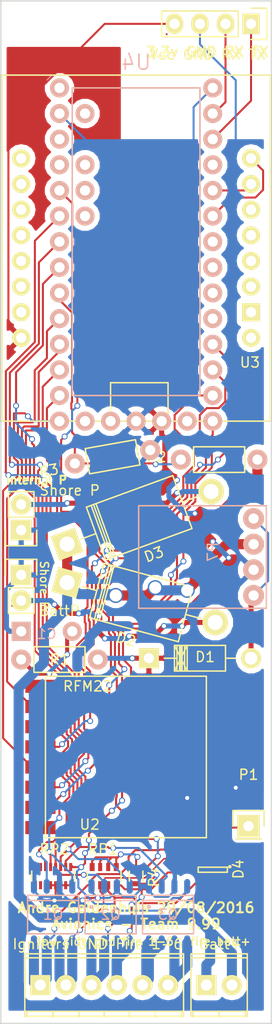
<source format=kicad_pcb>
(kicad_pcb (version 4) (host pcbnew 4.0.3+e1-6302~38~ubuntu16.04.1-stable)

  (general
    (links 88)
    (no_connects 0)
    (area 123.375236 16.940951 160.946096 124.365)
    (thickness 1.6)
    (drawings 11)
    (tracks 799)
    (zones 0)
    (modules 24)
    (nets 72)
  )

  (page A4)
  (layers
    (0 F.Cu signal)
    (31 B.Cu signal)
    (36 B.SilkS user)
    (37 F.SilkS user)
    (38 B.Mask user)
    (39 F.Mask user)
    (44 Edge.Cuts user)
  )

  (setup
    (last_trace_width 0.2)
    (trace_clearance 0.2)
    (zone_clearance 0.508)
    (zone_45_only no)
    (trace_min 0.1524)
    (segment_width 0.2)
    (edge_width 0.15)
    (via_size 0.6)
    (via_drill 0.4)
    (via_min_size 0.4)
    (via_min_drill 0.3)
    (uvia_size 0.3)
    (uvia_drill 0.1)
    (uvias_allowed no)
    (uvia_min_size 0.2)
    (uvia_min_drill 0.1)
    (pcb_text_width 0.3)
    (pcb_text_size 1.5 1.5)
    (mod_edge_width 0.15)
    (mod_text_size 1 1)
    (mod_text_width 0.15)
    (pad_size 1.99898 1.99898)
    (pad_drill 1.00076)
    (pad_to_mask_clearance 0.2)
    (aux_axis_origin 0 0)
    (visible_elements FFFCEF1F)
    (pcbplotparams
      (layerselection 0x010f0_80000001)
      (usegerberextensions true)
      (excludeedgelayer true)
      (linewidth 0.100000)
      (plotframeref false)
      (viasonmask false)
      (mode 1)
      (useauxorigin false)
      (hpglpennumber 1)
      (hpglpenspeed 20)
      (hpglpendiameter 15)
      (hpglpenoverlay 2)
      (psnegative false)
      (psa4output false)
      (plotreference true)
      (plotvalue true)
      (plotinvisibletext false)
      (padsonsilk false)
      (subtractmaskfromsilk false)
      (outputformat 1)
      (mirror false)
      (drillshape 0)
      (scaleselection 1)
      (outputdirectory gerbers/))
  )

  (net 0 "")
  (net 1 "Net-(C1-Pad1)")
  (net 2 GND)
  (net 3 "Net-(D1-Pad2)")
  (net 4 +3V3)
  (net 5 "Net-(D2-Pad2)")
  (net 6 +BATT)
  (net 7 "Net-(D3-Pad2)")
  (net 8 "Net-(D4-Pad1)")
  (net 9 "Net-(D4-Pad3)")
  (net 10 "Net-(D4-Pad4)")
  (net 11 "Net-(D4-Pad5)")
  (net 12 "Net-(P1-Pad1)")
  (net 13 "Net-(P2-Pad1)")
  (net 14 "Net-(P2-Pad2)")
  (net 15 "Net-(P5-Pad5)")
  (net 16 "Net-(P5-Pad6)")
  (net 17 "Net-(R2-Pad2)")
  (net 18 "Net-(RP2-Pad8)")
  (net 19 "Net-(RP2-Pad9)")
  (net 20 "Net-(RP2-Pad7)")
  (net 21 "Net-(RP2-Pad10)")
  (net 22 "Net-(U2-Pad2)")
  (net 23 "Net-(U2-Pad6)")
  (net 24 "Net-(U2-Pad7)")
  (net 25 "Net-(U2-Pad8)")
  (net 26 "Net-(U2-Pad9)")
  (net 27 "Net-(U2-Pad10)")
  (net 28 "Net-(U2-Pad11)")
  (net 29 "Net-(U2-Pad12)")
  (net 30 "Net-(U2-Pad13)")
  (net 31 "Net-(U2-Pad14)")
  (net 32 "Net-(U2-Pad15)")
  (net 33 "Net-(U2-Pad16)")
  (net 34 "Net-(U3-Pad9)")
  (net 35 "Net-(U3-Pad10)")
  (net 36 "Net-(U3-Pad11)")
  (net 37 "Net-(U3-Pad12)")
  (net 38 "Net-(U3-Pad13)")
  (net 39 "Net-(U3-Pad14)")
  (net 40 "Net-(U3-Pad15)")
  (net 41 "Net-(U3-Pad1)")
  (net 42 "Net-(U3-Pad2)")
  (net 43 "Net-(U3-Pad3)")
  (net 44 "Net-(U3-Pad4)")
  (net 45 "Net-(U3-Pad5)")
  (net 46 "Net-(U3-Pad6)")
  (net 47 "Net-(U3-Pad7)")
  (net 48 "Net-(U3-Pad8)")
  (net 49 "Net-(U4-Pad36)")
  (net 50 "Net-(U4-Pad35)")
  (net 51 "Net-(U4-Pad34)")
  (net 52 "Net-(U4-Pad33)")
  (net 53 "Net-(U4-Pad32)")
  (net 54 "Net-(U4-Pad29)")
  (net 55 "Net-(U4-Pad28)")
  (net 56 "Net-(U4-Pad2)")
  (net 57 "Net-(U4-Pad5)")
  (net 58 "Net-(U4-Pad6)")
  (net 59 "Net-(U4-Pad7)")
  (net 60 "Net-(U4-Pad8)")
  (net 61 "Net-(U4-Pad23)")
  (net 62 "Net-(U4-Pad24)")
  (net 63 "Net-(U4-Pad26)")
  (net 64 /Fire1)
  (net 65 /Fire2)
  (net 66 /Fire3)
  (net 67 /Fire4)
  (net 68 /Aux1)
  (net 69 /Aux2)
  (net 70 /Sense)
  (net 71 /Firing_circuits/Cont1)

  (net_class Default "This is the default net class."
    (clearance 0.2)
    (trace_width 0.2)
    (via_dia 0.6)
    (via_drill 0.4)
    (uvia_dia 0.3)
    (uvia_drill 0.1)
    (add_net +3V3)
    (add_net /Aux1)
    (add_net /Aux2)
    (add_net /Fire1)
    (add_net /Fire2)
    (add_net /Fire3)
    (add_net /Fire4)
    (add_net /Firing_circuits/Cont1)
    (add_net /Sense)
    (add_net GND)
    (add_net "Net-(C1-Pad1)")
    (add_net "Net-(D1-Pad2)")
    (add_net "Net-(D2-Pad2)")
    (add_net "Net-(D3-Pad2)")
    (add_net "Net-(D4-Pad1)")
    (add_net "Net-(D4-Pad4)")
    (add_net "Net-(D4-Pad5)")
    (add_net "Net-(P1-Pad1)")
    (add_net "Net-(P2-Pad1)")
    (add_net "Net-(P2-Pad2)")
    (add_net "Net-(P5-Pad5)")
    (add_net "Net-(P5-Pad6)")
    (add_net "Net-(R2-Pad2)")
    (add_net "Net-(RP2-Pad10)")
    (add_net "Net-(RP2-Pad7)")
    (add_net "Net-(RP2-Pad8)")
    (add_net "Net-(RP2-Pad9)")
    (add_net "Net-(U2-Pad10)")
    (add_net "Net-(U2-Pad11)")
    (add_net "Net-(U2-Pad12)")
    (add_net "Net-(U2-Pad13)")
    (add_net "Net-(U2-Pad14)")
    (add_net "Net-(U2-Pad15)")
    (add_net "Net-(U2-Pad16)")
    (add_net "Net-(U2-Pad2)")
    (add_net "Net-(U2-Pad6)")
    (add_net "Net-(U2-Pad7)")
    (add_net "Net-(U2-Pad8)")
    (add_net "Net-(U2-Pad9)")
    (add_net "Net-(U3-Pad1)")
    (add_net "Net-(U3-Pad10)")
    (add_net "Net-(U3-Pad11)")
    (add_net "Net-(U3-Pad12)")
    (add_net "Net-(U3-Pad13)")
    (add_net "Net-(U3-Pad14)")
    (add_net "Net-(U3-Pad15)")
    (add_net "Net-(U3-Pad2)")
    (add_net "Net-(U3-Pad3)")
    (add_net "Net-(U3-Pad4)")
    (add_net "Net-(U3-Pad5)")
    (add_net "Net-(U3-Pad6)")
    (add_net "Net-(U3-Pad7)")
    (add_net "Net-(U3-Pad8)")
    (add_net "Net-(U3-Pad9)")
    (add_net "Net-(U4-Pad2)")
    (add_net "Net-(U4-Pad23)")
    (add_net "Net-(U4-Pad24)")
    (add_net "Net-(U4-Pad26)")
    (add_net "Net-(U4-Pad28)")
    (add_net "Net-(U4-Pad29)")
    (add_net "Net-(U4-Pad32)")
    (add_net "Net-(U4-Pad33)")
    (add_net "Net-(U4-Pad34)")
    (add_net "Net-(U4-Pad35)")
    (add_net "Net-(U4-Pad36)")
    (add_net "Net-(U4-Pad5)")
    (add_net "Net-(U4-Pad6)")
    (add_net "Net-(U4-Pad7)")
    (add_net "Net-(U4-Pad8)")
  )

  (net_class High_power ""
    (clearance 0.3)
    (trace_width 1)
    (via_dia 1.5)
    (via_drill 1.2)
    (uvia_dia 0.3)
    (uvia_drill 0.1)
    (add_net +BATT)
  )

  (net_class Special_thin ""
    (clearance 0.2)
    (trace_width 0.1524)
    (via_dia 0.6)
    (via_drill 0.4)
    (uvia_dia 0.3)
    (uvia_drill 0.1)
    (add_net "Net-(D4-Pad3)")
  )

  (module Diodes_ThroughHole:Diode_DO-41_SOD81_Horizontal_RM10 (layer F.Cu) (tedit 57C3B3D0) (tstamp 57C3A486)
    (at 144.78 85.725)
    (descr "Diode, DO-41, SOD81, Horizontal, RM 10mm,")
    (tags "Diode, DO-41, SOD81, Horizontal, RM 10mm, 1N4007, SB140,")
    (path /57C10D86)
    (fp_text reference D1 (at 5.588 -0.127) (layer F.SilkS)
      (effects (font (size 1 1) (thickness 0.15)))
    )
    (fp_text value D (at 4.37134 -3.55854) (layer F.Fab)
      (effects (font (size 1 1) (thickness 0.15)))
    )
    (fp_line (start 7.62 -0.00254) (end 8.636 -0.00254) (layer F.SilkS) (width 0.15))
    (fp_line (start 2.794 -0.00254) (end 1.524 -0.00254) (layer F.SilkS) (width 0.15))
    (fp_line (start 3.048 -1.27254) (end 3.048 1.26746) (layer F.SilkS) (width 0.15))
    (fp_line (start 3.302 -1.27254) (end 3.302 1.26746) (layer F.SilkS) (width 0.15))
    (fp_line (start 3.556 -1.27254) (end 3.556 1.26746) (layer F.SilkS) (width 0.15))
    (fp_line (start 2.794 -1.27254) (end 2.794 1.26746) (layer F.SilkS) (width 0.15))
    (fp_line (start 3.81 -1.27254) (end 2.54 1.26746) (layer F.SilkS) (width 0.15))
    (fp_line (start 2.54 -1.27254) (end 3.81 1.26746) (layer F.SilkS) (width 0.15))
    (fp_line (start 3.81 -1.27254) (end 3.81 1.26746) (layer F.SilkS) (width 0.15))
    (fp_line (start 3.175 -1.27254) (end 3.175 1.26746) (layer F.SilkS) (width 0.15))
    (fp_line (start 2.54 1.26746) (end 2.54 -1.27254) (layer F.SilkS) (width 0.15))
    (fp_line (start 2.54 -1.27254) (end 7.62 -1.27254) (layer F.SilkS) (width 0.15))
    (fp_line (start 7.62 -1.27254) (end 7.62 1.26746) (layer F.SilkS) (width 0.15))
    (fp_line (start 7.62 1.26746) (end 2.54 1.26746) (layer F.SilkS) (width 0.15))
    (pad 2 thru_hole circle (at 10.16 -0.00254 180) (size 1.99898 1.99898) (drill 1.27) (layers *.Cu *.Mask F.SilkS)
      (net 3 "Net-(D1-Pad2)"))
    (pad 1 thru_hole rect (at 0 -0.00254 180) (size 1.99898 1.99898) (drill 1.00076) (layers *.Cu *.Mask F.SilkS)
      (net 4 +3V3))
  )

  (module Diodes_ThroughHole:Diode_DO-201AD_Horizontal_RM15 (layer F.Cu) (tedit 57C3B370) (tstamp 57C3A48C)
    (at 136.652 78.232 345)
    (descr "Diode DO-201AD Horizontal")
    (tags "Diode DO-201AD Horizontal SB320 SB340 SB360")
    (path /57C233CE/57C25A8D)
    (fp_text reference D2 (at 7.097275 3.904031 345) (layer F.SilkS)
      (effects (font (size 1 1) (thickness 0.15)))
    )
    (fp_text value D (at 7.82922 -4.82896 345) (layer F.Fab)
      (effects (font (size 1 1) (thickness 0.15)))
    )
    (fp_line (start 12.19322 -0.00296) (end 13.71722 -0.00296) (layer F.SilkS) (width 0.15))
    (fp_line (start 3.04922 -0.00296) (end 1.52522 -0.00296) (layer F.SilkS) (width 0.15))
    (fp_line (start 4.06522 -2.79696) (end 4.06522 2.79104) (layer F.SilkS) (width 0.15))
    (fp_line (start 3.81122 -2.79696) (end 3.81122 2.79104) (layer F.SilkS) (width 0.15))
    (fp_line (start 3.55722 -2.79696) (end 3.55722 2.79104) (layer F.SilkS) (width 0.15))
    (fp_line (start 3.04922 2.79104) (end 3.04922 -2.79696) (layer F.SilkS) (width 0.15))
    (fp_line (start 3.04922 -2.79696) (end 12.19322 -2.79696) (layer F.SilkS) (width 0.15))
    (fp_line (start 12.19322 -2.79696) (end 12.19322 2.79104) (layer F.SilkS) (width 0.15))
    (fp_line (start 12.19322 2.79104) (end 3.04922 2.79104) (layer F.SilkS) (width 0.15))
    (pad 2 thru_hole circle (at 15.24122 -0.00296 165) (size 2.54 2.54) (drill 1.50114) (layers *.Cu *.Mask F.SilkS)
      (net 5 "Net-(D2-Pad2)"))
    (pad 1 thru_hole rect (at 0.00122 -0.00296 165) (size 2.54 2.54) (drill 1.50114) (layers *.Cu *.Mask F.SilkS)
      (net 6 +BATT))
  )

  (module Diodes_ThroughHole:Diode_DO-201AD_Horizontal_RM15 (layer F.Cu) (tedit 57C3B375) (tstamp 57C3A492)
    (at 136.652 74.422 20)
    (descr "Diode DO-201AD Horizontal")
    (tags "Diode DO-201AD Horizontal SB320 SB340 SB360")
    (path /57C233CE/57C25AEC)
    (fp_text reference D3 (at 7.767693 3.908414 20) (layer F.SilkS)
      (effects (font (size 1 1) (thickness 0.15)))
    )
    (fp_text value D (at 7.82922 -4.82896 20) (layer F.Fab)
      (effects (font (size 1 1) (thickness 0.15)))
    )
    (fp_line (start 12.19322 -0.00296) (end 13.71722 -0.00296) (layer F.SilkS) (width 0.15))
    (fp_line (start 3.04922 -0.00296) (end 1.52522 -0.00296) (layer F.SilkS) (width 0.15))
    (fp_line (start 4.06522 -2.79696) (end 4.06522 2.79104) (layer F.SilkS) (width 0.15))
    (fp_line (start 3.81122 -2.79696) (end 3.81122 2.79104) (layer F.SilkS) (width 0.15))
    (fp_line (start 3.55722 -2.79696) (end 3.55722 2.79104) (layer F.SilkS) (width 0.15))
    (fp_line (start 3.04922 2.79104) (end 3.04922 -2.79696) (layer F.SilkS) (width 0.15))
    (fp_line (start 3.04922 -2.79696) (end 12.19322 -2.79696) (layer F.SilkS) (width 0.15))
    (fp_line (start 12.19322 -2.79696) (end 12.19322 2.79104) (layer F.SilkS) (width 0.15))
    (fp_line (start 12.19322 2.79104) (end 3.04922 2.79104) (layer F.SilkS) (width 0.15))
    (pad 2 thru_hole circle (at 15.24122 -0.00296 200) (size 2.54 2.54) (drill 1.50114) (layers *.Cu *.Mask F.SilkS)
      (net 7 "Net-(D3-Pad2)"))
    (pad 1 thru_hole rect (at 0.00122 -0.00296 200) (size 2.54 2.54) (drill 1.50114) (layers *.Cu *.Mask F.SilkS)
      (net 6 +BATT))
  )

  (module TO_SOT_Packages_SMD:SOT-23-5 (layer F.Cu) (tedit 57C3B1CE) (tstamp 57C3A49B)
    (at 151.13 106.68 270)
    (descr "5-pin SOT23 package")
    (tags SOT-23-5)
    (path /57C257E5/57C275D6)
    (attr smd)
    (fp_text reference D4 (at -0.05 -2.55 270) (layer F.SilkS)
      (effects (font (size 1 1) (thickness 0.15)))
    )
    (fp_text value Diode_pack_4 (at -0.05 2.35 270) (layer F.SilkS) hide
      (effects (font (size 1 1) (thickness 0.15)))
    )
    (fp_line (start -1.8 -1.6) (end 1.8 -1.6) (layer F.CrtYd) (width 0.05))
    (fp_line (start 1.8 -1.6) (end 1.8 1.6) (layer F.CrtYd) (width 0.05))
    (fp_line (start 1.8 1.6) (end -1.8 1.6) (layer F.CrtYd) (width 0.05))
    (fp_line (start -1.8 1.6) (end -1.8 -1.6) (layer F.CrtYd) (width 0.05))
    (fp_circle (center -0.3 -1.7) (end -0.2 -1.7) (layer F.SilkS) (width 0.15))
    (fp_line (start 0.25 -1.45) (end -0.25 -1.45) (layer F.SilkS) (width 0.15))
    (fp_line (start 0.25 1.45) (end 0.25 -1.45) (layer F.SilkS) (width 0.15))
    (fp_line (start -0.25 1.45) (end 0.25 1.45) (layer F.SilkS) (width 0.15))
    (fp_line (start -0.25 -1.45) (end -0.25 1.45) (layer F.SilkS) (width 0.15))
    (pad 1 smd rect (at -1.1 -0.95 270) (size 1.06 0.65) (layers F.Cu F.Mask)
      (net 8 "Net-(D4-Pad1)"))
    (pad 2 smd rect (at -1.1 0 270) (size 1.06 0.65) (layers F.Cu F.Mask)
      (net 71 /Firing_circuits/Cont1))
    (pad 3 smd rect (at -1.1 0.95 270) (size 1.06 0.65) (layers F.Cu F.Mask)
      (net 9 "Net-(D4-Pad3)"))
    (pad 4 smd rect (at 1.1 0.95 270) (size 1.06 0.65) (layers F.Cu F.Mask)
      (net 10 "Net-(D4-Pad4)"))
    (pad 5 smd rect (at 1.1 -0.95 270) (size 1.06 0.65) (layers F.Cu F.Mask)
      (net 11 "Net-(D4-Pad5)"))
    (model TO_SOT_Packages_SMD.3dshapes/SOT-23-5.wrl
      (at (xyz 0 0 0))
      (scale (xyz 1 1 1))
      (rotate (xyz 0 0 0))
    )
  )

  (module Pin_Headers:Pin_Header_Straight_1x01 (layer F.Cu) (tedit 54EA08DC) (tstamp 57C3A4A0)
    (at 154.686 102.362)
    (descr "Through hole pin header")
    (tags "pin header")
    (path /57C36427)
    (fp_text reference P1 (at 0 -5.1) (layer F.SilkS)
      (effects (font (size 1 1) (thickness 0.15)))
    )
    (fp_text value Ant (at 0 -3.1) (layer F.Fab)
      (effects (font (size 1 1) (thickness 0.15)))
    )
    (fp_line (start 1.55 -1.55) (end 1.55 0) (layer F.SilkS) (width 0.15))
    (fp_line (start -1.75 -1.75) (end -1.75 1.75) (layer F.CrtYd) (width 0.05))
    (fp_line (start 1.75 -1.75) (end 1.75 1.75) (layer F.CrtYd) (width 0.05))
    (fp_line (start -1.75 -1.75) (end 1.75 -1.75) (layer F.CrtYd) (width 0.05))
    (fp_line (start -1.75 1.75) (end 1.75 1.75) (layer F.CrtYd) (width 0.05))
    (fp_line (start -1.55 0) (end -1.55 -1.55) (layer F.SilkS) (width 0.15))
    (fp_line (start -1.55 -1.55) (end 1.55 -1.55) (layer F.SilkS) (width 0.15))
    (fp_line (start -1.27 1.27) (end 1.27 1.27) (layer F.SilkS) (width 0.15))
    (pad 1 thru_hole rect (at 0 0) (size 2.2352 2.2352) (drill 1.016) (layers *.Cu *.Mask F.SilkS)
      (net 12 "Net-(P1-Pad1)"))
    (model Pin_Headers.3dshapes/Pin_Header_Straight_1x01.wrl
      (at (xyz 0 0 0))
      (scale (xyz 1 1 1))
      (rotate (xyz 0 0 90))
    )
  )

  (module Pin_Headers:Pin_Header_Straight_1x04 (layer F.Cu) (tedit 57C3B474) (tstamp 57C3A4A8)
    (at 154.94 22.86 270)
    (descr "Through hole pin header")
    (tags "pin header")
    (path /57C3112A)
    (fp_text reference "Vcc GND RX TX" (at 3.048 4.318 360) (layer F.SilkS)
      (effects (font (size 1 1) (thickness 0.15)))
    )
    (fp_text value "GPS Connector" (at 0 -3.1 270) (layer F.Fab) hide
      (effects (font (size 1 1) (thickness 0.15)))
    )
    (fp_line (start -1.75 -1.75) (end -1.75 9.4) (layer F.CrtYd) (width 0.05))
    (fp_line (start 1.75 -1.75) (end 1.75 9.4) (layer F.CrtYd) (width 0.05))
    (fp_line (start -1.75 -1.75) (end 1.75 -1.75) (layer F.CrtYd) (width 0.05))
    (fp_line (start -1.75 9.4) (end 1.75 9.4) (layer F.CrtYd) (width 0.05))
    (fp_line (start -1.27 1.27) (end -1.27 8.89) (layer F.SilkS) (width 0.15))
    (fp_line (start 1.27 1.27) (end 1.27 8.89) (layer F.SilkS) (width 0.15))
    (fp_line (start 1.55 -1.55) (end 1.55 0) (layer F.SilkS) (width 0.15))
    (fp_line (start -1.27 8.89) (end 1.27 8.89) (layer F.SilkS) (width 0.15))
    (fp_line (start 1.27 1.27) (end -1.27 1.27) (layer F.SilkS) (width 0.15))
    (fp_line (start -1.55 0) (end -1.55 -1.55) (layer F.SilkS) (width 0.15))
    (fp_line (start -1.55 -1.55) (end 1.55 -1.55) (layer F.SilkS) (width 0.15))
    (pad 1 thru_hole rect (at 0 0 270) (size 2.032 1.7272) (drill 1.016) (layers *.Cu *.Mask F.SilkS)
      (net 13 "Net-(P2-Pad1)"))
    (pad 2 thru_hole oval (at 0 2.54 270) (size 2.032 1.7272) (drill 1.016) (layers *.Cu *.Mask F.SilkS)
      (net 14 "Net-(P2-Pad2)"))
    (pad 3 thru_hole oval (at 0 5.08 270) (size 2.032 1.7272) (drill 1.016) (layers *.Cu *.Mask F.SilkS)
      (net 2 GND))
    (pad 4 thru_hole oval (at 0 7.62 270) (size 2.032 1.7272) (drill 1.016) (layers *.Cu *.Mask F.SilkS)
      (net 4 +3V3))
    (model Pin_Headers.3dshapes/Pin_Header_Straight_1x04.wrl
      (at (xyz 0 -0.15 0))
      (scale (xyz 1 1 1))
      (rotate (xyz 0 0 90))
    )
  )

  (module Pin_Headers:Pin_Header_Straight_1x02 (layer F.Cu) (tedit 57C3B4C5) (tstamp 57C3A4AE)
    (at 132.08 77.47)
    (descr "Through hole pin header")
    (tags "pin header")
    (path /57C233CE/57C23794)
    (fp_text reference "Shore P" (at 4.826 -8.382) (layer F.SilkS)
      (effects (font (size 1 1) (thickness 0.15)))
    )
    (fp_text value Shore_power (at 0 -3.1) (layer F.Fab) hide
      (effects (font (size 1 1) (thickness 0.15)))
    )
    (fp_line (start 1.27 1.27) (end 1.27 3.81) (layer F.SilkS) (width 0.15))
    (fp_line (start 1.55 -1.55) (end 1.55 0) (layer F.SilkS) (width 0.15))
    (fp_line (start -1.75 -1.75) (end -1.75 4.3) (layer F.CrtYd) (width 0.05))
    (fp_line (start 1.75 -1.75) (end 1.75 4.3) (layer F.CrtYd) (width 0.05))
    (fp_line (start -1.75 -1.75) (end 1.75 -1.75) (layer F.CrtYd) (width 0.05))
    (fp_line (start -1.75 4.3) (end 1.75 4.3) (layer F.CrtYd) (width 0.05))
    (fp_line (start 1.27 1.27) (end -1.27 1.27) (layer F.SilkS) (width 0.15))
    (fp_line (start -1.55 0) (end -1.55 -1.55) (layer F.SilkS) (width 0.15))
    (fp_line (start -1.55 -1.55) (end 1.55 -1.55) (layer F.SilkS) (width 0.15))
    (fp_line (start -1.27 1.27) (end -1.27 3.81) (layer F.SilkS) (width 0.15))
    (fp_line (start -1.27 3.81) (end 1.27 3.81) (layer F.SilkS) (width 0.15))
    (pad 1 thru_hole rect (at 0 0) (size 2.032 2.032) (drill 1.016) (layers *.Cu *.Mask F.SilkS)
      (net 2 GND))
    (pad 2 thru_hole oval (at 0 2.54) (size 2.032 2.032) (drill 1.016) (layers *.Cu *.Mask F.SilkS)
      (net 5 "Net-(D2-Pad2)"))
    (model Pin_Headers.3dshapes/Pin_Header_Straight_1x02.wrl
      (at (xyz 0 -0.05 0))
      (scale (xyz 1 1 1))
      (rotate (xyz 0 0 90))
    )
  )

  (module Pin_Headers:Pin_Header_Straight_1x02 (layer F.Cu) (tedit 57C3B4DA) (tstamp 57C3A4B4)
    (at 132.08 73.025 180)
    (descr "Through hole pin header")
    (tags "pin header")
    (path /57C233CE/57C2381D)
    (fp_text reference BattP (at -3.81 -8.001 180) (layer F.SilkS)
      (effects (font (size 1 1) (thickness 0.15)))
    )
    (fp_text value Internal_battery_power (at 0 -3.1 180) (layer F.Fab) hide
      (effects (font (size 1 1) (thickness 0.15)))
    )
    (fp_line (start 1.27 1.27) (end 1.27 3.81) (layer F.SilkS) (width 0.15))
    (fp_line (start 1.55 -1.55) (end 1.55 0) (layer F.SilkS) (width 0.15))
    (fp_line (start -1.75 -1.75) (end -1.75 4.3) (layer F.CrtYd) (width 0.05))
    (fp_line (start 1.75 -1.75) (end 1.75 4.3) (layer F.CrtYd) (width 0.05))
    (fp_line (start -1.75 -1.75) (end 1.75 -1.75) (layer F.CrtYd) (width 0.05))
    (fp_line (start -1.75 4.3) (end 1.75 4.3) (layer F.CrtYd) (width 0.05))
    (fp_line (start 1.27 1.27) (end -1.27 1.27) (layer F.SilkS) (width 0.15))
    (fp_line (start -1.55 0) (end -1.55 -1.55) (layer F.SilkS) (width 0.15))
    (fp_line (start -1.55 -1.55) (end 1.55 -1.55) (layer F.SilkS) (width 0.15))
    (fp_line (start -1.27 1.27) (end -1.27 3.81) (layer F.SilkS) (width 0.15))
    (fp_line (start -1.27 3.81) (end 1.27 3.81) (layer F.SilkS) (width 0.15))
    (pad 1 thru_hole rect (at 0 0 180) (size 2.032 2.032) (drill 1.016) (layers *.Cu *.Mask F.SilkS)
      (net 2 GND))
    (pad 2 thru_hole oval (at 0 2.54 180) (size 2.032 2.032) (drill 1.016) (layers *.Cu *.Mask F.SilkS)
      (net 7 "Net-(D3-Pad2)"))
    (model Pin_Headers.3dshapes/Pin_Header_Straight_1x02.wrl
      (at (xyz 0 -0.05 0))
      (scale (xyz 1 1 1))
      (rotate (xyz 0 0 90))
    )
  )

  (module Terminal_Blocks:TerminalBlock_Pheonix_MPT-2.54mm_6pol (layer F.Cu) (tedit 57C3B669) (tstamp 57C3A4BE)
    (at 133.985 118.11)
    (descr "6-way 2.54mm pitch terminal block, Phoenix MPT series")
    (path /57C257E5/57C26478)
    (fp_text reference "Ignitors GND Fire 1-6" (at 5.715 -4.064) (layer F.SilkS)
      (effects (font (size 1 1) (thickness 0.15)))
    )
    (fp_text value FireCircuits (at 6.35 4.50088) (layer F.SilkS) hide
      (effects (font (size 1 1) (thickness 0.15)))
    )
    (fp_line (start -1.778 -3.302) (end 14.478 -3.302) (layer F.CrtYd) (width 0.05))
    (fp_line (start -1.778 3.302) (end -1.778 -3.302) (layer F.CrtYd) (width 0.05))
    (fp_line (start 14.478 3.302) (end -1.778 3.302) (layer F.CrtYd) (width 0.05))
    (fp_line (start 14.478 -3.302) (end 14.478 3.302) (layer F.CrtYd) (width 0.05))
    (fp_line (start 14.2494 -3.0988) (end -1.5494 -3.0988) (layer F.SilkS) (width 0.15))
    (fp_line (start 14.2494 -2.70002) (end -1.5494 -2.70002) (layer F.SilkS) (width 0.15))
    (fp_line (start -1.5494 3.0988) (end 14.2494 3.0988) (layer F.SilkS) (width 0.15))
    (fp_line (start 14.2494 2.60096) (end -1.5494 2.60096) (layer F.SilkS) (width 0.15))
    (fp_line (start 11.45032 2.60096) (end 11.45032 3.0988) (layer F.SilkS) (width 0.15))
    (fp_line (start 8.84936 2.60096) (end 8.84936 3.0988) (layer F.SilkS) (width 0.15))
    (fp_line (start 6.34746 2.60096) (end 6.34746 3.0988) (layer F.SilkS) (width 0.15))
    (fp_line (start 3.85064 2.60096) (end 3.85064 3.0988) (layer F.SilkS) (width 0.15))
    (fp_line (start -1.3462 3.0988) (end -1.3462 2.60096) (layer F.SilkS) (width 0.15))
    (fp_line (start 14.0462 2.60096) (end 14.0462 3.0988) (layer F.SilkS) (width 0.15))
    (fp_line (start 1.25222 3.0988) (end 1.25222 2.60096) (layer F.SilkS) (width 0.15))
    (fp_line (start 14.24432 3.0988) (end 14.24432 -3.0988) (layer F.SilkS) (width 0.15))
    (fp_line (start -1.54432 -3.0988) (end -1.54432 3.0988) (layer F.SilkS) (width 0.15))
    (pad 4 thru_hole oval (at 7.62 0 180) (size 1.99898 1.99898) (drill 1.09728) (layers *.Cu *.Mask F.SilkS)
      (net 11 "Net-(D4-Pad5)"))
    (pad 1 thru_hole rect (at 0 0 180) (size 1.99898 1.99898) (drill 1.09728) (layers *.Cu *.Mask F.SilkS)
      (net 8 "Net-(D4-Pad1)"))
    (pad 2 thru_hole oval (at 2.54 0 180) (size 1.99898 1.99898) (drill 1.09728) (layers *.Cu *.Mask F.SilkS)
      (net 9 "Net-(D4-Pad3)"))
    (pad 3 thru_hole oval (at 5.08 0 180) (size 1.99898 1.99898) (drill 1.09728) (layers *.Cu *.Mask F.SilkS)
      (net 10 "Net-(D4-Pad4)"))
    (pad 5 thru_hole oval (at 10.16 0 180) (size 1.99898 1.99898) (drill 1.09728) (layers *.Cu *.Mask F.SilkS)
      (net 15 "Net-(P5-Pad5)"))
    (pad 6 thru_hole oval (at 12.7 0 180) (size 1.99898 1.99898) (drill 1.09728) (layers *.Cu *.Mask F.SilkS)
      (net 16 "Net-(P5-Pad6)"))
    (model Terminal_Blocks.3dshapes/TerminalBlock_Pheonix_MPT-2.54mm_6pol.wrl
      (at (xyz 0.25 0 0))
      (scale (xyz 1 1 1))
      (rotate (xyz 0 0 0))
    )
  )

  (module Terminal_Blocks:TerminalBlock_Pheonix_MPT-2.54mm_2pol (layer F.Cu) (tedit 57C3B661) (tstamp 57C3A4C4)
    (at 150.495 118.11)
    (descr "2-way 2.54mm pitch terminal block, Phoenix MPT series")
    (path /57C257E5/57C2FE8D)
    (fp_text reference Batt+ (at 1.397 -4.064) (layer F.SilkS)
      (effects (font (size 1 1) (thickness 0.15)))
    )
    (fp_text value Positive_fire_circuits (at 2.413 5.08) (layer F.SilkS) hide
      (effects (font (size 1 1) (thickness 0.15)))
    )
    (fp_line (start -1.7 -3.3) (end 4.3 -3.3) (layer F.CrtYd) (width 0.05))
    (fp_line (start -1.7 3.3) (end -1.7 -3.3) (layer F.CrtYd) (width 0.05))
    (fp_line (start 4.3 3.3) (end -1.7 3.3) (layer F.CrtYd) (width 0.05))
    (fp_line (start 4.3 -3.3) (end 4.3 3.3) (layer F.CrtYd) (width 0.05))
    (fp_line (start 4.06908 2.60096) (end -1.52908 2.60096) (layer F.SilkS) (width 0.15))
    (fp_line (start -1.33096 3.0988) (end -1.33096 2.60096) (layer F.SilkS) (width 0.15))
    (fp_line (start 3.87096 2.60096) (end 3.87096 3.0988) (layer F.SilkS) (width 0.15))
    (fp_line (start 1.27 3.0988) (end 1.27 2.60096) (layer F.SilkS) (width 0.15))
    (fp_line (start -1.52908 -2.70002) (end 4.06908 -2.70002) (layer F.SilkS) (width 0.15))
    (fp_line (start -1.52908 3.0988) (end 4.06908 3.0988) (layer F.SilkS) (width 0.15))
    (fp_line (start 4.06908 3.0988) (end 4.06908 -3.0988) (layer F.SilkS) (width 0.15))
    (fp_line (start 4.06908 -3.0988) (end -1.52908 -3.0988) (layer F.SilkS) (width 0.15))
    (fp_line (start -1.52908 -3.0988) (end -1.52908 3.0988) (layer F.SilkS) (width 0.15))
    (pad 2 thru_hole oval (at 2.54 0) (size 1.99898 1.99898) (drill 1.09728) (layers *.Cu *.Mask F.SilkS)
      (net 6 +BATT))
    (pad 1 thru_hole rect (at 0 0) (size 1.99898 1.99898) (drill 1.09728) (layers *.Cu *.Mask F.SilkS)
      (net 6 +BATT))
    (model Terminal_Blocks.3dshapes/TerminalBlock_Pheonix_MPT-2.54mm_2pol.wrl
      (at (xyz 0.05 0 0))
      (scale (xyz 1 1 1))
      (rotate (xyz 0 0 0))
    )
  )

  (module Power_Integrations:SO-8 (layer B.Cu) (tedit 57C3B1FC) (tstamp 57C3A4D0)
    (at 135.255 111.125)
    (descr "SO-8 Surface Mount Small Outline 150mil 8pin Package")
    (tags "Power Integrations D Package")
    (path /57C257E5/57C25EF2)
    (fp_text reference Q1 (at 0 0) (layer B.SilkS)
      (effects (font (size 1 1) (thickness 0.15)) (justify mirror))
    )
    (fp_text value BUK9K45-100E (at 0 0.635) (layer B.SilkS) hide
      (effects (font (size 1 1) (thickness 0.15)) (justify mirror))
    )
    (fp_circle (center -1.905 -0.762) (end -1.778 -0.762) (layer B.SilkS) (width 0.15))
    (fp_line (start -2.54 -1.397) (end 2.54 -1.397) (layer B.SilkS) (width 0.15))
    (fp_line (start -2.54 1.905) (end 2.54 1.905) (layer B.SilkS) (width 0.15))
    (fp_line (start -2.54 -1.905) (end 2.54 -1.905) (layer B.SilkS) (width 0.15))
    (fp_line (start -2.54 -1.905) (end -2.54 1.905) (layer B.SilkS) (width 0.15))
    (fp_line (start 2.54 -1.905) (end 2.54 1.905) (layer B.SilkS) (width 0.15))
    (pad 1 smd oval (at -1.905 -2.794) (size 0.6096 1.4732) (layers B.Cu B.Mask)
      (net 2 GND))
    (pad 2 smd oval (at -0.635 -2.794) (size 0.6096 1.4732) (layers B.Cu B.Mask)
      (net 64 /Fire1))
    (pad 3 smd oval (at 0.635 -2.794) (size 0.6096 1.4732) (layers B.Cu B.Mask)
      (net 2 GND))
    (pad 4 smd oval (at 1.905 -2.794) (size 0.6096 1.4732) (layers B.Cu B.Mask)
      (net 65 /Fire2))
    (pad 5 smd oval (at 1.905 2.794) (size 0.6096 1.4732) (layers B.Cu B.Mask)
      (net 9 "Net-(D4-Pad3)"))
    (pad 6 smd oval (at 0.635 2.794) (size 0.6096 1.4732) (layers B.Cu B.Mask)
      (net 9 "Net-(D4-Pad3)"))
    (pad 7 smd oval (at -0.635 2.794) (size 0.6096 1.4732) (layers B.Cu B.Mask)
      (net 8 "Net-(D4-Pad1)"))
    (pad 8 smd oval (at -1.905 2.794) (size 0.6096 1.4732) (layers B.Cu B.Mask)
      (net 8 "Net-(D4-Pad1)"))
  )

  (module Power_Integrations:SO-8 (layer B.Cu) (tedit 57C3B21B) (tstamp 57C3A4DC)
    (at 140.97 111.125)
    (descr "SO-8 Surface Mount Small Outline 150mil 8pin Package")
    (tags "Power Integrations D Package")
    (path /57C257E5/57C26188)
    (fp_text reference Q2 (at 0 0) (layer B.SilkS)
      (effects (font (size 1 1) (thickness 0.15)) (justify mirror))
    )
    (fp_text value BUK9K45-100E (at 0.635 1.27) (layer B.SilkS) hide
      (effects (font (size 1 1) (thickness 0.15)) (justify mirror))
    )
    (fp_circle (center -1.905 -0.762) (end -1.778 -0.762) (layer B.SilkS) (width 0.15))
    (fp_line (start -2.54 -1.397) (end 2.54 -1.397) (layer B.SilkS) (width 0.15))
    (fp_line (start -2.54 1.905) (end 2.54 1.905) (layer B.SilkS) (width 0.15))
    (fp_line (start -2.54 -1.905) (end 2.54 -1.905) (layer B.SilkS) (width 0.15))
    (fp_line (start -2.54 -1.905) (end -2.54 1.905) (layer B.SilkS) (width 0.15))
    (fp_line (start 2.54 -1.905) (end 2.54 1.905) (layer B.SilkS) (width 0.15))
    (pad 1 smd oval (at -1.905 -2.794) (size 0.6096 1.4732) (layers B.Cu B.Mask)
      (net 2 GND))
    (pad 2 smd oval (at -0.635 -2.794) (size 0.6096 1.4732) (layers B.Cu B.Mask)
      (net 66 /Fire3))
    (pad 3 smd oval (at 0.635 -2.794) (size 0.6096 1.4732) (layers B.Cu B.Mask)
      (net 2 GND))
    (pad 4 smd oval (at 1.905 -2.794) (size 0.6096 1.4732) (layers B.Cu B.Mask)
      (net 67 /Fire4))
    (pad 5 smd oval (at 1.905 2.794) (size 0.6096 1.4732) (layers B.Cu B.Mask)
      (net 11 "Net-(D4-Pad5)"))
    (pad 6 smd oval (at 0.635 2.794) (size 0.6096 1.4732) (layers B.Cu B.Mask)
      (net 11 "Net-(D4-Pad5)"))
    (pad 7 smd oval (at -0.635 2.794) (size 0.6096 1.4732) (layers B.Cu B.Mask)
      (net 10 "Net-(D4-Pad4)"))
    (pad 8 smd oval (at -1.905 2.794) (size 0.6096 1.4732) (layers B.Cu B.Mask)
      (net 10 "Net-(D4-Pad4)"))
  )

  (module Power_Integrations:SO-8 (layer B.Cu) (tedit 57C3B210) (tstamp 57C3A4E8)
    (at 146.685 111.125)
    (descr "SO-8 Surface Mount Small Outline 150mil 8pin Package")
    (tags "Power Integrations D Package")
    (path /57C257E5/57C26335)
    (fp_text reference Q3 (at 0 0) (layer B.SilkS)
      (effects (font (size 1 1) (thickness 0.15)) (justify mirror))
    )
    (fp_text value BUK9K45-100E (at 0 0) (layer B.SilkS) hide
      (effects (font (size 1 1) (thickness 0.15)) (justify mirror))
    )
    (fp_circle (center -1.905 -0.762) (end -1.778 -0.762) (layer B.SilkS) (width 0.15))
    (fp_line (start -2.54 -1.397) (end 2.54 -1.397) (layer B.SilkS) (width 0.15))
    (fp_line (start -2.54 1.905) (end 2.54 1.905) (layer B.SilkS) (width 0.15))
    (fp_line (start -2.54 -1.905) (end 2.54 -1.905) (layer B.SilkS) (width 0.15))
    (fp_line (start -2.54 -1.905) (end -2.54 1.905) (layer B.SilkS) (width 0.15))
    (fp_line (start 2.54 -1.905) (end 2.54 1.905) (layer B.SilkS) (width 0.15))
    (pad 1 smd oval (at -1.905 -2.794) (size 0.6096 1.4732) (layers B.Cu B.Mask)
      (net 2 GND))
    (pad 2 smd oval (at -0.635 -2.794) (size 0.6096 1.4732) (layers B.Cu B.Mask)
      (net 68 /Aux1))
    (pad 3 smd oval (at 0.635 -2.794) (size 0.6096 1.4732) (layers B.Cu B.Mask)
      (net 2 GND))
    (pad 4 smd oval (at 1.905 -2.794) (size 0.6096 1.4732) (layers B.Cu B.Mask)
      (net 69 /Aux2))
    (pad 5 smd oval (at 1.905 2.794) (size 0.6096 1.4732) (layers B.Cu B.Mask)
      (net 16 "Net-(P5-Pad6)"))
    (pad 6 smd oval (at 0.635 2.794) (size 0.6096 1.4732) (layers B.Cu B.Mask)
      (net 16 "Net-(P5-Pad6)"))
    (pad 7 smd oval (at -0.635 2.794) (size 0.6096 1.4732) (layers B.Cu B.Mask)
      (net 15 "Net-(P5-Pad5)"))
    (pad 8 smd oval (at -1.905 2.794) (size 0.6096 1.4732) (layers B.Cu B.Mask)
      (net 15 "Net-(P5-Pad5)"))
  )

  (module Resistors_ThroughHole:Resistor_Horizontal_RM7mm (layer F.Cu) (tedit 57C3B3D9) (tstamp 57C3A4EE)
    (at 132.08 85.852)
    (descr "Resistor, Axial,  RM 7.62mm, 1/3W,")
    (tags "Resistor Axial RM 7.62mm 1/3W R3")
    (path /57C10F97)
    (fp_text reference R1 (at 3.81 0) (layer F.SilkS)
      (effects (font (size 1 1) (thickness 0.15)))
    )
    (fp_text value R (at 3.81 3.81) (layer F.Fab) hide
      (effects (font (size 1 1) (thickness 0.15)))
    )
    (fp_line (start -1.25 -1.5) (end 8.85 -1.5) (layer F.CrtYd) (width 0.05))
    (fp_line (start -1.25 1.5) (end -1.25 -1.5) (layer F.CrtYd) (width 0.05))
    (fp_line (start 8.85 -1.5) (end 8.85 1.5) (layer F.CrtYd) (width 0.05))
    (fp_line (start -1.25 1.5) (end 8.85 1.5) (layer F.CrtYd) (width 0.05))
    (fp_line (start 1.27 -1.27) (end 6.35 -1.27) (layer F.SilkS) (width 0.15))
    (fp_line (start 6.35 -1.27) (end 6.35 1.27) (layer F.SilkS) (width 0.15))
    (fp_line (start 6.35 1.27) (end 1.27 1.27) (layer F.SilkS) (width 0.15))
    (fp_line (start 1.27 1.27) (end 1.27 -1.27) (layer F.SilkS) (width 0.15))
    (pad 1 thru_hole circle (at 0 0) (size 1.99898 1.99898) (drill 1.00076) (layers *.Cu *.SilkS *.Mask)
      (net 1 "Net-(C1-Pad1)"))
    (pad 2 thru_hole circle (at 7.62 0) (size 1.99898 1.99898) (drill 1.00076) (layers *.Cu *.SilkS *.Mask)
      (net 4 +3V3))
  )

  (module Resistors_ThroughHole:Resistor_Horizontal_RM7mm (layer F.Cu) (tedit 57C3B4A6) (tstamp 57C3A4F4)
    (at 155.575 66.04 180)
    (descr "Resistor, Axial,  RM 7.62mm, 1/3W,")
    (tags "Resistor Axial RM 7.62mm 1/3W R3")
    (path /57C11428)
    (fp_text reference R2 (at 10.033 0.254 180) (layer F.SilkS)
      (effects (font (size 1 1) (thickness 0.15)))
    )
    (fp_text value R (at 3.81 3.81 180) (layer F.Fab)
      (effects (font (size 1 1) (thickness 0.15)))
    )
    (fp_line (start -1.25 -1.5) (end 8.85 -1.5) (layer F.CrtYd) (width 0.05))
    (fp_line (start -1.25 1.5) (end -1.25 -1.5) (layer F.CrtYd) (width 0.05))
    (fp_line (start 8.85 -1.5) (end 8.85 1.5) (layer F.CrtYd) (width 0.05))
    (fp_line (start -1.25 1.5) (end 8.85 1.5) (layer F.CrtYd) (width 0.05))
    (fp_line (start 1.27 -1.27) (end 6.35 -1.27) (layer F.SilkS) (width 0.15))
    (fp_line (start 6.35 -1.27) (end 6.35 1.27) (layer F.SilkS) (width 0.15))
    (fp_line (start 6.35 1.27) (end 1.27 1.27) (layer F.SilkS) (width 0.15))
    (fp_line (start 1.27 1.27) (end 1.27 -1.27) (layer F.SilkS) (width 0.15))
    (pad 1 thru_hole circle (at 0 0 180) (size 1.99898 1.99898) (drill 1.00076) (layers *.Cu *.SilkS *.Mask)
      (net 6 +BATT))
    (pad 2 thru_hole circle (at 7.62 0 180) (size 1.99898 1.99898) (drill 1.00076) (layers *.Cu *.SilkS *.Mask)
      (net 17 "Net-(R2-Pad2)"))
  )

  (module Resistors_ThroughHole:Resistor_Horizontal_RM7mm (layer F.Cu) (tedit 57C3C92F) (tstamp 57C3A4FA)
    (at 137.414 66.421 10)
    (descr "Resistor, Axial,  RM 7.62mm, 1/3W,")
    (tags "Resistor Axial RM 7.62mm 1/3W R3")
    (path /57C1165C)
    (fp_text reference R3 (at -2.667 0.254 10) (layer F.SilkS)
      (effects (font (size 1 1) (thickness 0.15)))
    )
    (fp_text value R (at 3.81 3.81 10) (layer F.Fab)
      (effects (font (size 1 1) (thickness 0.15)))
    )
    (fp_line (start -1.25 -1.5) (end 8.85 -1.5) (layer F.CrtYd) (width 0.05))
    (fp_line (start -1.25 1.5) (end -1.25 -1.5) (layer F.CrtYd) (width 0.05))
    (fp_line (start 8.85 -1.5) (end 8.85 1.5) (layer F.CrtYd) (width 0.05))
    (fp_line (start -1.25 1.5) (end 8.85 1.5) (layer F.CrtYd) (width 0.05))
    (fp_line (start 1.27 -1.27) (end 6.35 -1.27) (layer F.SilkS) (width 0.15))
    (fp_line (start 6.35 -1.27) (end 6.35 1.27) (layer F.SilkS) (width 0.15))
    (fp_line (start 6.35 1.27) (end 1.27 1.27) (layer F.SilkS) (width 0.15))
    (fp_line (start 1.27 1.27) (end 1.27 -1.27) (layer F.SilkS) (width 0.15))
    (pad 1 thru_hole circle (at 0 0 20) (size 1.99898 1.99898) (drill 1.00076) (layers *.Cu *.SilkS *.Mask)
      (net 17 "Net-(R2-Pad2)"))
    (pad 2 thru_hole circle (at 7.62 0 10) (size 1.99898 1.99898) (drill 1.00076) (layers *.Cu *.SilkS *.Mask)
      (net 2 GND))
  )

  (module Resistors_SMD:R_0603 (layer F.Cu) (tedit 57C3B3FC) (tstamp 57C3A500)
    (at 143.51 107.315 90)
    (descr "Resistor SMD 0603, reflow soldering, Vishay (see dcrcw.pdf)")
    (tags "resistor 0603")
    (path /57C257E5/57C2A5C4)
    (attr smd)
    (fp_text reference R4 (at -0.127 1.778 90) (layer F.SilkS)
      (effects (font (size 1 1) (thickness 0.15)))
    )
    (fp_text value R (at 0 1.9 90) (layer F.Fab) hide
      (effects (font (size 1 1) (thickness 0.15)))
    )
    (fp_line (start -1.3 -0.8) (end 1.3 -0.8) (layer F.CrtYd) (width 0.05))
    (fp_line (start -1.3 0.8) (end 1.3 0.8) (layer F.CrtYd) (width 0.05))
    (fp_line (start -1.3 -0.8) (end -1.3 0.8) (layer F.CrtYd) (width 0.05))
    (fp_line (start 1.3 -0.8) (end 1.3 0.8) (layer F.CrtYd) (width 0.05))
    (fp_line (start 0.5 0.675) (end -0.5 0.675) (layer F.SilkS) (width 0.15))
    (fp_line (start -0.5 -0.675) (end 0.5 -0.675) (layer F.SilkS) (width 0.15))
    (pad 1 smd rect (at -0.75 0 90) (size 0.5 0.9) (layers F.Cu F.Mask)
      (net 2 GND))
    (pad 2 smd rect (at 0.75 0 90) (size 0.5 0.9) (layers F.Cu F.Mask)
      (net 70 /Sense))
    (model Resistors_SMD.3dshapes/R_0603.wrl
      (at (xyz 0 0 0))
      (scale (xyz 1 1 1))
      (rotate (xyz 0 0 0))
    )
  )

  (module Resistors_SMD:R_Array_Convex_4x0603 (layer F.Cu) (tedit 57C3B3EC) (tstamp 57C3A50C)
    (at 140.335 107.315 270)
    (descr "Chip Resistor Network, ROHM MNR14 (see mnr_g.pdf)")
    (tags "resistor array")
    (path /57C257E5/57C26E14)
    (attr smd)
    (fp_text reference RP1 (at -2.667 0.127 360) (layer F.SilkS)
      (effects (font (size 1 1) (thickness 0.15)))
    )
    (fp_text value R_PACK4 (at 0 2.8 270) (layer F.SilkS) hide
      (effects (font (size 1 1) (thickness 0.15)))
    )
    (fp_line (start -1.55 -1.8) (end 1.55 -1.8) (layer F.CrtYd) (width 0.05))
    (fp_line (start -1.55 1.8) (end 1.55 1.8) (layer F.CrtYd) (width 0.05))
    (fp_line (start -1.55 -1.8) (end -1.55 1.8) (layer F.CrtYd) (width 0.05))
    (fp_line (start 1.55 -1.8) (end 1.55 1.8) (layer F.CrtYd) (width 0.05))
    (fp_line (start 0.5 1.675) (end -0.5 1.675) (layer F.SilkS) (width 0.15))
    (fp_line (start 0.5 -1.675) (end -0.5 -1.675) (layer F.SilkS) (width 0.15))
    (pad 1 smd rect (at -0.9 -1.2 270) (size 0.8 0.5) (layers F.Cu F.Mask)
      (net 70 /Sense))
    (pad 3 smd rect (at -0.9 0.4 270) (size 0.8 0.4) (layers F.Cu F.Mask)
      (net 70 /Sense))
    (pad 2 smd rect (at -0.9 -0.4 270) (size 0.8 0.4) (layers F.Cu F.Mask)
      (net 70 /Sense))
    (pad 4 smd rect (at -0.9 1.2 270) (size 0.8 0.5) (layers F.Cu F.Mask)
      (net 70 /Sense))
    (pad 7 smd rect (at 0.9 -0.4 270) (size 0.8 0.4) (layers F.Cu F.Mask)
      (net 10 "Net-(D4-Pad4)"))
    (pad 8 smd rect (at 0.9 -1.2 270) (size 0.8 0.5) (layers F.Cu F.Mask)
      (net 11 "Net-(D4-Pad5)"))
    (pad 6 smd rect (at 0.9 0.4 270) (size 0.8 0.4) (layers F.Cu F.Mask)
      (net 9 "Net-(D4-Pad3)"))
    (pad 5 smd rect (at 0.9 1.2 270) (size 0.8 0.5) (layers F.Cu F.Mask)
      (net 8 "Net-(D4-Pad1)"))
    (model Resistors_SMD.3dshapes/R_Array_Convex_4x0603.wrl
      (at (xyz 0 0 0))
      (scale (xyz 1 1 1))
      (rotate (xyz 0 0 0))
    )
  )

  (module Resistors_SMD:R_Array_Convex_8x0602 (layer F.Cu) (tedit 57C3B3F0) (tstamp 57C3A520)
    (at 135.255 107.315 270)
    (descr "Chip Resistor Network, ROHM MNR18 (see mnr_g.pdf)")
    (tags "resistor array")
    (path /57C257E5/57C35A0C)
    (attr smd)
    (fp_text reference RP2 (at -2.667 -0.127 540) (layer F.SilkS)
      (effects (font (size 1 1) (thickness 0.15)))
    )
    (fp_text value R_PACK8 (at 0 3 270) (layer F.Fab) hide
      (effects (font (size 1 1) (thickness 0.15)))
    )
    (fp_line (start -1.55 -2.25) (end 1.55 -2.25) (layer F.CrtYd) (width 0.05))
    (fp_line (start -1.55 2.25) (end 1.55 2.25) (layer F.CrtYd) (width 0.05))
    (fp_line (start -1.55 -2.25) (end -1.55 2.25) (layer F.CrtYd) (width 0.05))
    (fp_line (start 1.55 -2.25) (end 1.55 2.25) (layer F.CrtYd) (width 0.05))
    (fp_line (start 0.5 2.125) (end -0.5 2.125) (layer F.SilkS) (width 0.15))
    (fp_line (start 0.5 -2.125) (end -0.5 -2.125) (layer F.SilkS) (width 0.15))
    (pad 1 smd rect (at -0.9 -1.75 270) (size 0.8 0.3) (layers F.Cu F.Mask)
      (net 69 /Aux2))
    (pad 16 smd rect (at 0.9 -1.75 270) (size 0.8 0.3) (layers F.Cu F.Mask)
      (net 2 GND))
    (pad 8 smd rect (at -0.9 1.75 270) (size 0.8 0.3) (layers F.Cu F.Mask)
      (net 18 "Net-(RP2-Pad8)"))
    (pad 9 smd rect (at 0.9 1.75 270) (size 0.8 0.3) (layers F.Cu F.Mask)
      (net 19 "Net-(RP2-Pad9)"))
    (pad 2 smd rect (at -0.9 -1.25 270) (size 0.8 0.3) (layers F.Cu F.Mask)
      (net 68 /Aux1))
    (pad 3 smd rect (at -0.9 -0.75 270) (size 0.8 0.3) (layers F.Cu F.Mask)
      (net 67 /Fire4))
    (pad 4 smd rect (at -0.9 -0.25 270) (size 0.8 0.3) (layers F.Cu F.Mask)
      (net 66 /Fire3))
    (pad 5 smd rect (at -0.9 0.25 270) (size 0.8 0.3) (layers F.Cu F.Mask)
      (net 65 /Fire2))
    (pad 6 smd rect (at -0.9 0.75 270) (size 0.8 0.3) (layers F.Cu F.Mask)
      (net 64 /Fire1))
    (pad 7 smd rect (at -0.9 1.25 270) (size 0.8 0.3) (layers F.Cu F.Mask)
      (net 20 "Net-(RP2-Pad7)"))
    (pad 15 smd rect (at 0.9 -1.25 270) (size 0.8 0.3) (layers F.Cu F.Mask)
      (net 2 GND))
    (pad 14 smd rect (at 0.9 -0.75 270) (size 0.8 0.3) (layers F.Cu F.Mask)
      (net 2 GND))
    (pad 13 smd rect (at 0.9 -0.25 270) (size 0.8 0.3) (layers F.Cu F.Mask)
      (net 2 GND))
    (pad 11 smd rect (at 0.9 0.75 270) (size 0.8 0.3) (layers F.Cu F.Mask)
      (net 2 GND))
    (pad 12 smd rect (at 0.9 0.25 270) (size 0.8 0.3) (layers F.Cu F.Mask)
      (net 2 GND))
    (pad 10 smd rect (at 0.9 1.25 270) (size 0.8 0.3) (layers F.Cu F.Mask)
      (net 21 "Net-(RP2-Pad10)"))
    (model Resistors_SMD.3dshapes/R_Array_Convex_8x0602.wrl
      (at (xyz 0 0 0))
      (scale (xyz 1 1 1))
      (rotate (xyz 0 0 0))
    )
  )

  (module RFM22:RFM22 (layer F.Cu) (tedit 528A8C3A) (tstamp 57C3A534)
    (at 150.495 103.505 180)
    (path /57C0F5E7)
    (fp_text reference U2 (at 11.6 1.3 180) (layer F.SilkS)
      (effects (font (size 1 1) (thickness 0.15)))
    )
    (fp_text value RFM22 (at 11.8 15 180) (layer F.SilkS)
      (effects (font (size 1 1) (thickness 0.15)))
    )
    (fp_line (start 16 16) (end 16 0) (layer F.SilkS) (width 0.15))
    (fp_line (start 0 16) (end 16 16) (layer F.SilkS) (width 0.15))
    (fp_line (start 0 0) (end 0 16) (layer F.SilkS) (width 0.15))
    (fp_line (start 16 0) (end 0 0) (layer F.SilkS) (width 0.15))
    (pad 1 smd rect (at -0.5 1 180) (size 3 1.3) (layers F.Cu F.Mask)
      (net 12 "Net-(P1-Pad1)"))
    (pad 2 smd rect (at -0.5 3 180) (size 3 1.3) (layers F.Cu F.Mask)
      (net 22 "Net-(U2-Pad2)"))
    (pad 3 smd rect (at -0.5 5 180) (size 3 1.3) (layers F.Cu F.Mask)
      (net 2 GND))
    (pad 4 smd rect (at -0.5 7 180) (size 3 1.3) (layers F.Cu F.Mask)
      (net 4 +3V3))
    (pad 5 smd rect (at -0.5 9 180) (size 3 1.3) (layers F.Cu F.Mask)
      (net 4 +3V3))
    (pad 6 smd rect (at -0.5 11 180) (size 3 1.3) (layers F.Cu F.Mask)
      (net 23 "Net-(U2-Pad6)"))
    (pad 7 smd rect (at -0.5 13 180) (size 3 1.3) (layers F.Cu F.Mask)
      (net 24 "Net-(U2-Pad7)"))
    (pad 8 smd rect (at -0.5 15 180) (size 3 1.3) (layers F.Cu F.Mask)
      (net 25 "Net-(U2-Pad8)"))
    (pad 9 smd rect (at 16.5 1 180) (size 3 1.3) (layers F.Cu F.Mask)
      (net 26 "Net-(U2-Pad9)"))
    (pad 10 smd rect (at 16.5 3 180) (size 3 1.3) (layers F.Cu F.Mask)
      (net 27 "Net-(U2-Pad10)"))
    (pad 11 smd rect (at 16.5 5 180) (size 3 1.3) (layers F.Cu F.Mask)
      (net 28 "Net-(U2-Pad11)"))
    (pad 12 smd rect (at 16.5 7 180) (size 3 1.3) (layers F.Cu F.Mask)
      (net 29 "Net-(U2-Pad12)"))
    (pad 13 smd rect (at 16.5 9 180) (size 3 1.3) (layers F.Cu F.Mask)
      (net 30 "Net-(U2-Pad13)"))
    (pad 14 smd rect (at 16.5 11 180) (size 3 1.3) (layers F.Cu F.Mask)
      (net 31 "Net-(U2-Pad14)"))
    (pad 15 smd rect (at 16.5 13 180) (size 3 1.3) (layers F.Cu F.Mask)
      (net 32 "Net-(U2-Pad15)"))
    (pad 16 smd rect (at 16.5 15 180) (size 3 1.3) (layers F.Cu F.Mask)
      (net 33 "Net-(U2-Pad16)"))
  )

  (module D1_mini:D1_mini_Pin_Header (layer F.Cu) (tedit 57C3B47B) (tstamp 57C3A552)
    (at 154.94 53.975 180)
    (descr "Through hole pin header")
    (tags "pin header")
    (path /57C0F38E)
    (fp_text reference U3 (at 0.11176 -2.43586 180) (layer F.SilkS)
      (effects (font (size 1 1) (thickness 0.15)))
    )
    (fp_text value WeMos_mini (at 0 -3.1 180) (layer F.Fab) hide
      (effects (font (size 1 1) (thickness 0.15)))
    )
    (fp_text user "" (at 10.16 22.86 180) (layer F.SilkS)
      (effects (font (size 1 1) (thickness 0.15)))
    )
    (fp_line (start 8.255 -8.255) (end 8.255 -4.445) (layer F.SilkS) (width 0.15))
    (fp_line (start 8.255 -4.445) (end 13.97 -4.445) (layer F.SilkS) (width 0.15))
    (fp_line (start 13.97 -4.445) (end 13.97 -8.255) (layer F.SilkS) (width 0.15))
    (fp_line (start 24.765 8.89) (end 24.765 -8.255) (layer F.SilkS) (width 0.15))
    (fp_line (start 24.765 -8.255) (end -1.905 -8.255) (layer F.SilkS) (width 0.15))
    (fp_line (start -1.905 -8.255) (end -1.905 8.89) (layer F.SilkS) (width 0.15))
    (fp_line (start -1.905 8.89) (end -1.905 26.035) (layer F.SilkS) (width 0.15))
    (fp_line (start -1.905 26.035) (end 24.765 26.035) (layer F.SilkS) (width 0.15))
    (fp_line (start 24.765 26.035) (end 24.765 8.89) (layer F.SilkS) (width 0.15))
    (fp_line (start 21.11 19.55) (end 24.61 19.55) (layer F.CrtYd) (width 0.05))
    (fp_line (start 21.11 -1.75) (end 24.61 -1.75) (layer F.CrtYd) (width 0.05))
    (fp_line (start 24.61 -1.75) (end 24.61 19.55) (layer F.CrtYd) (width 0.05))
    (fp_line (start 21.11 -1.75) (end 21.11 19.55) (layer F.CrtYd) (width 0.05))
    (fp_line (start -1.75 -1.75) (end -1.75 19.55) (layer F.CrtYd) (width 0.05))
    (fp_line (start 1.75 -1.75) (end 1.75 19.55) (layer F.CrtYd) (width 0.05))
    (fp_line (start -1.75 -1.75) (end 1.75 -1.75) (layer F.CrtYd) (width 0.05))
    (fp_line (start -1.75 19.55) (end 1.75 19.55) (layer F.CrtYd) (width 0.05))
    (pad 9 thru_hole oval (at 22.86 17.78 180) (size 1.8 1.8) (drill 1.016) (layers *.Cu *.Mask F.SilkS)
      (net 34 "Net-(U3-Pad9)"))
    (pad 10 thru_hole oval (at 22.86 15.24 180) (size 1.8 1.8) (drill 1.016) (layers *.Cu *.Mask F.SilkS)
      (net 35 "Net-(U3-Pad10)"))
    (pad 11 thru_hole oval (at 22.86 12.7 180) (size 1.8 1.8) (drill 1.016) (layers *.Cu *.Mask F.SilkS)
      (net 36 "Net-(U3-Pad11)"))
    (pad 12 thru_hole oval (at 22.86 10.16 180) (size 1.8 1.8) (drill 1.016) (layers *.Cu *.Mask F.SilkS)
      (net 37 "Net-(U3-Pad12)"))
    (pad 13 thru_hole oval (at 22.86 7.62 180) (size 1.8 1.8) (drill 1.016) (layers *.Cu *.Mask F.SilkS)
      (net 38 "Net-(U3-Pad13)"))
    (pad 14 thru_hole oval (at 22.86 5.08 180) (size 1.8 1.8) (drill 1.016) (layers *.Cu *.Mask F.SilkS)
      (net 39 "Net-(U3-Pad14)"))
    (pad 15 thru_hole oval (at 22.86 2.54 180) (size 1.8 1.8) (drill 1.016) (layers *.Cu *.Mask F.SilkS)
      (net 40 "Net-(U3-Pad15)"))
    (pad 16 thru_hole circle (at 22.86 0 180) (size 1.8 1.8) (drill 1.016) (layers *.Cu *.Mask F.SilkS)
      (net 4 +3V3))
    (pad 1 thru_hole circle (at 0 0 180) (size 1.8 1.8) (drill 1.016) (layers *.Cu *.Mask F.SilkS)
      (net 41 "Net-(U3-Pad1)"))
    (pad 2 thru_hole rect (at 0 2.54 180) (size 1.8 1.8) (drill 1.016) (layers *.Cu *.Mask F.SilkS)
      (net 42 "Net-(U3-Pad2)"))
    (pad 3 thru_hole oval (at 0 5.08 180) (size 1.8 1.8) (drill 1.016) (layers *.Cu *.Mask F.SilkS)
      (net 43 "Net-(U3-Pad3)"))
    (pad 4 thru_hole oval (at 0 7.62 180) (size 1.8 1.8) (drill 1.016) (layers *.Cu *.Mask F.SilkS)
      (net 44 "Net-(U3-Pad4)"))
    (pad 5 thru_hole oval (at 0 10.16 180) (size 1.8 1.8) (drill 1.016) (layers *.Cu *.Mask F.SilkS)
      (net 45 "Net-(U3-Pad5)"))
    (pad 6 thru_hole oval (at 0 12.7 180) (size 1.8 1.8) (drill 1.016) (layers *.Cu *.Mask F.SilkS)
      (net 46 "Net-(U3-Pad6)"))
    (pad 7 thru_hole oval (at 0 15.24 180) (size 1.8 1.8) (drill 1.016) (layers *.Cu *.Mask F.SilkS)
      (net 47 "Net-(U3-Pad7)"))
    (pad 8 thru_hole oval (at 0 17.78 180) (size 1.8 1.8) (drill 1.016) (layers *.Cu *.Mask F.SilkS)
      (net 48 "Net-(U3-Pad8)"))
    (model Pin_Headers.3dshapes/Pin_Header_Straight_1x08.wrl
      (at (xyz 0 -0.35 0))
      (scale (xyz 1 1 1))
      (rotate (xyz 0 0 90))
    )
  )

  (module Teensy-3:Teensy-3.1 (layer B.Cu) (tedit 57C3B2D7) (tstamp 57C3A57B)
    (at 151.13 31.75 270)
    (path /57C0F3EA)
    (fp_text reference U4 (at -5.08 7.62 540) (layer B.SilkS)
      (effects (font (size 1.5 1.5) (thickness 0.15)) (justify mirror))
    )
    (fp_text value Teensy_3.1 (at 5.08 10.16 270) (layer B.Fab) hide
      (effects (font (size 1.5 1.5) (thickness 0.15)) (justify mirror))
    )
    (fp_line (start 27.94 2.54) (end 27.94 1.27) (layer B.SilkS) (width 0.15))
    (fp_line (start 27.94 1.27) (end -2.54 1.27) (layer B.SilkS) (width 0.15))
    (fp_line (start -2.54 1.27) (end -2.54 2.54) (layer B.SilkS) (width 0.15))
    (fp_line (start -2.54 12.7) (end -2.54 13.97) (layer B.SilkS) (width 0.15))
    (fp_line (start -2.54 13.97) (end 27.94 13.97) (layer B.SilkS) (width 0.15))
    (fp_line (start 27.94 13.97) (end 27.94 12.7) (layer B.SilkS) (width 0.15))
    (fp_line (start 27.94 12.7) (end 27.94 2.54) (layer B.SilkS) (width 0.15))
    (fp_line (start -2.54 2.54) (end -2.54 12.7) (layer B.SilkS) (width 0.15))
    (pad 36 thru_hole circle (at 10.16 12.7 270) (size 1.9 1.9) (drill 1.016) (layers *.Cu *.Mask B.SilkS)
      (net 49 "Net-(U4-Pad36)"))
    (pad 35 thru_hole circle (at 7.62 12.7 270) (size 1.9 1.9) (drill 1.016) (layers *.Cu *.Mask B.SilkS)
      (net 50 "Net-(U4-Pad35)"))
    (pad 34 thru_hole circle (at 5.08 12.7 270) (size 1.9 1.9) (drill 1.016) (layers *.Cu *.Mask B.SilkS)
      (net 51 "Net-(U4-Pad34)"))
    (pad 33 thru_hole circle (at 0 12.7 270) (size 1.9 1.9) (drill 1.016) (layers *.Cu *.Mask B.SilkS)
      (net 52 "Net-(U4-Pad33)"))
    (pad 32 thru_hole circle (at 30.48 2.54 270) (size 1.9 1.9) (drill 1.016) (layers *.Cu *.Mask B.SilkS)
      (net 53 "Net-(U4-Pad32)"))
    (pad 31 thru_hole circle (at 30.48 5.08 270) (size 1.9 1.9) (drill 1.016) (layers *.Cu *.Mask B.SilkS)
      (net 4 +3V3))
    (pad 30 thru_hole circle (at 30.48 7.62 270) (size 1.9 1.9) (drill 1.016) (layers *.Cu *.Mask B.SilkS)
      (net 2 GND))
    (pad 29 thru_hole circle (at 30.48 10.16 270) (size 1.9 1.9) (drill 1.016) (layers *.Cu *.Mask B.SilkS)
      (net 54 "Net-(U4-Pad29)"))
    (pad 28 thru_hole circle (at 30.48 12.7 270) (size 1.9 1.9) (drill 1.016) (layers *.Cu *.Mask B.SilkS)
      (net 55 "Net-(U4-Pad28)"))
    (pad 0 thru_hole circle (at 0 0 270) (size 1.9 1.9) (drill 1.016) (layers *.Cu *.Mask B.SilkS)
      (net 14 "Net-(P2-Pad2)"))
    (pad 1 thru_hole circle (at 2.54 0 270) (size 1.9 1.9) (drill 1.016) (layers *.Cu *.Mask B.SilkS)
      (net 13 "Net-(P2-Pad1)"))
    (pad 2 thru_hole circle (at 5.08 0 270) (size 1.9 1.9) (drill 1.016) (layers *.Cu *.Mask B.SilkS)
      (net 56 "Net-(U4-Pad2)"))
    (pad 3 thru_hole circle (at 7.62 0 270) (size 1.9 1.9) (drill 1.016) (layers *.Cu *.Mask B.SilkS)
      (net 47 "Net-(U3-Pad7)"))
    (pad 4 thru_hole circle (at 10.16 0 270) (size 1.9 1.9) (drill 1.016) (layers *.Cu *.Mask B.SilkS)
      (net 48 "Net-(U3-Pad8)"))
    (pad 5 thru_hole circle (at 12.7 0 270) (size 1.9 1.9) (drill 1.016) (layers *.Cu *.Mask B.SilkS)
      (net 57 "Net-(U4-Pad5)"))
    (pad 6 thru_hole circle (at 15.24 0 270) (size 1.9 1.9) (drill 1.016) (layers *.Cu *.Mask B.SilkS)
      (net 58 "Net-(U4-Pad6)"))
    (pad 7 thru_hole circle (at 17.78 0 270) (size 1.9 1.9) (drill 1.016) (layers *.Cu *.Mask B.SilkS)
      (net 59 "Net-(U4-Pad7)"))
    (pad 8 thru_hole circle (at 20.32 0 270) (size 1.9 1.9) (drill 1.016) (layers *.Cu *.Mask B.SilkS)
      (net 60 "Net-(U4-Pad8)"))
    (pad 9 thru_hole circle (at 22.86 0 270) (size 1.9 1.9) (drill 1.016) (layers *.Cu *.Mask B.SilkS)
      (net 30 "Net-(U2-Pad13)"))
    (pad 10 thru_hole circle (at 25.4 0 270) (size 1.9 1.9) (drill 1.016) (layers *.Cu *.Mask B.SilkS)
      (net 71 /Firing_circuits/Cont1))
    (pad 11 thru_hole circle (at 27.94 0 270) (size 1.9 1.9) (drill 1.016) (layers *.Cu *.Mask B.SilkS)
      (net 28 "Net-(U2-Pad11)"))
    (pad 12 thru_hole circle (at 30.48 0 270) (size 1.9 1.9) (drill 1.016) (layers *.Cu *.Mask B.SilkS)
      (net 27 "Net-(U2-Pad10)"))
    (pad 13 thru_hole circle (at 30.48 15.24 270) (size 1.9 1.9) (drill 1.016) (layers *.Cu *.Mask B.SilkS)
      (net 29 "Net-(U2-Pad12)"))
    (pad 14 thru_hole circle (at 27.94 15.24 270) (size 1.9 1.9) (drill 1.016) (layers *.Cu *.Mask B.SilkS)
      (net 70 /Sense))
    (pad 15 thru_hole circle (at 25.4 15.24 270) (size 1.9 1.9) (drill 1.016) (layers *.Cu *.Mask B.SilkS)
      (net 64 /Fire1))
    (pad 16 thru_hole circle (at 22.86 15.24 270) (size 1.9 1.9) (drill 1.016) (layers *.Cu *.Mask B.SilkS)
      (net 65 /Fire2))
    (pad 17 thru_hole circle (at 20.32 15.24 270) (size 1.9 1.9) (drill 1.016) (layers *.Cu *.Mask B.SilkS)
      (net 32 "Net-(U2-Pad15)"))
    (pad 18 thru_hole circle (at 17.78 15.24 270) (size 1.9 1.9) (drill 1.016) (layers *.Cu *.Mask B.SilkS)
      (net 17 "Net-(R2-Pad2)"))
    (pad 19 thru_hole circle (at 15.24 15.24 270) (size 1.9 1.9) (drill 1.016) (layers *.Cu *.Mask B.SilkS)
      (net 66 /Fire3))
    (pad 20 thru_hole circle (at 12.7 15.24 270) (size 1.9 1.9) (drill 1.016) (layers *.Cu *.Mask B.SilkS)
      (net 67 /Fire4))
    (pad 21 thru_hole circle (at 10.16 15.24 270) (size 1.9 1.9) (drill 1.016) (layers *.Cu *.Mask B.SilkS)
      (net 68 /Aux1))
    (pad 22 thru_hole circle (at 7.62 15.24 270) (size 1.9 1.9) (drill 1.016) (layers *.Cu *.Mask B.SilkS)
      (net 69 /Aux2))
    (pad 23 thru_hole circle (at 5.08 15.24 270) (size 1.9 1.9) (drill 1.016) (layers *.Cu *.Mask B.SilkS)
      (net 61 "Net-(U4-Pad23)"))
    (pad 24 thru_hole circle (at 2.54 15.24 270) (size 1.9 1.9) (drill 1.016) (layers *.Cu *.Mask B.SilkS)
      (net 62 "Net-(U4-Pad24)"))
    (pad 25 thru_hole circle (at 0 15.24 270) (size 1.9 1.9) (drill 1.016) (layers *.Cu *.Mask B.SilkS)
      (net 2 GND))
    (pad 26 thru_hole circle (at -2.54 15.24 270) (size 1.9 1.9) (drill 1.016) (layers *.Cu *.Mask B.SilkS)
      (net 63 "Net-(U4-Pad26)"))
    (pad 27 thru_hole circle (at -2.54 0 270) (size 1.9 1.9) (drill 1.016) (layers *.Cu *.Mask B.SilkS)
      (net 2 GND))
  )

  (module D24V5F3:Polulu_D24V5F3 (layer B.Cu) (tedit 57C3B2BE) (tstamp 57C3A5A5)
    (at 155.194 74.422 270)
    (path /57C2E3BA)
    (fp_text reference P7 (at 0.762 4.064 270) (layer B.SilkS)
      (effects (font (size 1 1) (thickness 0.15)) (justify mirror))
    )
    (fp_text value D24V5F3 (at 0.2 3.8 270) (layer B.Fab) hide
      (effects (font (size 1 1) (thickness 0.15)) (justify mirror))
    )
    (fp_line (start -3.81 -1.27) (end -3.81 11.43) (layer B.SilkS) (width 0.15))
    (fp_line (start -3.81 11.43) (end 6.35 11.43) (layer B.SilkS) (width 0.15))
    (fp_line (start 6.35 11.43) (end 6.35 -1.27) (layer B.SilkS) (width 0.15))
    (fp_line (start 6.35 -1.27) (end -3.81 -1.27) (layer B.SilkS) (width 0.15))
    (pad 1 thru_hole circle (at -2.54 0 270) (size 2.1 2.1) (drill 1.016) (layers *.Cu *.Mask B.SilkS)
      (net 3 "Net-(D1-Pad2)"))
    (pad 2 thru_hole circle (at 0 0 270) (size 2.1 2.1) (drill 1.016) (layers *.Cu *.Mask B.SilkS)
      (net 6 +BATT))
    (pad 3 thru_hole circle (at 2.54 0 270) (size 2.1 2.1) (drill 1.016) (layers *.Cu *.Mask B.SilkS)
      (net 2 GND))
    (pad 4 thru_hole circle (at 5.08 0 270) (size 2.1 2.1) (drill 1.016) (layers *.Cu *.Mask B.SilkS)
      (net 3 "Net-(D1-Pad2)"))
  )

  (module D1_mini:4F_radial_supercap_mod (layer B.Cu) (tedit 57C3B3C0) (tstamp 57C3A480)
    (at 134.62 95.758 90)
    (path /57C10CB8)
    (fp_text reference C1 (at 12.446 0 180) (layer B.SilkS)
      (effects (font (size 1 1) (thickness 0.15)) (justify mirror))
    )
    (fp_text value CP (at -1.27 -5.08 90) (layer B.Fab) hide
      (effects (font (size 1 1) (thickness 0.15)) (justify mirror))
    )
    (pad 1 thru_hole circle (at 12.7 2.54 90) (size 1.9 1.9) (drill 1.016) (layers *.Cu *.Mask B.SilkS)
      (net 1 "Net-(C1-Pad1)"))
    (pad 2 thru_hole rect (at 12.7 -2.54 90) (size 1.9 1.9) (drill 1.016) (layers *.Cu *.Mask B.SilkS)
      (net 2 GND))
  )

  (gr_text "Shore P" (at 134.366 78.486 270) (layer F.SilkS)
    (effects (font (size 0.8 0.8) (thickness 0.15)))
  )
  (gr_text "Internal P\n" (at 133.604 68.072) (layer F.SilkS)
    (effects (font (size 0.8 0.8) (thickness 0.2)))
  )
  (gr_text "fire batt+\n" (at 151.892 113.792) (layer F.SilkS) (tstamp 57C3DAC5)
    (effects (font (size 0.8 0.8) (thickness 0.15)))
  )
  (gr_text "low side gnd fire 1-6" (at 140.462 113.792) (layer F.SilkS)
    (effects (font (size 0.8 0.8) (thickness 0.15)))
  )
  (gr_text "3.3v GND RX TX" (at 150.622 25.654) (layer F.SilkS)
    (effects (font (size 1 1) (thickness 0.2)))
  )
  (gr_text "Andre Geldenhuis 29/08/2016\nAvionics - Team 9.99" (at 143.51 111.252) (layer F.SilkS)
    (effects (font (size 1 1) (thickness 0.2)))
  )
  (gr_line (start 156.972 121.92) (end 152.654 121.92) (angle 90) (layer Edge.Cuts) (width 0.15))
  (gr_line (start 156.972 20.574) (end 156.972 121.92) (angle 90) (layer Edge.Cuts) (width 0.15))
  (gr_line (start 130.048 20.574) (end 156.972 20.574) (angle 90) (layer Edge.Cuts) (width 0.15))
  (gr_line (start 130.048 121.92) (end 152.654 121.92) (angle 90) (layer Edge.Cuts) (width 0.15))
  (gr_line (start 130.048 20.574) (end 130.048 121.92) (angle 90) (layer Edge.Cuts) (width 0.15))

  (segment (start 141.986 82.55) (end 142.748 82.55) (width 1) (layer B.Cu) (net 0))
  (segment (start 137.668 85.368752) (end 138.884243 84.152509) (width 1) (layer B.Cu) (net 0))
  (segment (start 137.668 85.368752) (end 137.668 86.614) (width 1) (layer B.Cu) (net 0))
  (segment (start 139.954 82.55) (end 138.884243 83.619757) (width 1) (layer B.Cu) (net 0))
  (segment (start 138.884243 83.619757) (end 138.884243 84.152509) (width 1) (layer B.Cu) (net 0))
  (segment (start 141.986 82.55) (end 139.954 82.55) (width 1) (layer B.Cu) (net 0))
  (segment (start 146.548003 23.885997) (end 146.548003 23.885996) (width 0.2) (layer F.Cu) (net 0))
  (segment (start 136.652 85.343994) (end 136.652 83.566) (width 0.4) (layer F.Cu) (net 1))
  (segment (start 136.652 83.566) (end 137.16 83.058) (width 0.4) (layer F.Cu) (net 1))
  (segment (start 136.352001 85.643993) (end 136.652 85.343994) (width 0.4) (layer B.Cu) (net 1))
  (segment (start 134.968473 87.027521) (end 136.352001 85.643993) (width 0.4) (layer B.Cu) (net 1))
  (segment (start 134.968473 87.249) (end 134.968473 87.027521) (width 0.4) (layer B.Cu) (net 1))
  (via (at 136.652 85.343994) (size 0.6) (drill 0.4) (layers F.Cu B.Cu) (net 1))
  (via (at 134.871677 87.251323) (size 0.6) (drill 0.4) (layers F.Cu B.Cu) (net 1))
  (segment (start 134.874 87.249) (end 134.871677 87.251323) (width 0.2) (layer B.Cu) (net 1))
  (segment (start 134.968473 87.249) (end 134.874 87.249) (width 0.2) (layer B.Cu) (net 1))
  (segment (start 132.08 85.852) (end 133.479323 87.251323) (width 0.4) (layer F.Cu) (net 1))
  (segment (start 134.447413 87.251323) (end 134.871677 87.251323) (width 0.4) (layer F.Cu) (net 1))
  (segment (start 133.479323 87.251323) (end 134.447413 87.251323) (width 0.4) (layer F.Cu) (net 1))
  (segment (start 135.505 108.215) (end 135.505 109.605) (width 0.2) (layer F.Cu) (net 2))
  (segment (start 135.505 109.605) (end 135.382 109.728) (width 0.2) (layer F.Cu) (net 2))
  (via (at 135.382 109.728) (size 0.6) (drill 0.4) (layers F.Cu B.Cu) (net 2))
  (segment (start 136.505 108.215) (end 137.005 108.215) (width 0.2) (layer F.Cu) (net 2))
  (segment (start 136.005 108.215) (end 136.505 108.215) (width 0.2) (layer F.Cu) (net 2))
  (segment (start 135.505 108.215) (end 136.005 108.215) (width 0.2) (layer F.Cu) (net 2))
  (segment (start 135.005 108.215) (end 135.505 108.215) (width 0.2) (layer F.Cu) (net 2))
  (segment (start 134.505 108.215) (end 135.005 108.215) (width 0.2) (layer F.Cu) (net 2))
  (segment (start 139.065 108.331) (end 139.065 108.839) (width 0.2) (layer B.Cu) (net 2))
  (segment (start 139.065 108.839) (end 139.7 109.474) (width 0.2) (layer B.Cu) (net 2))
  (segment (start 130.93 83.058) (end 130.613999 82.741999) (width 0.5) (layer B.Cu) (net 2))
  (segment (start 130.613999 82.741999) (end 130.613999 78.936001) (width 0.5) (layer B.Cu) (net 2))
  (segment (start 130.613999 78.936001) (end 132.08 77.47) (width 0.5) (layer B.Cu) (net 2))
  (segment (start 132.08 83.058) (end 130.93 83.058) (width 0.5) (layer B.Cu) (net 2))
  (segment (start 135.89 108.331) (end 135.89 109.2676) (width 0.2) (layer B.Cu) (net 2))
  (segment (start 135.89 109.2676) (end 135.78999 109.36761) (width 0.2) (layer B.Cu) (net 2))
  (segment (start 135.78999 109.36761) (end 133.95481 109.36761) (width 0.2) (layer B.Cu) (net 2))
  (segment (start 133.95481 109.36761) (end 133.35 108.7628) (width 0.2) (layer B.Cu) (net 2))
  (segment (start 133.35 108.7628) (end 133.35 108.331) (width 0.2) (layer B.Cu) (net 2))
  (segment (start 138.176 109.728) (end 136.8552 109.728) (width 0.2) (layer B.Cu) (net 2))
  (segment (start 136.8552 109.728) (end 135.89 108.7628) (width 0.2) (layer B.Cu) (net 2))
  (segment (start 135.89 108.7628) (end 135.89 108.331) (width 0.2) (layer B.Cu) (net 2))
  (segment (start 139.7 109.474) (end 138.43 109.474) (width 0.2) (layer F.Cu) (net 2))
  (segment (start 138.43 109.474) (end 138.176 109.728) (width 0.2) (layer F.Cu) (net 2))
  (via (at 138.176 109.728) (size 0.6) (drill 0.4) (layers F.Cu B.Cu) (net 2))
  (via (at 139.7 109.474) (size 0.6) (drill 0.4) (layers F.Cu B.Cu) (net 2))
  (segment (start 140.47913 109.474) (end 139.7 109.474) (width 0.2) (layer B.Cu) (net 2))
  (segment (start 141.605 108.7628) (end 140.8938 109.474) (width 0.2) (layer B.Cu) (net 2))
  (segment (start 140.8938 109.474) (end 140.47913 109.474) (width 0.2) (layer B.Cu) (net 2))
  (segment (start 145.542 107.188) (end 145.542 107.569) (width 0.2) (layer B.Cu) (net 2))
  (segment (start 145.542 107.569) (end 144.78 108.331) (width 0.2) (layer B.Cu) (net 2))
  (segment (start 143.51 108.065) (end 144.665 108.065) (width 0.2) (layer F.Cu) (net 2))
  (segment (start 144.665 108.065) (end 145.542 107.188) (width 0.2) (layer F.Cu) (net 2))
  (via (at 145.542 107.188) (size 0.6) (drill 0.4) (layers F.Cu B.Cu) (net 2))
  (segment (start 141.605 108.7628) (end 141.605 108.331) (width 0.2) (layer B.Cu) (net 2))
  (segment (start 143.23859 109.36761) (end 142.20981 109.36761) (width 0.2) (layer B.Cu) (net 2))
  (segment (start 144.78 108.331) (end 144.2752 108.331) (width 0.2) (layer B.Cu) (net 2))
  (segment (start 144.2752 108.331) (end 143.23859 109.36761) (width 0.2) (layer B.Cu) (net 2))
  (segment (start 142.20981 109.36761) (end 141.605 108.7628) (width 0.2) (layer B.Cu) (net 2))
  (segment (start 144.78 108.7628) (end 144.78 108.331) (width 0.2) (layer B.Cu) (net 2))
  (segment (start 146.71519 109.36761) (end 145.38481 109.36761) (width 0.2) (layer B.Cu) (net 2))
  (segment (start 147.32 108.331) (end 147.32 108.7628) (width 0.2) (layer B.Cu) (net 2))
  (segment (start 145.38481 109.36761) (end 144.78 108.7628) (width 0.2) (layer B.Cu) (net 2))
  (segment (start 147.32 108.7628) (end 146.71519 109.36761) (width 0.2) (layer B.Cu) (net 2))
  (segment (start 148.59 99.568) (end 149.653 98.505) (width 0.2) (layer F.Cu) (net 2))
  (segment (start 149.653 98.505) (end 150.995 98.505) (width 0.2) (layer F.Cu) (net 2))
  (segment (start 147.32 100.838) (end 148.59 99.568) (width 0.2) (layer B.Cu) (net 2))
  (via (at 148.59 99.568) (size 0.6) (drill 0.4) (layers F.Cu B.Cu) (net 2))
  (segment (start 147.32 108.331) (end 147.32 100.838) (width 0.2) (layer B.Cu) (net 2))
  (segment (start 153.369 98.505) (end 153.416 98.552) (width 0.2) (layer F.Cu) (net 2))
  (via (at 153.416 98.552) (size 0.6) (drill 0.4) (layers F.Cu B.Cu) (net 2))
  (segment (start 150.995 98.505) (end 153.369 98.505) (width 0.2) (layer F.Cu) (net 2))
  (segment (start 149.86 22.86) (end 149.86 24.892) (width 0.2) (layer B.Cu) (net 2))
  (segment (start 153.416 28.448) (end 153.416 35.052) (width 0.2) (layer B.Cu) (net 2) (tstamp 57C3B9C3))
  (segment (start 149.86 24.892) (end 153.416 28.448) (width 0.2) (layer B.Cu) (net 2) (tstamp 57C3B9C0))
  (segment (start 151.13 29.21) (end 149.225 31.115) (width 0.2) (layer B.Cu) (net 2))
  (segment (start 149.225 31.115) (end 149.225 34.544) (width 0.2) (layer B.Cu) (net 2) (tstamp 57C3B9A4))
  (segment (start 135.89 31.75) (end 137.922 33.782) (width 0.2) (layer B.Cu) (net 2))
  (segment (start 137.922 33.782) (end 139.065 34.925) (width 0.2) (layer B.Cu) (net 2) (tstamp 57C3B995))
  (segment (start 155.194 71.882) (end 156.644001 73.332001) (width 0.2) (layer B.Cu) (net 3))
  (segment (start 156.644001 73.332001) (end 156.644001 78.051999) (width 0.2) (layer B.Cu) (net 3))
  (segment (start 156.243999 78.452001) (end 155.194 79.502) (width 0.2) (layer B.Cu) (net 3))
  (segment (start 156.644001 78.051999) (end 156.243999 78.452001) (width 0.2) (layer B.Cu) (net 3))
  (segment (start 154.94 85.72246) (end 154.94 79.756) (width 0.5) (layer F.Cu) (net 3))
  (segment (start 154.94 79.756) (end 155.194 79.502) (width 0.2) (layer F.Cu) (net 3))
  (segment (start 154.94 79.756) (end 155.194 79.502) (width 0.2) (layer B.Cu) (net 3))
  (segment (start 147.331999 84.669951) (end 147.331999 82.189999) (width 0.5) (layer F.Cu) (net 4))
  (segment (start 152.717199 76.188722) (end 152.717199 75.764458) (width 0.5) (layer F.Cu) (net 4))
  (segment (start 144.78 85.72246) (end 146.27949 85.72246) (width 0.5) (layer F.Cu) (net 4))
  (segment (start 152.717199 76.804799) (end 152.717199 76.188722) (width 0.5) (layer F.Cu) (net 4))
  (segment (start 146.27949 85.72246) (end 147.331999 84.669951) (width 0.5) (layer F.Cu) (net 4))
  (segment (start 147.331999 82.189999) (end 152.717199 76.804799) (width 0.5) (layer F.Cu) (net 4))
  (segment (start 150.829995 73.868001) (end 151.129994 74.168) (width 0.5) (layer F.Cu) (net 4))
  (via (at 151.129994 74.168) (size 0.6) (drill 0.4) (layers F.Cu B.Cu) (net 4))
  (segment (start 149.352 71.373984) (end 149.352 72.644) (width 0.5) (layer F.Cu) (net 4))
  (via (at 152.717199 75.764458) (size 0.6) (drill 0.4) (layers F.Cu B.Cu) (net 4))
  (segment (start 152.717199 75.764458) (end 151.129994 74.177253) (width 0.5) (layer B.Cu) (net 4))
  (segment (start 151.129994 74.177253) (end 151.129994 74.168) (width 0.5) (layer B.Cu) (net 4))
  (segment (start 150.114 73.406) (end 150.576001 73.868001) (width 0.5) (layer F.Cu) (net 4))
  (segment (start 150.576001 73.868001) (end 150.829995 73.868001) (width 0.5) (layer F.Cu) (net 4))
  (segment (start 149.352 72.644) (end 150.576001 73.868001) (width 0.5) (layer F.Cu) (net 4))
  (segment (start 148.927736 71.373984) (end 149.352 71.373984) (width 0.5) (layer B.Cu) (net 4))
  (segment (start 148.41973 71.373984) (end 148.927736 71.373984) (width 0.5) (layer B.Cu) (net 4))
  (segment (start 146.766001 69.720255) (end 148.41973 71.373984) (width 0.5) (layer B.Cu) (net 4))
  (segment (start 146.766001 68.879999) (end 146.766001 69.720255) (width 0.5) (layer B.Cu) (net 4))
  (segment (start 147.574 68.072) (end 146.766001 68.879999) (width 0.5) (layer B.Cu) (net 4))
  (via (at 149.352 71.373984) (size 0.6) (drill 0.4) (layers F.Cu B.Cu) (net 4))
  (segment (start 147.274001 67.772001) (end 147.574 68.072) (width 0.5) (layer F.Cu) (net 4))
  (segment (start 146.367726 66.865726) (end 147.274001 67.772001) (width 0.5) (layer F.Cu) (net 4))
  (segment (start 146.367726 63.891228) (end 146.367726 66.865726) (width 0.5) (layer F.Cu) (net 4))
  (segment (start 146.05 63.573502) (end 146.367726 63.891228) (width 0.5) (layer F.Cu) (net 4))
  (segment (start 146.05 62.23) (end 146.05 63.573502) (width 0.5) (layer F.Cu) (net 4))
  (via (at 147.574 68.072) (size 0.6) (drill 0.4) (layers F.Cu B.Cu) (net 4))
  (segment (start 145.796 62.23) (end 145.275914 62.750086) (width 0.2) (layer F.Cu) (net 4))
  (segment (start 146.05 62.23) (end 145.796 62.23) (width 0.2) (layer F.Cu) (net 4))
  (segment (start 130.81 52.705) (end 130.81 32.512) (width 0.2) (layer F.Cu) (net 4))
  (segment (start 140.389998 22.86) (end 130.81 32.439998) (width 0.2) (layer F.Cu) (net 4))
  (segment (start 130.81 32.512) (end 130.81 32.258) (width 0.2) (layer F.Cu) (net 4))
  (segment (start 147.32 22.86) (end 140.389998 22.86) (width 0.2) (layer F.Cu) (net 4))
  (segment (start 130.81 32.439998) (end 130.81 32.512) (width 0.2) (layer F.Cu) (net 4))
  (segment (start 132.08 53.975) (end 130.81 52.705) (width 0.2) (layer F.Cu) (net 4))
  (segment (start 144.78 85.72246) (end 144.78 89.14) (width 0.5) (layer F.Cu) (net 4))
  (segment (start 144.78 89.14) (end 150.145 94.505) (width 0.5) (layer F.Cu) (net 4))
  (segment (start 150.145 94.505) (end 150.995 94.505) (width 0.5) (layer F.Cu) (net 4))
  (segment (start 143.129 85.725) (end 139.827 85.725) (width 0.5) (layer B.Cu) (net 4))
  (segment (start 139.827 85.725) (end 139.7 85.852) (width 0.2) (layer B.Cu) (net 4))
  (segment (start 144.78 85.72246) (end 143.13154 85.72246) (width 0.5) (layer F.Cu) (net 4))
  (segment (start 143.13154 85.72246) (end 143.129 85.725) (width 0.2) (layer F.Cu) (net 4))
  (via (at 143.129 85.725) (size 0.6) (drill 0.4) (layers F.Cu B.Cu) (net 4))
  (segment (start 137.801595 81.28) (end 138.225859 81.28) (width 0.5) (layer B.Cu) (net 5))
  (segment (start 138.225859 81.28) (end 138.234255 81.271604) (width 0.2) (layer B.Cu) (net 5))
  (segment (start 138.234255 81.271604) (end 138.234255 81.115323) (width 0.2) (layer B.Cu) (net 5))
  (segment (start 135.382 80.391) (end 136.271 81.28) (width 0.5) (layer F.Cu) (net 5))
  (segment (start 136.271 81.28) (end 137.377331 81.28) (width 0.5) (layer F.Cu) (net 5))
  (segment (start 137.377331 81.28) (end 137.801595 81.28) (width 0.5) (layer F.Cu) (net 5))
  (segment (start 140.407114 83.765114) (end 139.898061 83.256061) (width 0.5) (layer F.Cu) (net 5))
  (segment (start 139.898061 83.256061) (end 139.898061 81.638574) (width 0.5) (layer F.Cu) (net 5))
  (segment (start 139.898061 81.638574) (end 139.801629 81.542142) (width 0.5) (layer F.Cu) (net 5))
  (segment (start 139.377365 81.542142) (end 139.801629 81.542142) (width 0.5) (layer B.Cu) (net 5))
  (segment (start 139.319 81.534) (end 139.327142 81.542142) (width 0.5) (layer B.Cu) (net 5))
  (segment (start 139.327142 81.542142) (end 139.377365 81.542142) (width 0.5) (layer B.Cu) (net 5))
  (via (at 139.801629 81.542142) (size 0.6) (drill 0.4) (layers F.Cu B.Cu) (net 5))
  (via (at 137.801595 81.28) (size 0.6) (drill 0.4) (layers F.Cu B.Cu) (net 5))
  (segment (start 142.591589 83.765114) (end 142.807159 83.549544) (width 0.5) (layer B.Cu) (net 5))
  (segment (start 146.281662 82.527662) (end 145.25978 83.549544) (width 0.5) (layer F.Cu) (net 5))
  (segment (start 145.25978 83.549544) (end 143.231423 83.549544) (width 0.5) (layer F.Cu) (net 5))
  (segment (start 140.407114 83.765114) (end 142.591589 83.765114) (width 0.5) (layer B.Cu) (net 5))
  (via (at 142.807159 83.549544) (size 0.6) (drill 0.4) (layers F.Cu B.Cu) (net 5))
  (segment (start 143.231423 83.549544) (end 142.807159 83.549544) (width 0.5) (layer F.Cu) (net 5))
  (via (at 140.407114 83.765114) (size 0.6) (drill 0.4) (layers F.Cu B.Cu) (net 5))
  (segment (start 151.374654 82.173859) (end 148.458141 82.173859) (width 0.5) (layer F.Cu) (net 5))
  (segment (start 148.381999 82.250001) (end 148.082 82.55) (width 0.5) (layer F.Cu) (net 5))
  (segment (start 148.059662 82.527662) (end 148.082 82.55) (width 0.5) (layer B.Cu) (net 5))
  (segment (start 146.281662 82.527662) (end 148.059662 82.527662) (width 0.5) (layer B.Cu) (net 5))
  (via (at 148.082 82.55) (size 0.6) (drill 0.4) (layers F.Cu B.Cu) (net 5))
  (segment (start 148.458141 82.173859) (end 148.381999 82.250001) (width 0.5) (layer F.Cu) (net 5))
  (via (at 146.281662 82.527662) (size 0.6) (drill 0.4) (layers F.Cu B.Cu) (net 5))
  (segment (start 138.900323 81.115323) (end 138.234255 81.115323) (width 0.5) (layer B.Cu) (net 5))
  (segment (start 139.319 81.534) (end 138.900323 81.115323) (width 0.5) (layer B.Cu) (net 5))
  (segment (start 139.319 81.534) (end 139.192 81.407) (width 0.5) (layer B.Cu) (net 5))
  (via (at 135.382 80.391) (size 0.6) (drill 0.4) (layers F.Cu B.Cu) (net 5))
  (segment (start 135.001 80.01) (end 135.382 80.391) (width 0.5) (layer B.Cu) (net 5))
  (segment (start 132.08 80.01) (end 135.001 80.01) (width 0.5) (layer B.Cu) (net 5))
  (segment (start 132.08 80.01) (end 131.699 80.01) (width 0.2) (layer F.Cu) (net 5))
  (segment (start 131.699 80.01) (end 131.191 80.518) (width 0.2) (layer F.Cu) (net 5))
  (segment (start 136.653945 80.747059) (end 136.653945 79.644257) (width 1) (layer B.Cu) (net 6))
  (segment (start 149.098 110.998) (end 148.461153 111.634847) (width 1) (layer B.Cu) (net 6))
  (segment (start 134.345998 83.055006) (end 136.653945 80.747059) (width 1) (layer B.Cu) (net 6))
  (segment (start 148.461153 111.634847) (end 141.456849 111.634847) (width 1) (layer B.Cu) (net 6))
  (segment (start 131.826 88.668996) (end 134.345998 86.148998) (width 1) (layer B.Cu) (net 6))
  (segment (start 141.244001 111.421999) (end 134.027999 111.421999) (width 1) (layer B.Cu) (net 6))
  (segment (start 141.456849 111.634847) (end 141.244001 111.421999) (width 1) (layer B.Cu) (net 6))
  (segment (start 134.345998 86.148998) (end 134.345998 83.055006) (width 1) (layer B.Cu) (net 6))
  (segment (start 134.027999 111.421999) (end 131.826 109.22) (width 1) (layer B.Cu) (net 6))
  (segment (start 136.653945 79.644257) (end 136.653945 78.229457) (width 1) (layer B.Cu) (net 6))
  (segment (start 131.826 109.22) (end 131.826 88.668996) (width 1) (layer B.Cu) (net 6))
  (segment (start 152.504006 74.422) (end 149.339999 77.586007) (width 1) (layer F.Cu) (net 6))
  (segment (start 149.339999 78.244001) (end 148.59 78.994) (width 1) (layer F.Cu) (net 6))
  (segment (start 155.194 74.422) (end 152.504006 74.422) (width 1) (layer F.Cu) (net 6))
  (segment (start 149.339999 77.586007) (end 149.339999 78.244001) (width 1) (layer F.Cu) (net 6))
  (segment (start 155.575 67.453492) (end 155.575 66.04) (width 1) (layer F.Cu) (net 6))
  (segment (start 151.499991 71.763203) (end 155.575 67.688194) (width 1) (layer F.Cu) (net 6))
  (segment (start 155.575 67.688194) (end 155.575 67.453492) (width 1) (layer F.Cu) (net 6))
  (segment (start 151.499991 72.508797) (end 151.499991 71.763203) (width 1) (layer F.Cu) (net 6))
  (segment (start 153.413194 74.422) (end 151.499991 72.508797) (width 1) (layer F.Cu) (net 6))
  (segment (start 155.194 74.422) (end 153.413194 74.422) (width 1) (layer F.Cu) (net 6))
  (segment (start 144.661144 79.480762) (end 145.411143 78.730763) (width 1) (layer F.Cu) (net 6))
  (segment (start 144.639906 79.502) (end 144.661144 79.480762) (width 1) (layer F.Cu) (net 6))
  (segment (start 141.478 79.502) (end 144.639906 79.502) (width 1) (layer F.Cu) (net 6))
  (segment (start 145.67438 78.994) (end 145.411143 78.730763) (width 1) (layer B.Cu) (net 6))
  (segment (start 148.59 78.994) (end 145.67438 78.994) (width 1) (layer B.Cu) (net 6))
  (via (at 145.411143 78.730763) (size 1.5) (drill 1.2) (layers F.Cu B.Cu) (net 6))
  (via (at 148.59 78.994) (size 1.5) (drill 1.2) (layers F.Cu B.Cu) (net 6))
  (segment (start 140.843 79.375) (end 140.97 79.502) (width 1) (layer B.Cu) (net 6))
  (segment (start 140.97 79.502) (end 141.478 79.502) (width 1) (layer B.Cu) (net 6))
  (via (at 141.478 79.502) (size 1.5) (drill 1.2) (layers F.Cu B.Cu) (net 6))
  (segment (start 140.843 79.375) (end 137.799488 79.375) (width 1) (layer B.Cu) (net 6))
  (segment (start 137.799488 79.375) (end 136.653945 78.229457) (width 1) (layer B.Cu) (net 6))
  (segment (start 140.843 79.375) (end 140.716 79.502) (width 1) (layer B.Cu) (net 6))
  (segment (start 136.653945 78.229457) (end 136.653945 74.420612) (width 1) (layer F.Cu) (net 6))
  (segment (start 136.653945 74.420612) (end 136.652134 74.418801) (width 1) (layer F.Cu) (net 6))
  (segment (start 150.495 118.11) (end 150.495 116.11051) (width 1) (layer B.Cu) (net 6))
  (segment (start 150.495 116.11051) (end 150.876 115.72951) (width 1) (layer B.Cu) (net 6))
  (segment (start 150.876 112.776) (end 149.098 110.998) (width 1) (layer B.Cu) (net 6))
  (segment (start 150.876 115.72951) (end 150.876 112.776) (width 1) (layer B.Cu) (net 6))
  (segment (start 153.035 118.11) (end 153.035 114.935) (width 1) (layer B.Cu) (net 6))
  (segment (start 153.035 114.935) (end 149.098 110.998) (width 1) (layer B.Cu) (net 6))
  (segment (start 149.098 110.998) (end 147.574 110.998) (width 1) (layer B.Cu) (net 6))
  (segment (start 137.076264 70.357994) (end 136.652 70.357994) (width 0.5) (layer F.Cu) (net 7))
  (segment (start 136.524994 70.485) (end 136.652 70.357994) (width 0.5) (layer B.Cu) (net 7))
  (segment (start 132.08 70.485) (end 136.524994 70.485) (width 0.5) (layer B.Cu) (net 7))
  (segment (start 146.558004 70.357994) (end 137.076264 70.357994) (width 0.5) (layer F.Cu) (net 7))
  (segment (start 147.573998 69.342) (end 146.558004 70.357994) (width 0.5) (layer F.Cu) (net 7))
  (via (at 136.652 70.357994) (size 0.6) (drill 0.4) (layers F.Cu B.Cu) (net 7))
  (segment (start 148.133848 69.206414) (end 147.998262 69.342) (width 0.5) (layer B.Cu) (net 7))
  (segment (start 147.998262 69.342) (end 147.573998 69.342) (width 0.5) (layer B.Cu) (net 7))
  (segment (start 150.97305 69.206414) (end 148.133848 69.206414) (width 0.5) (layer B.Cu) (net 7))
  (via (at 147.573998 69.342) (size 0.6) (drill 0.4) (layers F.Cu B.Cu) (net 7))
  (segment (start 135.382 112.097736) (end 135.382 112.522) (width 0.2) (layer F.Cu) (net 8))
  (segment (start 135.382 111.518) (end 135.382 112.097736) (width 0.2) (layer F.Cu) (net 8))
  (segment (start 138.685 108.215) (end 135.382 111.518) (width 0.2) (layer F.Cu) (net 8))
  (segment (start 139.135 108.215) (end 138.685 108.215) (width 0.2) (layer F.Cu) (net 8))
  (segment (start 145.830002 104.740002) (end 145.887005 104.682999) (width 0.2) (layer F.Cu) (net 8))
  (segment (start 142.759999 105.398997) (end 143.418994 104.740002) (width 0.2) (layer F.Cu) (net 8))
  (segment (start 139.135 108.215) (end 139.135 107.615) (width 0.2) (layer F.Cu) (net 8))
  (segment (start 143.418994 104.740002) (end 145.830002 104.740002) (width 0.2) (layer F.Cu) (net 8))
  (segment (start 142.759999 106.286008) (end 142.759999 105.398997) (width 0.2) (layer F.Cu) (net 8))
  (segment (start 151.912999 104.682999) (end 152.08 104.85) (width 0.2) (layer F.Cu) (net 8))
  (segment (start 152.08 104.85) (end 152.08 105.58) (width 0.2) (layer F.Cu) (net 8))
  (segment (start 141.931003 107.115001) (end 142.759999 106.286008) (width 0.2) (layer F.Cu) (net 8))
  (segment (start 139.135 107.615) (end 139.634999 107.115001) (width 0.2) (layer F.Cu) (net 8))
  (segment (start 139.634999 107.115001) (end 141.931003 107.115001) (width 0.2) (layer F.Cu) (net 8))
  (segment (start 145.887005 104.682999) (end 151.912999 104.682999) (width 0.2) (layer F.Cu) (net 8))
  (segment (start 135.382 112.522) (end 135.382 113.157) (width 0.2) (layer B.Cu) (net 8))
  (segment (start 135.382 113.157) (end 134.62 113.919) (width 0.2) (layer B.Cu) (net 8))
  (via (at 135.382 112.522) (size 0.6) (drill 0.4) (layers F.Cu B.Cu) (net 8))
  (segment (start 134.62 113.919) (end 134.62 117.475) (width 1) (layer B.Cu) (net 8))
  (segment (start 134.62 117.475) (end 133.985 118.11) (width 0.2) (layer B.Cu) (net 8))
  (segment (start 133.35 114.3) (end 133.35 117.856) (width 1) (layer B.Cu) (net 8))
  (segment (start 133.35 117.475) (end 133.985 118.11) (width 0.2) (layer B.Cu) (net 8) (tstamp 57C3BA15))
  (segment (start 139.935 108.856222) (end 140.276201 109.197423) (width 0.1524) (layer F.Cu) (net 9))
  (segment (start 139.935 108.215) (end 139.935 108.856222) (width 0.1524) (layer F.Cu) (net 9))
  (segment (start 140.276201 109.197423) (end 140.276201 110.294799) (width 0.1524) (layer F.Cu) (net 9))
  (segment (start 138.221999 112.349001) (end 137.922 112.649) (width 0.1524) (layer F.Cu) (net 9))
  (segment (start 140.276201 110.294799) (end 138.221999 112.349001) (width 0.1524) (layer F.Cu) (net 9))
  (segment (start 144.38601 107.49121) (end 140.45879 107.49121) (width 0.1524) (layer F.Cu) (net 9))
  (segment (start 140.45879 107.49121) (end 139.935 108.015) (width 0.1524) (layer F.Cu) (net 9))
  (segment (start 139.935 108.015) (end 139.935 108.215) (width 0.1524) (layer F.Cu) (net 9))
  (segment (start 146.29722 105.58) (end 144.38601 107.49121) (width 0.1524) (layer F.Cu) (net 9))
  (segment (start 146.669303 105.58) (end 146.29722 105.58) (width 0.1524) (layer F.Cu) (net 9))
  (segment (start 137.922 112.649) (end 137.16 113.411) (width 0.1524) (layer B.Cu) (net 9))
  (segment (start 137.16 113.411) (end 137.16 113.919) (width 0.1524) (layer B.Cu) (net 9))
  (via (at 137.922 112.649) (size 0.6) (drill 0.4) (layers F.Cu B.Cu) (net 9))
  (segment (start 150.18 105.58) (end 146.669303 105.58) (width 0.2) (layer F.Cu) (net 9))
  (segment (start 137.16 113.919) (end 137.16 117.475) (width 1) (layer B.Cu) (net 9))
  (segment (start 137.16 117.475) (end 136.525 118.11) (width 0.2) (layer B.Cu) (net 9))
  (segment (start 135.89 113.919) (end 135.89 117.475) (width 1) (layer B.Cu) (net 9))
  (segment (start 135.89 117.475) (end 136.525 118.11) (width 0.2) (layer B.Cu) (net 9))
  (segment (start 143.775194 109.992679) (end 143.231491 109.448976) (width 0.2) (layer F.Cu) (net 10))
  (segment (start 147.442321 109.992679) (end 143.775194 109.992679) (width 0.2) (layer F.Cu) (net 10))
  (segment (start 149.655 107.78) (end 147.442321 109.992679) (width 0.2) (layer F.Cu) (net 10))
  (segment (start 150.18 107.78) (end 149.655 107.78) (width 0.2) (layer F.Cu) (net 10))
  (segment (start 143.231491 109.448976) (end 141.368976 109.448976) (width 0.2) (layer F.Cu) (net 10))
  (segment (start 140.716 112.522) (end 140.716 113.538) (width 0.2) (layer B.Cu) (net 10))
  (segment (start 140.716 113.538) (end 140.335 113.919) (width 0.2) (layer B.Cu) (net 10))
  (segment (start 141.368976 109.448976) (end 141.368976 111.869024) (width 0.2) (layer F.Cu) (net 10))
  (segment (start 141.368976 111.869024) (end 140.716 112.522) (width 0.2) (layer F.Cu) (net 10))
  (via (at 140.716 112.522) (size 0.6) (drill 0.4) (layers F.Cu B.Cu) (net 10))
  (segment (start 140.735 108.815) (end 140.735 108.215) (width 0.2) (layer F.Cu) (net 10))
  (segment (start 141.368976 109.448976) (end 140.735 108.815) (width 0.2) (layer F.Cu) (net 10))
  (segment (start 140.335 113.919) (end 140.335 116.84) (width 1) (layer B.Cu) (net 10))
  (segment (start 140.335 116.84) (end 139.065 118.11) (width 1) (layer B.Cu) (net 10))
  (segment (start 139.065 113.919) (end 139.065 118.11) (width 1) (layer B.Cu) (net 10))
  (segment (start 146.668005 106.949999) (end 145.003003 108.615001) (width 0.2) (layer F.Cu) (net 11))
  (segment (start 145.003003 108.615001) (end 144.018 108.615001) (width 0.2) (layer F.Cu) (net 11))
  (segment (start 150.724999 106.949999) (end 146.668005 106.949999) (width 0.2) (layer F.Cu) (net 11))
  (segment (start 152.08 107.78) (end 151.555 107.78) (width 0.2) (layer F.Cu) (net 11))
  (segment (start 151.555 107.78) (end 150.724999 106.949999) (width 0.2) (layer F.Cu) (net 11))
  (segment (start 143.067675 112.542182) (end 142.875 112.734857) (width 0.2) (layer F.Cu) (net 11))
  (segment (start 143.067675 110.134834) (end 143.067675 112.542182) (width 0.2) (layer F.Cu) (net 11))
  (segment (start 144.062066 108.968413) (end 144.062066 109.392677) (width 0.2) (layer F.Cu) (net 11))
  (segment (start 144.062066 108.659067) (end 144.062066 108.968413) (width 0.2) (layer F.Cu) (net 11))
  (via (at 142.875 112.734857) (size 0.6) (drill 0.4) (layers F.Cu B.Cu) (net 11))
  (segment (start 143.319909 110.134834) (end 143.067675 110.134834) (width 0.2) (layer B.Cu) (net 11))
  (segment (start 142.875 113.919) (end 142.875 112.734857) (width 0.2) (layer B.Cu) (net 11))
  (segment (start 144.062066 109.392677) (end 143.319909 110.134834) (width 0.2) (layer B.Cu) (net 11))
  (segment (start 144.018 108.615001) (end 144.062066 108.659067) (width 0.2) (layer F.Cu) (net 11))
  (via (at 143.067675 110.134834) (size 0.6) (drill 0.4) (layers F.Cu B.Cu) (net 11))
  (via (at 144.062066 109.392677) (size 0.6) (drill 0.4) (layers F.Cu B.Cu) (net 11))
  (segment (start 144.018 108.615001) (end 143.637 108.615001) (width 0.2) (layer F.Cu) (net 11))
  (segment (start 143.637 108.615001) (end 142.385001 108.615001) (width 0.2) (layer F.Cu) (net 11))
  (segment (start 142.385001 108.615001) (end 141.985 108.215) (width 0.2) (layer F.Cu) (net 11))
  (segment (start 141.985 108.215) (end 141.535 108.215) (width 0.2) (layer F.Cu) (net 11))
  (segment (start 141.5702 118.0752) (end 141.605 118.11) (width 1) (layer B.Cu) (net 11))
  (segment (start 142.875 114.3508) (end 141.5702 115.6556) (width 1) (layer B.Cu) (net 11))
  (segment (start 142.875 113.919) (end 142.875 114.3508) (width 1) (layer B.Cu) (net 11))
  (segment (start 141.5702 115.6556) (end 141.5702 118.0752) (width 1) (layer B.Cu) (net 11))
  (segment (start 141.605 113.919) (end 141.605 118.11) (width 1) (layer B.Cu) (net 11))
  (segment (start 150.995 102.505) (end 154.543 102.505) (width 0.2) (layer F.Cu) (net 12))
  (segment (start 154.543 102.505) (end 154.686 102.362) (width 0.2) (layer F.Cu) (net 12))
  (segment (start 154.94 22.86) (end 154.94 30.48) (width 0.2) (layer F.Cu) (net 13))
  (segment (start 154.94 30.48) (end 151.13 34.29) (width 0.2) (layer F.Cu) (net 13) (tstamp 57C3B9DE))
  (segment (start 152.4 22.86) (end 152.4 26.416) (width 0.2) (layer F.Cu) (net 14))
  (segment (start 152.4 30.607) (end 151.257 31.75) (width 0.2) (layer F.Cu) (net 14) (tstamp 57C3B9D8))
  (segment (start 152.4 26.416) (end 152.4 30.607) (width 0.2) (layer F.Cu) (net 14) (tstamp 57C3B9D3))
  (segment (start 151.257 31.75) (end 151.13 31.75) (width 0.2) (layer F.Cu) (net 14) (tstamp 57C3B9DA))
  (segment (start 146.05 113.919) (end 144.78 115.189) (width 1) (layer B.Cu) (net 15))
  (segment (start 144.78 115.189) (end 144.78 117.475) (width 1) (layer B.Cu) (net 15))
  (segment (start 144.78 117.475) (end 144.145 118.11) (width 1) (layer B.Cu) (net 15))
  (segment (start 144.78 113.919) (end 144.526 114.173) (width 1) (layer B.Cu) (net 15))
  (segment (start 144.526 114.173) (end 144.526 117.475) (width 1) (layer B.Cu) (net 15))
  (segment (start 144.526 117.475) (end 144.018 117.983) (width 1) (layer B.Cu) (net 15))
  (segment (start 144.018 117.983) (end 144.145 118.11) (width 0.2) (layer B.Cu) (net 15))
  (segment (start 147.32 113.919) (end 147.32 117.475) (width 1) (layer B.Cu) (net 16))
  (segment (start 147.32 117.475) (end 146.685 118.11) (width 0.2) (layer B.Cu) (net 16))
  (segment (start 148.59 113.919) (end 148.59 116.205) (width 1) (layer B.Cu) (net 16))
  (segment (start 148.59 116.205) (end 146.685 118.11) (width 1) (layer B.Cu) (net 16))
  (segment (start 135.89 50.219998) (end 135.89 49.53) (width 0.2) (layer F.Cu) (net 17))
  (segment (start 137.140001 60.345997) (end 137.140001 51.469999) (width 0.2) (layer F.Cu) (net 17))
  (segment (start 137.140001 51.469999) (end 135.89 50.219998) (width 0.2) (layer F.Cu) (net 17))
  (segment (start 137.067999 60.417999) (end 137.140001 60.345997) (width 0.2) (layer F.Cu) (net 17))
  (segment (start 137.067999 60.994001) (end 137.067999 60.417999) (width 0.2) (layer F.Cu) (net 17))
  (segment (start 137.140001 63.353997) (end 137.140001 61.066003) (width 0.2) (layer F.Cu) (net 17))
  (segment (start 137.140001 61.066003) (end 137.067999 60.994001) (width 0.2) (layer F.Cu) (net 17))
  (segment (start 137.414 63.627996) (end 137.140001 63.353997) (width 0.2) (layer F.Cu) (net 17))
  (segment (start 137.414 66.421) (end 137.414 63.627996) (width 0.2) (layer F.Cu) (net 17))
  (segment (start 145.445267 66.501622) (end 147.493378 66.501622) (width 0.2) (layer B.Cu) (net 17))
  (segment (start 147.493378 66.501622) (end 147.955 66.04) (width 0.2) (layer B.Cu) (net 17))
  (segment (start 137.414 66.421) (end 145.364645 66.421) (width 0.2) (layer F.Cu) (net 17))
  (segment (start 145.364645 66.421) (end 145.445267 66.501622) (width 0.2) (layer F.Cu) (net 17))
  (via (at 145.445267 66.501622) (size 0.6) (drill 0.4) (layers F.Cu B.Cu) (net 17))
  (segment (start 141.786317 82.311979) (end 143.690321 82.311979) (width 0.2) (layer F.Cu) (net 27))
  (segment (start 141.807138 83.145734) (end 141.608024 82.94662) (width 0.2) (layer F.Cu) (net 27))
  (segment (start 146.97399 79.02831) (end 146.97399 77.894264) (width 0.2) (layer F.Cu) (net 27))
  (segment (start 141.807138 86.267682) (end 141.807138 83.145734) (width 0.2) (layer F.Cu) (net 27))
  (segment (start 143.690321 82.311979) (end 146.97399 79.02831) (width 0.2) (layer F.Cu) (net 27))
  (segment (start 142.341223 86.801767) (end 141.807138 86.267682) (width 0.2) (layer F.Cu) (net 27))
  (segment (start 141.608024 82.490272) (end 141.786317 82.311979) (width 0.2) (layer F.Cu) (net 27))
  (segment (start 141.608024 82.94662) (end 141.608024 82.490272) (width 0.2) (layer F.Cu) (net 27))
  (segment (start 146.97399 77.894264) (end 146.97399 77.47) (width 0.2) (layer F.Cu) (net 27))
  (segment (start 146.97399 77.358804) (end 146.97399 77.47) (width 0.2) (layer B.Cu) (net 27))
  (segment (start 148.213671 76.119123) (end 146.97399 77.358804) (width 0.2) (layer B.Cu) (net 27))
  (via (at 146.97399 77.47) (size 0.6) (drill 0.4) (layers F.Cu B.Cu) (net 27))
  (segment (start 151.037997 66.823707) (end 149.403049 68.458655) (width 0.2) (layer F.Cu) (net 27))
  (segment (start 149.403049 68.458655) (end 149.403049 70.180947) (width 0.2) (layer F.Cu) (net 27))
  (segment (start 149.403049 70.180947) (end 148.213671 71.370325) (width 0.2) (layer F.Cu) (net 27))
  (segment (start 148.213671 71.370325) (end 148.213671 75.694859) (width 0.2) (layer F.Cu) (net 27))
  (via (at 148.213671 76.119123) (size 0.6) (drill 0.4) (layers F.Cu B.Cu) (net 27))
  (segment (start 151.037997 63.665505) (end 151.037997 66.823707) (width 0.2) (layer F.Cu) (net 27))
  (segment (start 151.13 63.573502) (end 151.037997 63.665505) (width 0.2) (layer F.Cu) (net 27))
  (segment (start 151.13 62.23) (end 151.13 63.573502) (width 0.2) (layer F.Cu) (net 27))
  (segment (start 148.213671 75.694859) (end 148.213671 76.119123) (width 0.2) (layer F.Cu) (net 27))
  (via (at 142.341223 86.801767) (size 0.6) (drill 0.4) (layers F.Cu B.Cu) (net 27))
  (segment (start 142.341223 86.893777) (end 142.341223 86.801767) (width 0.2) (layer B.Cu) (net 27))
  (segment (start 140.843 88.392) (end 142.341223 86.893777) (width 0.2) (layer B.Cu) (net 27))
  (segment (start 136.271 99.187) (end 138.591871 96.866129) (width 0.2) (layer B.Cu) (net 27))
  (segment (start 140.843 94.734605) (end 139.011475 96.56613) (width 0.2) (layer F.Cu) (net 27))
  (segment (start 138.591871 96.866129) (end 138.711476 96.866129) (width 0.2) (layer B.Cu) (net 27))
  (segment (start 140.843 88.392) (end 140.843 94.734605) (width 0.2) (layer F.Cu) (net 27))
  (via (at 138.711476 96.866129) (size 0.6) (drill 0.4) (layers F.Cu B.Cu) (net 27))
  (segment (start 139.011475 96.56613) (end 138.711476 96.866129) (width 0.2) (layer F.Cu) (net 27))
  (via (at 140.843 88.392) (size 0.6) (drill 0.4) (layers F.Cu B.Cu) (net 27))
  (segment (start 133.995 100.505) (end 134.845 100.505) (width 0.2) (layer F.Cu) (net 27))
  (segment (start 134.845 100.505) (end 136.163 99.187) (width 0.2) (layer F.Cu) (net 27))
  (segment (start 136.163 99.187) (end 136.271 99.187) (width 0.2) (layer F.Cu) (net 27))
  (via (at 136.271 99.187) (size 0.6) (drill 0.4) (layers F.Cu B.Cu) (net 27))
  (segment (start 138.761173 95.616175) (end 138.761173 93.134669) (width 0.2) (layer F.Cu) (net 28))
  (segment (start 139.113258 76.610503) (end 139.413257 76.310504) (width 0.2) (layer F.Cu) (net 28))
  (segment (start 139.113258 80.776809) (end 139.113258 76.610503) (width 0.2) (layer F.Cu) (net 28))
  (segment (start 138.801616 81.088451) (end 139.113258 80.776809) (width 0.2) (layer F.Cu) (net 28))
  (segment (start 138.801616 81.995833) (end 138.801616 81.088451) (width 0.2) (layer F.Cu) (net 28))
  (segment (start 138.898048 82.092265) (end 138.801616 81.995833) (width 0.2) (layer F.Cu) (net 28))
  (segment (start 138.337999 86.978947) (end 138.000498 86.641446) (width 0.2) (layer F.Cu) (net 28))
  (segment (start 138.337999 92.711495) (end 138.337999 86.978947) (width 0.2) (layer F.Cu) (net 28))
  (segment (start 138.761173 93.134669) (end 138.337999 92.711495) (width 0.2) (layer F.Cu) (net 28))
  (segment (start 138.461174 95.916174) (end 138.761173 95.616175) (width 0.2) (layer F.Cu) (net 28))
  (segment (start 138.898048 83.735654) (end 138.898048 82.092265) (width 0.2) (layer F.Cu) (net 28))
  (segment (start 138.000498 84.633204) (end 138.898048 83.735654) (width 0.2) (layer F.Cu) (net 28))
  (segment (start 138.000498 86.641446) (end 138.000498 84.633204) (width 0.2) (layer F.Cu) (net 28))
  (segment (start 141.013264 75.057) (end 140.589 75.057) (width 0.2) (layer F.Cu) (net 28))
  (segment (start 142.747004 75.057) (end 141.013264 75.057) (width 0.2) (layer F.Cu) (net 28))
  (segment (start 148.203016 69.600988) (end 142.747004 75.057) (width 0.2) (layer F.Cu) (net 28))
  (segment (start 149.254491 66.663757) (end 148.203016 67.715232) (width 0.2) (layer F.Cu) (net 28))
  (segment (start 149.279998 59.69) (end 147.339999 61.629999) (width 0.2) (layer F.Cu) (net 28))
  (segment (start 151.13 59.69) (end 149.279998 59.69) (width 0.2) (layer F.Cu) (net 28))
  (segment (start 148.203016 67.715232) (end 148.203016 69.600988) (width 0.2) (layer F.Cu) (net 28))
  (segment (start 149.254491 64.926491) (end 149.254491 66.663757) (width 0.2) (layer F.Cu) (net 28))
  (segment (start 147.339999 61.629999) (end 147.339999 63.011999) (width 0.2) (layer F.Cu) (net 28))
  (segment (start 147.339999 63.011999) (end 149.254491 64.926491) (width 0.2) (layer F.Cu) (net 28))
  (segment (start 140.589 75.134761) (end 140.589 75.057) (width 0.2) (layer B.Cu) (net 28))
  (segment (start 139.413257 76.310504) (end 140.589 75.134761) (width 0.2) (layer B.Cu) (net 28))
  (via (at 139.413257 76.310504) (size 0.6) (drill 0.4) (layers F.Cu B.Cu) (net 28))
  (via (at 140.589 75.057) (size 0.6) (drill 0.4) (layers F.Cu B.Cu) (net 28))
  (segment (start 138.461174 95.980826) (end 138.461174 95.916174) (width 0.2) (layer B.Cu) (net 28))
  (segment (start 136.144 98.298) (end 138.461174 95.980826) (width 0.2) (layer B.Cu) (net 28))
  (via (at 138.461174 95.916174) (size 0.6) (drill 0.4) (layers F.Cu B.Cu) (net 28))
  (segment (start 135.937 98.505) (end 136.144 98.298) (width 0.2) (layer F.Cu) (net 28))
  (segment (start 133.995 98.505) (end 135.937 98.505) (width 0.2) (layer F.Cu) (net 28))
  (via (at 136.144 98.298) (size 0.6) (drill 0.4) (layers F.Cu B.Cu) (net 28))
  (segment (start 132.445071 61.453967) (end 132.74507 61.753966) (width 0.2) (layer F.Cu) (net 29))
  (segment (start 131.356022 61.453967) (end 132.445071 61.453967) (width 0.2) (layer F.Cu) (net 29))
  (segment (start 131.356022 65.860008) (end 131.356022 61.453967) (width 0.2) (layer F.Cu) (net 29))
  (segment (start 131.756014 66.259998) (end 131.356022 65.860008) (width 0.2) (layer F.Cu) (net 29))
  (segment (start 131.756014 67.654697) (end 131.756014 66.259998) (width 0.2) (layer F.Cu) (net 29))
  (segment (start 130.282989 69.127722) (end 131.756014 67.654697) (width 0.2) (layer F.Cu) (net 29))
  (segment (start 130.282989 93.642989) (end 130.282989 69.127722) (width 0.2) (layer F.Cu) (net 29))
  (segment (start 133.145 96.505) (end 130.282989 93.642989) (width 0.2) (layer F.Cu) (net 29))
  (segment (start 133.995 96.505) (end 133.145 96.505) (width 0.2) (layer F.Cu) (net 29))
  (segment (start 133.221104 62.23) (end 133.045069 62.053965) (width 0.2) (layer B.Cu) (net 29))
  (segment (start 133.045069 62.053965) (end 132.74507 61.753966) (width 0.2) (layer B.Cu) (net 29))
  (segment (start 135.89 62.23) (end 133.221104 62.23) (width 0.2) (layer B.Cu) (net 29))
  (via (at 132.74507 61.753966) (size 0.6) (drill 0.4) (layers F.Cu B.Cu) (net 29))
  (segment (start 139.513627 77.783374) (end 139.908001 77.389) (width 0.2) (layer F.Cu) (net 30))
  (segment (start 138.400509 86.475757) (end 138.400509 85.228243) (width 0.2) (layer F.Cu) (net 30))
  (segment (start 138.400509 85.228243) (end 139.298059 84.330693) (width 0.2) (layer F.Cu) (net 30))
  (segment (start 138.938 87.013248) (end 138.400509 86.475757) (width 0.2) (layer F.Cu) (net 30))
  (segment (start 138.938 91.948) (end 138.938 87.013248) (width 0.2) (layer F.Cu) (net 30))
  (segment (start 139.298059 84.330693) (end 139.298059 81.926576) (width 0.2) (layer F.Cu) (net 30))
  (segment (start 139.298059 81.926576) (end 139.201627 81.830144) (width 0.2) (layer F.Cu) (net 30))
  (segment (start 139.201627 81.830144) (end 139.201627 81.25414) (width 0.2) (layer F.Cu) (net 30))
  (segment (start 139.201627 81.25414) (end 139.513627 80.94214) (width 0.2) (layer F.Cu) (net 30))
  (segment (start 139.513627 80.94214) (end 139.513627 77.783374) (width 0.2) (layer F.Cu) (net 30))
  (segment (start 139.908001 77.389) (end 140.208 77.089001) (width 0.2) (layer F.Cu) (net 30))
  (segment (start 151.937999 65.740003) (end 151.638 66.040002) (width 0.2) (layer F.Cu) (net 30))
  (segment (start 150.622 66.548) (end 151.130002 66.548) (width 0.2) (layer B.Cu) (net 30))
  (segment (start 152.953991 64.724011) (end 151.937999 65.740003) (width 0.2) (layer F.Cu) (net 30))
  (segment (start 152.953991 56.433991) (end 152.953991 64.724011) (width 0.2) (layer F.Cu) (net 30))
  (segment (start 151.130002 66.548) (end 151.338001 66.340001) (width 0.2) (layer B.Cu) (net 30))
  (segment (start 151.338001 66.340001) (end 151.638 66.040002) (width 0.2) (layer B.Cu) (net 30))
  (via (at 151.638 66.040002) (size 0.6) (drill 0.4) (layers F.Cu B.Cu) (net 30))
  (segment (start 149.854541 66.548) (end 150.622 66.548) (width 0.2) (layer B.Cu) (net 30))
  (segment (start 151.13 54.61) (end 152.953991 56.433991) (width 0.2) (layer F.Cu) (net 30))
  (segment (start 149.86 66.548) (end 150.622 66.548) (width 0.2) (layer B.Cu) (net 30))
  (via (at 149.854541 66.548) (size 0.6) (drill 0.4) (layers F.Cu B.Cu) (net 30))
  (segment (start 148.603027 68.058973) (end 149.854541 66.807459) (width 0.2) (layer F.Cu) (net 30))
  (segment (start 148.603027 69.766677) (end 148.603027 68.058973) (width 0.2) (layer F.Cu) (net 30))
  (segment (start 142.550704 75.819) (end 148.603027 69.766677) (width 0.2) (layer F.Cu) (net 30))
  (segment (start 141.478 75.819) (end 142.550704 75.819) (width 0.2) (layer F.Cu) (net 30))
  (segment (start 149.854541 66.807459) (end 149.854541 66.548) (width 0.2) (layer F.Cu) (net 30))
  (segment (start 140.208 77.089001) (end 141.178001 76.118999) (width 0.2) (layer B.Cu) (net 30))
  (segment (start 141.178001 76.118999) (end 141.478 75.819) (width 0.2) (layer B.Cu) (net 30))
  (via (at 141.478 75.819) (size 0.6) (drill 0.4) (layers F.Cu B.Cu) (net 30))
  (via (at 140.208 77.089001) (size 0.6) (drill 0.4) (layers F.Cu B.Cu) (net 30))
  (segment (start 136.144 94.234) (end 138.43 91.948) (width 0.2) (layer B.Cu) (net 30))
  (via (at 138.938 91.948) (size 0.6) (drill 0.4) (layers F.Cu B.Cu) (net 30))
  (segment (start 138.43 91.948) (end 138.938 91.948) (width 0.2) (layer B.Cu) (net 30))
  (segment (start 133.995 94.505) (end 135.873 94.505) (width 0.2) (layer F.Cu) (net 30))
  (segment (start 135.873 94.505) (end 136.144 94.234) (width 0.2) (layer F.Cu) (net 30))
  (via (at 136.144 94.234) (size 0.6) (drill 0.4) (layers F.Cu B.Cu) (net 30))
  (segment (start 133.145 90.505) (end 133.995 90.505) (width 0.2) (layer F.Cu) (net 32))
  (segment (start 130.683 88.043) (end 133.145 90.505) (width 0.2) (layer F.Cu) (net 32))
  (segment (start 132.156025 68.433679) (end 130.683 69.906704) (width 0.2) (layer F.Cu) (net 32))
  (segment (start 132.156025 66.094309) (end 132.156025 68.433679) (width 0.2) (layer F.Cu) (net 32))
  (segment (start 131.756033 65.694318) (end 132.156025 66.094309) (width 0.2) (layer F.Cu) (net 32))
  (segment (start 131.756033 62.353976) (end 131.756033 65.694318) (width 0.2) (layer F.Cu) (net 32))
  (segment (start 133.424317 57.199981) (end 133.424317 62.137039) (width 0.2) (layer F.Cu) (net 32))
  (segment (start 134.639999 53.320001) (end 134.639999 55.984299) (width 0.2) (layer F.Cu) (net 32))
  (segment (start 134.639999 55.984299) (end 133.424317 57.199981) (width 0.2) (layer F.Cu) (net 32))
  (segment (start 135.89 52.07) (end 134.639999 53.320001) (width 0.2) (layer F.Cu) (net 32))
  (segment (start 133.20738 62.353976) (end 131.756033 62.353976) (width 0.2) (layer F.Cu) (net 32))
  (segment (start 130.683 69.906704) (end 130.683 88.043) (width 0.2) (layer F.Cu) (net 32))
  (segment (start 133.424317 62.137039) (end 133.20738 62.353976) (width 0.2) (layer F.Cu) (net 32))
  (segment (start 151.13 39.37) (end 154.305 39.37) (width 0.2) (layer F.Cu) (net 47))
  (segment (start 154.305 39.37) (end 154.94 38.735) (width 0.2) (layer F.Cu) (net 47))
  (segment (start 151.13 41.91) (end 152.965001 40.074999) (width 0.2) (layer F.Cu) (net 48))
  (segment (start 155.376003 40.074999) (end 156.140001 39.311001) (width 0.2) (layer F.Cu) (net 48))
  (segment (start 156.140001 39.311001) (end 156.140001 37.395001) (width 0.2) (layer F.Cu) (net 48))
  (segment (start 156.140001 37.395001) (end 155.839999 37.094999) (width 0.2) (layer F.Cu) (net 48))
  (segment (start 155.839999 37.094999) (end 154.94 36.195) (width 0.2) (layer F.Cu) (net 48))
  (segment (start 152.965001 40.074999) (end 155.376003 40.074999) (width 0.2) (layer F.Cu) (net 48))
  (segment (start 151.13 49.53) (end 150.495 49.53) (width 0.2) (layer F.Cu) (net 59))
  (segment (start 133.858 105.156006) (end 133.858 104.731742) (width 0.2) (layer F.Cu) (net 64))
  (segment (start 134.224339 63.011339) (end 134.224339 58.815661) (width 0.2) (layer F.Cu) (net 64))
  (segment (start 134.224339 58.815661) (end 134.940001 58.099999) (width 0.2) (layer F.Cu) (net 64))
  (segment (start 134.940001 58.099999) (end 135.89 57.15) (width 0.2) (layer F.Cu) (net 64))
  (segment (start 132.956047 68.847665) (end 132.956047 65.762931) (width 0.2) (layer F.Cu) (net 64))
  (segment (start 132.956047 65.762931) (end 132.556055 65.362939) (width 0.2) (layer F.Cu) (net 64))
  (segment (start 132.556055 65.362939) (end 132.556055 63.153998) (width 0.2) (layer F.Cu) (net 64))
  (segment (start 132.556055 63.153998) (end 134.08168 63.153998) (width 0.2) (layer F.Cu) (net 64))
  (segment (start 134.08168 63.153998) (end 134.224339 63.011339) (width 0.2) (layer F.Cu) (net 64))
  (segment (start 133.796012 69.68763) (end 132.956047 68.847665) (width 0.2) (layer F.Cu) (net 64))
  (segment (start 137.144013 94.687691) (end 137.144013 93.780309) (width 0.2) (layer F.Cu) (net 64))
  (segment (start 137.144013 93.780309) (end 136.598967 93.235263) (width 0.2) (layer F.Cu) (net 64))
  (segment (start 136.598967 102.553633) (end 136.598967 100.312737) (width 0.2) (layer F.Cu) (net 64))
  (segment (start 136.598967 100.312737) (end 137.271013 99.640691) (width 0.2) (layer F.Cu) (net 64))
  (segment (start 137.271013 99.640691) (end 137.271013 97.971309) (width 0.2) (layer F.Cu) (net 64))
  (segment (start 137.271013 97.971309) (end 136.598967 97.299263) (width 0.2) (layer F.Cu) (net 64))
  (segment (start 136.598967 97.299263) (end 136.598967 95.232737) (width 0.2) (layer F.Cu) (net 64))
  (segment (start 136.598967 95.232737) (end 137.144013 94.687691) (width 0.2) (layer F.Cu) (net 64))
  (segment (start 133.858 104.731742) (end 134.668744 103.920998) (width 0.2) (layer F.Cu) (net 64))
  (segment (start 134.668744 103.920998) (end 135.231602 103.920998) (width 0.2) (layer F.Cu) (net 64))
  (segment (start 135.231602 103.920998) (end 136.598967 102.553633) (width 0.2) (layer F.Cu) (net 64))
  (segment (start 136.598967 87.564369) (end 133.824327 84.789729) (width 0.2) (layer F.Cu) (net 64))
  (segment (start 136.598967 93.235263) (end 136.598967 87.564369) (width 0.2) (layer F.Cu) (net 64))
  (segment (start 133.796012 71.726528) (end 133.796012 69.68763) (width 0.2) (layer F.Cu) (net 64))
  (segment (start 133.824327 71.754843) (end 133.796012 71.726528) (width 0.2) (layer F.Cu) (net 64))
  (segment (start 133.824327 84.789729) (end 133.824327 71.754843) (width 0.2) (layer F.Cu) (net 64))
  (segment (start 134.455001 105.753007) (end 134.157999 105.456005) (width 0.2) (layer F.Cu) (net 64))
  (segment (start 134.157999 105.456005) (end 133.858 105.156006) (width 0.2) (layer B.Cu) (net 64))
  (segment (start 134.62 105.918006) (end 134.157999 105.456005) (width 0.2) (layer B.Cu) (net 64))
  (segment (start 134.455001 106.172) (end 134.455001 105.753007) (width 0.2) (layer F.Cu) (net 64))
  (segment (start 134.62 108.331) (end 134.62 105.918006) (width 0.2) (layer B.Cu) (net 64))
  (via (at 133.858 105.156006) (size 0.6) (drill 0.4) (layers F.Cu B.Cu) (net 64))
  (segment (start 134.157999 105.456005) (end 133.858 105.156006) (width 0.2) (layer F.Cu) (net 64))
  (segment (start 136.871002 99.475002) (end 135.879546 100.466458) (width 0.2) (layer F.Cu) (net 65))
  (segment (start 135.879546 100.466458) (end 135.879546 101.111154) (width 0.2) (layer F.Cu) (net 65))
  (segment (start 135.879546 101.111154) (end 135.879546 101.535418) (width 0.2) (layer F.Cu) (net 65))
  (segment (start 136.871002 98.136998) (end 136.871002 99.475002) (width 0.2) (layer F.Cu) (net 65))
  (segment (start 136.744002 93.945998) (end 136.744002 94.522002) (width 0.2) (layer F.Cu) (net 65))
  (segment (start 136.744002 94.522002) (end 136.198956 95.067048) (width 0.2) (layer F.Cu) (net 65))
  (segment (start 136.198956 95.067048) (end 136.198956 97.464952) (width 0.2) (layer F.Cu) (net 65))
  (segment (start 136.198956 97.464952) (end 136.871002 98.136998) (width 0.2) (layer F.Cu) (net 65))
  (segment (start 135.879546 93.081542) (end 136.744002 93.945998) (width 0.2) (layer F.Cu) (net 65))
  (segment (start 135.879546 87.410648) (end 135.879546 93.081542) (width 0.2) (layer F.Cu) (net 65))
  (segment (start 133.424316 84.955418) (end 135.879546 87.410648) (width 0.2) (layer F.Cu) (net 65))
  (segment (start 133.424316 71.920532) (end 133.424316 84.955418) (width 0.2) (layer F.Cu) (net 65))
  (segment (start 133.396001 71.892217) (end 133.424316 71.920532) (width 0.2) (layer F.Cu) (net 65))
  (segment (start 132.556036 69.013354) (end 133.396001 69.853319) (width 0.2) (layer F.Cu) (net 65))
  (segment (start 132.556036 65.92862) (end 132.556036 69.013354) (width 0.2) (layer F.Cu) (net 65))
  (segment (start 132.156044 65.528628) (end 132.556036 65.92862) (width 0.2) (layer F.Cu) (net 65))
  (segment (start 132.156044 62.988309) (end 132.156044 65.528628) (width 0.2) (layer F.Cu) (net 65))
  (segment (start 132.390366 62.753987) (end 132.156044 62.988309) (width 0.2) (layer F.Cu) (net 65))
  (segment (start 133.785309 62.753987) (end 132.390366 62.753987) (width 0.2) (layer F.Cu) (net 65))
  (segment (start 133.824328 62.714968) (end 133.785309 62.753987) (width 0.2) (layer F.Cu) (net 65))
  (segment (start 133.824328 57.36567) (end 133.824328 62.714968) (width 0.2) (layer F.Cu) (net 65))
  (segment (start 135.89 55.299998) (end 133.824328 57.36567) (width 0.2) (layer F.Cu) (net 65))
  (segment (start 135.89 54.61) (end 135.89 55.299998) (width 0.2) (layer F.Cu) (net 65))
  (segment (start 133.396001 69.853319) (end 133.396001 71.892217) (width 0.2) (layer F.Cu) (net 65))
  (segment (start 134.874 104.902) (end 134.874 102.540964) (width 0.2) (layer B.Cu) (net 65))
  (segment (start 134.874 102.540964) (end 135.579547 101.835417) (width 0.2) (layer B.Cu) (net 65))
  (via (at 135.879546 101.535418) (size 0.6) (drill 0.4) (layers F.Cu B.Cu) (net 65))
  (segment (start 135.579547 101.835417) (end 135.879546 101.535418) (width 0.2) (layer B.Cu) (net 65))
  (segment (start 135.005 106.415) (end 135.005 105.033) (width 0.2) (layer F.Cu) (net 65))
  (segment (start 135.005 105.033) (end 134.874 104.902) (width 0.2) (layer F.Cu) (net 65))
  (segment (start 137.16 107.188) (end 135.173999 105.201999) (width 0.2) (layer B.Cu) (net 65))
  (segment (start 135.036002 104.902) (end 134.874 104.902) (width 0.2) (layer F.Cu) (net 65))
  (segment (start 137.16 108.331) (end 137.16 107.188) (width 0.2) (layer B.Cu) (net 65))
  (segment (start 135.173999 105.201999) (end 134.874 104.902) (width 0.2) (layer B.Cu) (net 65))
  (via (at 134.874 104.902) (size 0.6) (drill 0.4) (layers F.Cu B.Cu) (net 65))
  (segment (start 138.303 107.188004) (end 135.688002 107.188004) (width 0.2) (layer F.Cu) (net 66))
  (segment (start 135.688002 107.188004) (end 135.554999 107.055001) (width 0.2) (layer F.Cu) (net 66))
  (segment (start 135.554999 107.055001) (end 135.554999 106.464999) (width 0.2) (layer F.Cu) (net 66))
  (segment (start 135.554999 106.464999) (end 135.505 106.415) (width 0.2) (layer F.Cu) (net 66))
  (segment (start 134.196023 71.560839) (end 134.196023 69.521941) (width 0.2) (layer F.Cu) (net 66))
  (segment (start 134.196023 69.521941) (end 133.356058 68.681976) (width 0.2) (layer F.Cu) (net 66))
  (segment (start 133.356058 68.681976) (end 133.356058 64.632257) (width 0.2) (layer F.Cu) (net 66))
  (segment (start 134.224338 71.589154) (end 134.196023 71.560839) (width 0.2) (layer F.Cu) (net 66))
  (segment (start 134.224338 84.62404) (end 134.224338 71.589154) (width 0.2) (layer F.Cu) (net 66))
  (segment (start 136.998978 87.39868) (end 134.224338 84.62404) (width 0.2) (layer F.Cu) (net 66))
  (segment (start 136.998978 93.069574) (end 136.998978 87.39868) (width 0.2) (layer F.Cu) (net 66))
  (segment (start 133.356058 64.632257) (end 133.156065 64.432264) (width 0.2) (layer F.Cu) (net 66))
  (segment (start 136.998978 102.719322) (end 136.998978 100.478426) (width 0.2) (layer F.Cu) (net 66))
  (segment (start 136.998978 95.398426) (end 137.544024 94.85338) (width 0.2) (layer F.Cu) (net 66))
  (segment (start 137.544024 93.61462) (end 136.998978 93.069574) (width 0.2) (layer F.Cu) (net 66))
  (segment (start 137.544024 94.85338) (end 137.544024 93.61462) (width 0.2) (layer F.Cu) (net 66))
  (segment (start 136.998978 97.133574) (end 136.998978 95.398426) (width 0.2) (layer F.Cu) (net 66))
  (segment (start 137.671024 97.80562) (end 136.998978 97.133574) (width 0.2) (layer F.Cu) (net 66))
  (segment (start 137.671024 99.80638) (end 137.671024 97.80562) (width 0.2) (layer F.Cu) (net 66))
  (segment (start 136.998978 100.478426) (end 137.671024 99.80638) (width 0.2) (layer F.Cu) (net 66))
  (segment (start 135.505 104.2133) (end 136.998978 102.719322) (width 0.2) (layer F.Cu) (net 66))
  (segment (start 135.505 106.415) (end 135.505 104.2133) (width 0.2) (layer F.Cu) (net 66))
  (segment (start 133.156065 64.432264) (end 133.156065 64.008) (width 0.2) (layer F.Cu) (net 66))
  (segment (start 131.572 60.706) (end 131.572 62.423935) (width 0.2) (layer B.Cu) (net 66))
  (segment (start 132.856066 63.708001) (end 133.156065 64.008) (width 0.2) (layer B.Cu) (net 66))
  (segment (start 131.572 62.423935) (end 132.856066 63.708001) (width 0.2) (layer B.Cu) (net 66))
  (via (at 133.156065 64.008) (size 0.6) (drill 0.4) (layers F.Cu B.Cu) (net 66))
  (segment (start 131.572 57.390402) (end 131.572 60.281736) (width 0.2) (layer F.Cu) (net 66))
  (segment (start 131.572 60.281736) (end 131.572 60.706) (width 0.2) (layer F.Cu) (net 66))
  (segment (start 135.89 46.99) (end 134.239988 48.640012) (width 0.2) (layer F.Cu) (net 66))
  (segment (start 134.239988 48.640012) (end 134.239988 54.722414) (width 0.2) (layer F.Cu) (net 66))
  (segment (start 134.239988 54.722414) (end 131.572 57.390402) (width 0.2) (layer F.Cu) (net 66))
  (via (at 131.572 60.706) (size 0.6) (drill 0.4) (layers F.Cu B.Cu) (net 66))
  (segment (start 139.623804 107.188004) (end 138.727264 107.188004) (width 0.2) (layer B.Cu) (net 66))
  (via (at 138.303 107.188004) (size 0.6) (drill 0.4) (layers F.Cu B.Cu) (net 66))
  (segment (start 140.335 108.331) (end 140.335 107.8992) (width 0.2) (layer B.Cu) (net 66))
  (segment (start 138.727264 107.188004) (end 138.303 107.188004) (width 0.2) (layer B.Cu) (net 66))
  (segment (start 140.335 107.8992) (end 139.623804 107.188004) (width 0.2) (layer B.Cu) (net 66))
  (segment (start 134.624349 71.423465) (end 134.596034 71.39515) (width 0.2) (layer F.Cu) (net 67))
  (segment (start 134.596034 71.39515) (end 134.596034 69.190036) (width 0.2) (layer F.Cu) (net 67))
  (segment (start 134.596034 69.190036) (end 133.765999 68.360001) (width 0.2) (layer F.Cu) (net 67))
  (segment (start 133.765999 67.162333) (end 133.956068 66.972264) (width 0.2) (layer F.Cu) (net 67))
  (segment (start 133.956068 66.972264) (end 133.956068 66.548) (width 0.2) (layer F.Cu) (net 67))
  (segment (start 133.765999 68.360001) (end 133.765999 67.162333) (width 0.2) (layer F.Cu) (net 67))
  (segment (start 137.944035 93.448931) (end 137.398989 92.903885) (width 0.2) (layer F.Cu) (net 67))
  (segment (start 137.398989 92.903885) (end 137.398989 87.232991) (width 0.2) (layer F.Cu) (net 67))
  (segment (start 137.398989 95.564115) (end 137.944035 95.019069) (width 0.2) (layer F.Cu) (net 67))
  (segment (start 137.944035 95.019069) (end 137.944035 93.448931) (width 0.2) (layer F.Cu) (net 67))
  (segment (start 138.071035 97.639931) (end 137.398989 96.967885) (width 0.2) (layer F.Cu) (net 67))
  (segment (start 137.398989 96.967885) (end 137.398989 95.564115) (width 0.2) (layer F.Cu) (net 67))
  (segment (start 133.839977 54.556725) (end 130.956011 57.440691) (width 0.2) (layer F.Cu) (net 67))
  (segment (start 133.839977 46.500023) (end 133.839977 54.556725) (width 0.2) (layer F.Cu) (net 67))
  (segment (start 135.89 44.45) (end 133.839977 46.500023) (width 0.2) (layer F.Cu) (net 67))
  (segment (start 138.071035 99.972069) (end 138.071035 97.639931) (width 0.2) (layer F.Cu) (net 67))
  (segment (start 137.398989 104.028013) (end 137.398989 100.644115) (width 0.2) (layer F.Cu) (net 67))
  (segment (start 136.779002 104.648) (end 137.398989 104.028013) (width 0.2) (layer F.Cu) (net 67))
  (segment (start 134.624349 84.458351) (end 134.624349 71.423465) (width 0.2) (layer F.Cu) (net 67))
  (segment (start 137.398989 87.232991) (end 134.624349 84.458351) (width 0.2) (layer F.Cu) (net 67))
  (segment (start 131.156012 66.548) (end 133.956068 66.548) (width 0.2) (layer B.Cu) (net 67))
  (via (at 131.156012 66.548) (size 0.6) (drill 0.4) (layers F.Cu B.Cu) (net 67))
  (segment (start 130.956011 66.347999) (end 131.156012 66.548) (width 0.2) (layer F.Cu) (net 67))
  (segment (start 130.956011 57.440691) (end 130.956011 66.347999) (width 0.2) (layer F.Cu) (net 67))
  (segment (start 137.398989 100.644115) (end 138.071035 99.972069) (width 0.2) (layer F.Cu) (net 67))
  (via (at 133.956068 66.548) (size 0.6) (drill 0.4) (layers F.Cu B.Cu) (net 67))
  (segment (start 137.079001 104.947999) (end 136.779002 104.648) (width 0.2) (layer B.Cu) (net 67))
  (segment (start 137.760004 105.629002) (end 137.079001 104.947999) (width 0.2) (layer B.Cu) (net 67))
  (segment (start 140.604802 105.629002) (end 137.760004 105.629002) (width 0.2) (layer B.Cu) (net 67))
  (segment (start 142.875 107.8992) (end 140.604802 105.629002) (width 0.2) (layer B.Cu) (net 67))
  (segment (start 142.875 108.331) (end 142.875 107.8992) (width 0.2) (layer B.Cu) (net 67))
  (segment (start 136.479003 104.947999) (end 136.779002 104.648) (width 0.2) (layer F.Cu) (net 67))
  (segment (start 136.005 106.415) (end 136.005 105.422002) (width 0.2) (layer F.Cu) (net 67))
  (segment (start 136.005 105.422002) (end 136.479003 104.947999) (width 0.2) (layer F.Cu) (net 67))
  (via (at 136.779002 104.648) (size 0.6) (drill 0.4) (layers F.Cu B.Cu) (net 67))
  (segment (start 134.665999 68.371999) (end 134.366 68.072) (width 0.2) (layer F.Cu) (net 68))
  (segment (start 135.778612 72.012024) (end 134.996045 71.229457) (width 0.2) (layer F.Cu) (net 68))
  (segment (start 134.996045 71.229457) (end 134.996045 68.702045) (width 0.2) (layer F.Cu) (net 68))
  (segment (start 134.996045 68.702045) (end 134.665999 68.371999) (width 0.2) (layer F.Cu) (net 68))
  (segment (start 138.401605 82.161522) (end 138.401605 80.922762) (width 0.2) (layer F.Cu) (net 68))
  (segment (start 138.401605 80.922762) (end 138.679919 80.644448) (width 0.2) (layer F.Cu) (net 68))
  (segment (start 138.679919 80.644448) (end 138.679919 73.389325) (width 0.2) (layer F.Cu) (net 68))
  (segment (start 138.679919 73.389325) (end 137.302618 72.012024) (width 0.2) (layer F.Cu) (net 68))
  (segment (start 137.302618 72.012024) (end 135.778612 72.012024) (width 0.2) (layer F.Cu) (net 68))
  (segment (start 138.344046 93.283242) (end 137.799 92.738196) (width 0.2) (layer F.Cu) (net 68))
  (segment (start 137.799 92.738196) (end 137.799 87.005648) (width 0.2) (layer F.Cu) (net 68))
  (segment (start 138.344046 95.184758) (end 138.344046 93.283242) (width 0.2) (layer F.Cu) (net 68))
  (segment (start 137.799 95.729804) (end 138.344046 95.184758) (width 0.2) (layer F.Cu) (net 68))
  (segment (start 137.799 96.802196) (end 137.799 95.729804) (width 0.2) (layer F.Cu) (net 68))
  (segment (start 138.471046 97.474242) (end 137.799 96.802196) (width 0.2) (layer F.Cu) (net 68))
  (segment (start 138.471046 100.137758) (end 138.471046 97.474242) (width 0.2) (layer F.Cu) (net 68))
  (segment (start 137.799 100.809804) (end 138.471046 100.137758) (width 0.2) (layer F.Cu) (net 68))
  (segment (start 137.799 104.521) (end 137.799 100.809804) (width 0.2) (layer F.Cu) (net 68))
  (segment (start 137.799 87.005648) (end 137.600487 86.807135) (width 0.2) (layer F.Cu) (net 68))
  (segment (start 137.600487 86.807135) (end 137.600487 84.467515) (width 0.2) (layer F.Cu) (net 68))
  (segment (start 137.600487 84.467515) (end 138.498037 83.569965) (width 0.2) (layer F.Cu) (net 68))
  (segment (start 138.498037 83.569965) (end 138.498037 82.257954) (width 0.2) (layer F.Cu) (net 68))
  (segment (start 138.498037 82.257954) (end 138.401605 82.161522) (width 0.2) (layer F.Cu) (net 68))
  (segment (start 141.648264 104.521) (end 141.224 104.521) (width 0.2) (layer B.Cu) (net 68))
  (segment (start 146.5548 107.312798) (end 143.763002 104.521) (width 0.2) (layer B.Cu) (net 68))
  (segment (start 143.763002 104.521) (end 141.648264 104.521) (width 0.2) (layer B.Cu) (net 68))
  (segment (start 146.05 108.331) (end 146.05 107.8992) (width 0.2) (layer B.Cu) (net 68))
  (segment (start 146.05 107.8992) (end 146.5548 107.3944) (width 0.2) (layer B.Cu) (net 68))
  (segment (start 146.5548 107.3944) (end 146.5548 107.312798) (width 0.2) (layer B.Cu) (net 68))
  (segment (start 135.89 41.91) (end 133.439966 44.360034) (width 0.2) (layer F.Cu) (net 68))
  (segment (start 130.556 67.235397) (end 130.509704 67.281693) (width 0.2) (layer F.Cu) (net 68))
  (segment (start 130.509704 67.281693) (end 130.809703 67.581692) (width 0.2) (layer F.Cu) (net 68))
  (segment (start 133.439966 44.360034) (end 133.439966 54.391036) (width 0.2) (layer F.Cu) (net 68))
  (segment (start 133.439966 54.391036) (end 130.556 57.275002) (width 0.2) (layer F.Cu) (net 68))
  (segment (start 130.556 57.275002) (end 130.556 67.235397) (width 0.2) (layer F.Cu) (net 68))
  (via (at 130.809703 67.581692) (size 0.6) (drill 0.4) (layers F.Cu B.Cu) (net 68))
  (segment (start 131.233967 67.581692) (end 130.809703 67.581692) (width 0.2) (layer B.Cu) (net 68))
  (segment (start 133.875692 67.581692) (end 131.233967 67.581692) (width 0.2) (layer B.Cu) (net 68))
  (segment (start 134.366 68.072) (end 133.875692 67.581692) (width 0.2) (layer B.Cu) (net 68))
  (via (at 134.366 68.072) (size 0.6) (drill 0.4) (layers F.Cu B.Cu) (net 68))
  (segment (start 140.707735 104.428999) (end 140.799736 104.521) (width 0.2) (layer F.Cu) (net 68))
  (segment (start 137.891001 104.428999) (end 140.707735 104.428999) (width 0.2) (layer F.Cu) (net 68))
  (segment (start 137.799 104.521) (end 137.891001 104.428999) (width 0.2) (layer F.Cu) (net 68))
  (segment (start 140.799736 104.521) (end 141.224 104.521) (width 0.2) (layer F.Cu) (net 68))
  (segment (start 136.505 105.815) (end 137.799 104.521) (width 0.2) (layer F.Cu) (net 68))
  (segment (start 136.505 106.415) (end 136.505 105.815) (width 0.2) (layer F.Cu) (net 68))
  (via (at 141.224 104.521) (size 0.6) (drill 0.4) (layers F.Cu B.Cu) (net 68))
  (segment (start 136.109998 71.212002) (end 136.051983 71.153987) (width 0.2) (layer F.Cu) (net 69))
  (segment (start 141.258998 78.019) (end 141.258998 76.615002) (width 0.2) (layer F.Cu) (net 69))
  (segment (start 142.113 99.822) (end 142.113 87.461548) (width 0.2) (layer F.Cu) (net 69))
  (segment (start 139.861998 73.440004) (end 137.633996 71.212002) (width 0.2) (layer F.Cu) (net 69))
  (segment (start 136.051983 71.153987) (end 136.051983 64.100017) (width 0.2) (layer F.Cu) (net 69))
  (segment (start 141.407127 86.755675) (end 141.407127 83.311423) (width 0.2) (layer F.Cu) (net 69))
  (segment (start 141.407127 83.311423) (end 141.208013 83.112309) (width 0.2) (layer F.Cu) (net 69))
  (segment (start 140.327999 78.949999) (end 141.258998 78.019) (width 0.2) (layer F.Cu) (net 69))
  (segment (start 137.633996 71.212002) (end 136.109998 71.212002) (width 0.2) (layer F.Cu) (net 69))
  (segment (start 142.113 87.461548) (end 141.407127 86.755675) (width 0.2) (layer F.Cu) (net 69))
  (segment (start 140.327999 80.614808) (end 140.327999 78.949999) (width 0.2) (layer F.Cu) (net 69))
  (segment (start 141.208013 83.112309) (end 141.208013 81.494822) (width 0.2) (layer F.Cu) (net 69))
  (segment (start 141.208013 81.494822) (end 140.327999 80.614808) (width 0.2) (layer F.Cu) (net 69))
  (segment (start 141.258998 76.615002) (end 139.861998 75.218002) (width 0.2) (layer F.Cu) (net 69))
  (segment (start 139.861998 75.218002) (end 139.861998 73.440004) (width 0.2) (layer F.Cu) (net 69))
  (segment (start 136.051983 64.100017) (end 136.098001 64.053999) (width 0.2) (layer F.Cu) (net 69))
  (segment (start 136.098001 64.053999) (end 136.398 63.754) (width 0.2) (layer F.Cu) (net 69))
  (segment (start 137.622001 106.852999) (end 137.749001 106.725999) (width 0.2) (layer B.Cu) (net 69))
  (segment (start 137.749001 106.725999) (end 138.049 106.426) (width 0.2) (layer B.Cu) (net 69))
  (segment (start 137.622001 107.505871) (end 137.622001 106.852999) (width 0.2) (layer B.Cu) (net 69))
  (segment (start 137.76481 107.64868) (end 137.622001 107.505871) (width 0.2) (layer B.Cu) (net 69))
  (segment (start 141.829645 110.734836) (end 141.168811 110.074002) (width 0.2) (layer B.Cu) (net 69))
  (segment (start 141.168811 110.074002) (end 139.411998 110.074002) (width 0.2) (layer B.Cu) (net 69))
  (segment (start 139.411998 110.074002) (end 137.76481 108.426814) (width 0.2) (layer B.Cu) (net 69))
  (segment (start 148.59 108.331) (end 148.59 108.7628) (width 0.2) (layer B.Cu) (net 69))
  (segment (start 148.59 108.7628) (end 147.8788 109.474) (width 0.2) (layer B.Cu) (net 69))
  (segment (start 147.8788 109.474) (end 147.1745 109.474) (width 0.2) (layer B.Cu) (net 69))
  (segment (start 147.1745 109.474) (end 145.913664 110.734836) (width 0.2) (layer B.Cu) (net 69))
  (segment (start 145.913664 110.734836) (end 141.829645 110.734836) (width 0.2) (layer B.Cu) (net 69))
  (segment (start 137.76481 108.426814) (end 137.76481 107.64868) (width 0.2) (layer B.Cu) (net 69))
  (segment (start 137.16 50.924298) (end 137.16 40.64) (width 0.2) (layer F.Cu) (net 69))
  (segment (start 137.16 40.64) (end 135.89 39.37) (width 0.2) (layer F.Cu) (net 69))
  (segment (start 137.668 60.706) (end 137.668 51.432298) (width 0.2) (layer F.Cu) (net 69))
  (segment (start 137.668 51.432298) (end 137.16 50.924298) (width 0.2) (layer F.Cu) (net 69))
  (segment (start 137.140001 63.011999) (end 137.140001 61.233999) (width 0.2) (layer B.Cu) (net 69))
  (segment (start 137.140001 61.233999) (end 137.668 60.706) (width 0.2) (layer B.Cu) (net 69))
  (via (at 137.668 60.706) (size 0.6) (drill 0.4) (layers F.Cu B.Cu) (net 69))
  (segment (start 136.697999 63.454001) (end 136.398 63.754) (width 0.2) (layer B.Cu) (net 69))
  (segment (start 137.140001 63.011999) (end 136.697999 63.454001) (width 0.2) (layer B.Cu) (net 69))
  (via (at 136.398 63.754) (size 0.6) (drill 0.4) (layers F.Cu B.Cu) (net 69))
  (segment (start 138.43 105.029) (end 138.43 106.045) (width 0.2) (layer F.Cu) (net 69))
  (segment (start 138.43 106.045) (end 138.049 106.426) (width 0.2) (layer F.Cu) (net 69))
  (segment (start 138.811 103.759) (end 138.811 104.648) (width 0.2) (layer B.Cu) (net 69))
  (segment (start 138.811 104.648) (end 138.43 105.029) (width 0.2) (layer B.Cu) (net 69))
  (via (at 138.43 105.029) (size 0.6) (drill 0.4) (layers F.Cu B.Cu) (net 69))
  (segment (start 141.097 100.838) (end 138.811 103.124) (width 0.2) (layer F.Cu) (net 69))
  (segment (start 138.811 103.124) (end 138.811 103.759) (width 0.2) (layer F.Cu) (net 69))
  (via (at 138.811 103.759) (size 0.6) (drill 0.4) (layers F.Cu B.Cu) (net 69))
  (segment (start 142.113 99.822) (end 141.097 100.838) (width 0.2) (layer B.Cu) (net 69))
  (via (at 141.097 100.838) (size 0.6) (drill 0.4) (layers F.Cu B.Cu) (net 69))
  (via (at 142.113 99.822) (size 0.6) (drill 0.4) (layers F.Cu B.Cu) (net 69))
  (segment (start 137.624736 106.426) (end 138.049 106.426) (width 0.2) (layer F.Cu) (net 69))
  (segment (start 138.038 106.415) (end 138.049 106.426) (width 0.2) (layer F.Cu) (net 69))
  (segment (start 137.248 106.426) (end 137.624736 106.426) (width 0.2) (layer F.Cu) (net 69))
  (segment (start 137.121 106.299) (end 137.248 106.426) (width 0.2) (layer F.Cu) (net 69))
  (segment (start 137.005 106.415) (end 138.038 106.415) (width 0.2) (layer F.Cu) (net 69))
  (segment (start 138.014001 106.391001) (end 138.049 106.426) (width 0.2) (layer B.Cu) (net 69))
  (segment (start 137.702999 106.391001) (end 138.014001 106.391001) (width 0.2) (layer B.Cu) (net 69))
  (via (at 138.049 106.426) (size 0.6) (drill 0.4) (layers F.Cu B.Cu) (net 69))
  (segment (start 139.927988 80.780497) (end 140.808002 81.660511) (width 0.2) (layer F.Cu) (net 70))
  (segment (start 141.512998 99.533998) (end 141.512998 100.281262) (width 0.2) (layer F.Cu) (net 70))
  (segment (start 140.808002 83.277998) (end 141.007116 83.477112) (width 0.2) (layer F.Cu) (net 70))
  (segment (start 140.808002 81.660511) (end 140.808002 83.277998) (width 0.2) (layer F.Cu) (net 70))
  (segment (start 139.461985 75.383689) (end 140.858987 76.780691) (width 0.2) (layer F.Cu) (net 70))
  (segment (start 141.007116 83.477112) (end 141.007116 86.921364) (width 0.2) (layer F.Cu) (net 70))
  (segment (start 145.117736 103.632) (end 145.542 103.632) (width 0.2) (layer F.Cu) (net 70))
  (segment (start 137.468307 71.612013) (end 139.461985 73.605691) (width 0.2) (layer F.Cu) (net 70))
  (segment (start 139.461985 73.605691) (end 139.461985 75.383689) (width 0.2) (layer F.Cu) (net 70))
  (segment (start 139.927988 78.21969) (end 139.927988 80.780497) (width 0.2) (layer F.Cu) (net 70))
  (segment (start 135.944309 71.612013) (end 137.468307 71.612013) (width 0.2) (layer F.Cu) (net 70))
  (segment (start 134.639999 66.135947) (end 135.651972 67.14792) (width 0.2) (layer F.Cu) (net 70))
  (segment (start 140.858987 76.780691) (end 140.858987 77.288691) (width 0.2) (layer F.Cu) (net 70))
  (segment (start 144.863736 103.632) (end 145.117736 103.632) (width 0.2) (layer F.Cu) (net 70))
  (segment (start 135.89 59.69) (end 134.639999 60.940001) (width 0.2) (layer F.Cu) (net 70))
  (segment (start 134.639999 60.940001) (end 134.639999 66.135947) (width 0.2) (layer F.Cu) (net 70))
  (segment (start 135.651972 67.14792) (end 135.651972 71.319676) (width 0.2) (layer F.Cu) (net 70))
  (segment (start 135.651972 71.319676) (end 135.944309 71.612013) (width 0.2) (layer F.Cu) (net 70))
  (segment (start 141.007116 86.921364) (end 141.585989 87.500237) (width 0.2) (layer F.Cu) (net 70))
  (segment (start 141.585989 87.500237) (end 141.585989 99.461007) (width 0.2) (layer F.Cu) (net 70))
  (segment (start 141.512998 100.281262) (end 144.863736 103.632) (width 0.2) (layer F.Cu) (net 70))
  (segment (start 141.585989 99.461007) (end 141.512998 99.533998) (width 0.2) (layer F.Cu) (net 70))
  (segment (start 140.858987 77.288691) (end 139.927988 78.21969) (width 0.2) (layer F.Cu) (net 70))
  (segment (start 145.668992 103.758992) (end 145.542 103.632) (width 0.2) (layer B.Cu) (net 70))
  (segment (start 145.668992 105.340012) (end 145.668992 103.758992) (width 0.2) (layer B.Cu) (net 70))
  (via (at 145.542 103.632) (size 0.6) (drill 0.4) (layers F.Cu B.Cu) (net 70))
  (segment (start 143.51 106.565) (end 144.444004 106.565) (width 0.2) (layer F.Cu) (net 70))
  (segment (start 145.368993 105.640011) (end 145.668992 105.340012) (width 0.2) (layer F.Cu) (net 70))
  (via (at 145.668992 105.340012) (size 0.6) (drill 0.4) (layers F.Cu B.Cu) (net 70))
  (segment (start 144.444004 106.565) (end 145.368993 105.640011) (width 0.2) (layer F.Cu) (net 70))
  (segment (start 140.294001 105.455999) (end 140.335 105.455999) (width 0.2) (layer F.Cu) (net 70))
  (segment (start 140.335 105.455999) (end 141.094001 105.455999) (width 0.2) (layer F.Cu) (net 70))
  (segment (start 139.135 106.415) (end 139.135 105.815) (width 0.2) (layer F.Cu) (net 70))
  (segment (start 139.135 105.815) (end 139.494001 105.455999) (width 0.2) (layer F.Cu) (net 70))
  (segment (start 139.494001 105.455999) (end 140.335 105.455999) (width 0.2) (layer F.Cu) (net 70))
  (segment (start 139.935 106.415) (end 139.935 105.815) (width 0.2) (layer F.Cu) (net 70))
  (segment (start 139.935 105.815) (end 140.294001 105.455999) (width 0.2) (layer F.Cu) (net 70))
  (segment (start 140.735 106.415) (end 140.735 105.815) (width 0.2) (layer F.Cu) (net 70))
  (segment (start 140.735 105.815) (end 141.094001 105.455999) (width 0.2) (layer F.Cu) (net 70))
  (segment (start 141.094001 105.455999) (end 141.686001 105.455999) (width 0.2) (layer F.Cu) (net 70))
  (segment (start 143.383 105.156) (end 143.637 105.41) (width 0.2) (layer B.Cu) (net 70))
  (segment (start 141.986 105.156) (end 143.383 105.156) (width 0.2) (layer B.Cu) (net 70))
  (segment (start 143.51 105.537) (end 143.637 105.41) (width 0.2) (layer F.Cu) (net 70))
  (segment (start 143.51 106.565) (end 143.51 105.537) (width 0.2) (layer F.Cu) (net 70))
  (via (at 143.637 105.41) (size 0.6) (drill 0.4) (layers F.Cu B.Cu) (net 70))
  (segment (start 141.535 106.415) (end 141.535 105.607) (width 0.2) (layer F.Cu) (net 70))
  (via (at 141.986 105.156) (size 0.6) (drill 0.4) (layers F.Cu B.Cu) (net 70))
  (segment (start 141.686001 105.455999) (end 141.986 105.156) (width 0.2) (layer F.Cu) (net 70))
  (segment (start 141.535 105.607) (end 141.686001 105.455999) (width 0.2) (layer F.Cu) (net 70))
  (segment (start 150.454543 65.238539) (end 149.840001 64.623997) (width 0.2) (layer F.Cu) (net 71))
  (segment (start 147.32 101.854) (end 143.002 97.536) (width 0.2) (layer F.Cu) (net 71))
  (segment (start 149.840001 64.623997) (end 149.840001 61.976) (width 0.2) (layer F.Cu) (net 71))
  (segment (start 150.454543 66.836002) (end 150.454543 65.238539) (width 0.2) (layer F.Cu) (net 71))
  (segment (start 149.003038 68.287507) (end 150.454543 66.836002) (width 0.2) (layer F.Cu) (net 71))
  (segment (start 151.230001 106.410001) (end 152.645001 106.410001) (width 0.2) (layer F.Cu) (net 71))
  (segment (start 143.002 97.536) (end 143.002 86.614) (width 0.2) (layer F.Cu) (net 71))
  (segment (start 149.003038 70.015258) (end 149.003038 68.287507) (width 0.2) (layer F.Cu) (net 71))
  (segment (start 147.574 71.444296) (end 149.003038 70.015258) (width 0.2) (layer F.Cu) (net 71))
  (segment (start 147.574 77.850004) (end 147.574 71.444296) (width 0.2) (layer F.Cu) (net 71))
  (segment (start 147.412002 78.012002) (end 147.574 77.850004) (width 0.2) (layer F.Cu) (net 71))
  (segment (start 142.207149 85.819149) (end 142.207149 82.980045) (width 0.2) (layer F.Cu) (net 71))
  (segment (start 143.787069 82.780931) (end 147.412002 79.155998) (width 0.2) (layer F.Cu) (net 71))
  (segment (start 142.406263 82.780931) (end 143.787069 82.780931) (width 0.2) (layer F.Cu) (net 71))
  (segment (start 152.705001 106.350001) (end 152.705001 104.809999) (width 0.2) (layer F.Cu) (net 71))
  (segment (start 143.002 86.614) (end 142.207149 85.819149) (width 0.2) (layer F.Cu) (net 71))
  (segment (start 149.225 104.013) (end 147.32 102.108) (width 0.2) (layer F.Cu) (net 71))
  (segment (start 152.645001 106.410001) (end 152.705001 106.350001) (width 0.2) (layer F.Cu) (net 71))
  (segment (start 151.13 106.31) (end 151.230001 106.410001) (width 0.2) (layer F.Cu) (net 71))
  (segment (start 142.207149 82.980045) (end 142.406263 82.780931) (width 0.2) (layer F.Cu) (net 71))
  (segment (start 151.13 105.58) (end 151.13 106.31) (width 0.2) (layer F.Cu) (net 71))
  (segment (start 152.705001 104.809999) (end 151.908002 104.013) (width 0.2) (layer F.Cu) (net 71))
  (segment (start 151.908002 104.013) (end 149.225 104.013) (width 0.2) (layer F.Cu) (net 71))
  (segment (start 147.412002 79.155998) (end 147.412002 78.012002) (width 0.2) (layer F.Cu) (net 71))
  (segment (start 147.32 102.108) (end 147.32 101.854) (width 0.2) (layer F.Cu) (net 71))
  (segment (start 149.840001 61.976) (end 149.840001 61.629999) (width 0.2) (layer F.Cu) (net 71))
  (segment (start 149.840001 61.976) (end 149.840001 62.790003) (width 0.2) (layer F.Cu) (net 71))
  (segment (start 149.840001 61.629999) (end 150.529999 60.940001) (width 0.2) (layer F.Cu) (net 71))
  (segment (start 150.529999 60.940001) (end 151.730001 60.940001) (width 0.2) (layer F.Cu) (net 71))
  (segment (start 151.730001 60.940001) (end 152.380001 60.290001) (width 0.2) (layer F.Cu) (net 71))
  (segment (start 152.380001 60.290001) (end 152.380001 58.400001) (width 0.2) (layer F.Cu) (net 71))
  (segment (start 152.380001 58.400001) (end 152.079999 58.099999) (width 0.2) (layer F.Cu) (net 71))
  (segment (start 152.079999 58.099999) (end 151.13 57.15) (width 0.2) (layer F.Cu) (net 71))

  (zone (net 2) (net_name GND) (layer B.Cu) (tstamp 57C3B95D) (hatch edge 0.508)
    (connect_pads (clearance 0.508))
    (min_thickness 0.254)
    (fill yes (arc_segments 16) (thermal_gap 0.508) (thermal_bridge_width 0.508))
    (polygon
      (pts
        (xy 156.21 120.65) (xy 130.81 120.65) (xy 130.81 34.29) (xy 156.21 34.29)
      )
    )
    (filled_polygon
      (pts
        (xy 149.544725 34.603893) (xy 149.785519 35.186657) (xy 150.158471 35.560261) (xy 149.787086 35.930997) (xy 149.545276 36.513341)
        (xy 149.544725 37.143893) (xy 149.785519 37.726657) (xy 150.158471 38.100261) (xy 149.787086 38.470997) (xy 149.545276 39.053341)
        (xy 149.544725 39.683893) (xy 149.785519 40.266657) (xy 150.158471 40.640261) (xy 149.787086 41.010997) (xy 149.545276 41.593341)
        (xy 149.544725 42.223893) (xy 149.785519 42.806657) (xy 150.158471 43.180261) (xy 149.787086 43.550997) (xy 149.545276 44.133341)
        (xy 149.544725 44.763893) (xy 149.785519 45.346657) (xy 150.158471 45.720261) (xy 149.787086 46.090997) (xy 149.545276 46.673341)
        (xy 149.544725 47.303893) (xy 149.785519 47.886657) (xy 150.158471 48.260261) (xy 149.787086 48.630997) (xy 149.545276 49.213341)
        (xy 149.544725 49.843893) (xy 149.785519 50.426657) (xy 150.158471 50.800261) (xy 149.787086 51.170997) (xy 149.545276 51.753341)
        (xy 149.544725 52.383893) (xy 149.785519 52.966657) (xy 150.158471 53.340261) (xy 149.787086 53.710997) (xy 149.545276 54.293341)
        (xy 149.544725 54.923893) (xy 149.785519 55.506657) (xy 150.158471 55.880261) (xy 149.787086 56.250997) (xy 149.545276 56.833341)
        (xy 149.544725 57.463893) (xy 149.785519 58.046657) (xy 150.158471 58.420261) (xy 149.787086 58.790997) (xy 149.545276 59.373341)
        (xy 149.544725 60.003893) (xy 149.785519 60.586657) (xy 150.158471 60.960261) (xy 149.859739 61.258471) (xy 149.489003 60.887086)
        (xy 148.906659 60.645276) (xy 148.276107 60.644725) (xy 147.693343 60.885519) (xy 147.319739 61.258471) (xy 146.949003 60.887086)
        (xy 146.366659 60.645276) (xy 145.736107 60.644725) (xy 145.153343 60.885519) (xy 144.713884 61.324211) (xy 144.62635 61.293255)
        (xy 143.689605 62.23) (xy 144.62635 63.166745) (xy 144.714439 63.135593) (xy 145.035967 63.457683) (xy 144.892915 63.431481)
        (xy 144.377494 63.542171) (xy 144.446745 63.34635) (xy 143.51 62.409605) (xy 142.573255 63.34635) (xy 142.665792 63.608019)
        (xy 143.257398 63.826188) (xy 143.887461 63.801352) (xy 143.897288 63.797281) (xy 143.811154 63.852155) (xy 143.760382 64.132025)
        (xy 144.887047 64.920924) (xy 145.675946 63.794259) (xy 145.67335 63.789814) (xy 145.733341 63.814724) (xy 146.363893 63.815275)
        (xy 146.946657 63.574481) (xy 147.320261 63.201529) (xy 147.690997 63.572914) (xy 148.273341 63.814724) (xy 148.903893 63.815275)
        (xy 149.486657 63.574481) (xy 149.860261 63.201529) (xy 150.230997 63.572914) (xy 150.813341 63.814724) (xy 151.443893 63.815275)
        (xy 152.026657 63.574481) (xy 152.472914 63.129003) (xy 152.714724 62.546659) (xy 152.715275 61.916107) (xy 152.474481 61.333343)
        (xy 152.101529 60.959739) (xy 152.472914 60.589003) (xy 152.714724 60.006659) (xy 152.715275 59.376107) (xy 152.474481 58.793343)
        (xy 152.101529 58.419739) (xy 152.472914 58.049003) (xy 152.714724 57.466659) (xy 152.715275 56.836107) (xy 152.474481 56.253343)
        (xy 152.101529 55.879739) (xy 152.472914 55.509003) (xy 152.714724 54.926659) (xy 152.715275 54.296107) (xy 152.474481 53.713343)
        (xy 152.101529 53.339739) (xy 152.472914 52.969003) (xy 152.714724 52.386659) (xy 152.715275 51.756107) (xy 152.474481 51.173343)
        (xy 152.101529 50.799739) (xy 152.472914 50.429003) (xy 152.714724 49.846659) (xy 152.715275 49.216107) (xy 152.474481 48.633343)
        (xy 152.101529 48.259739) (xy 152.472914 47.889003) (xy 152.714724 47.306659) (xy 152.715275 46.676107) (xy 152.474481 46.093343)
        (xy 152.101529 45.719739) (xy 152.472914 45.349003) (xy 152.714724 44.766659) (xy 152.715275 44.136107) (xy 152.474481 43.553343)
        (xy 152.101529 43.179739) (xy 152.472914 42.809003) (xy 152.714724 42.226659) (xy 152.715275 41.596107) (xy 152.474481 41.013343)
        (xy 152.101529 40.639739) (xy 152.472914 40.269003) (xy 152.714724 39.686659) (xy 152.715275 39.056107) (xy 152.474481 38.473343)
        (xy 152.101529 38.099739) (xy 152.472914 37.729003) (xy 152.714724 37.146659) (xy 152.715275 36.516107) (xy 152.474481 35.933343)
        (xy 152.101529 35.559739) (xy 152.472914 35.189003) (xy 152.714724 34.606659) (xy 152.71489 34.417) (xy 156.083 34.417)
        (xy 156.083 35.150776) (xy 156.055481 35.109591) (xy 155.557491 34.776845) (xy 154.970072 34.66) (xy 154.909928 34.66)
        (xy 154.322509 34.776845) (xy 153.824519 35.109591) (xy 153.491773 35.607581) (xy 153.374928 36.195) (xy 153.491773 36.782419)
        (xy 153.824519 37.280409) (xy 154.100779 37.465) (xy 153.824519 37.649591) (xy 153.491773 38.147581) (xy 153.374928 38.735)
        (xy 153.491773 39.322419) (xy 153.824519 39.820409) (xy 154.100779 40.005) (xy 153.824519 40.189591) (xy 153.491773 40.687581)
        (xy 153.374928 41.275) (xy 153.491773 41.862419) (xy 153.824519 42.360409) (xy 154.100779 42.545) (xy 153.824519 42.729591)
        (xy 153.491773 43.227581) (xy 153.374928 43.815) (xy 153.491773 44.402419) (xy 153.824519 44.900409) (xy 154.100779 45.085)
        (xy 153.824519 45.269591) (xy 153.491773 45.767581) (xy 153.374928 46.355) (xy 153.491773 46.942419) (xy 153.824519 47.440409)
        (xy 154.100779 47.625) (xy 153.824519 47.809591) (xy 153.491773 48.307581) (xy 153.374928 48.895) (xy 153.491773 49.482419)
        (xy 153.795859 49.937516) (xy 153.588559 50.07091) (xy 153.443569 50.28311) (xy 153.39256 50.535) (xy 153.39256 52.335)
        (xy 153.436838 52.570317) (xy 153.57591 52.786441) (xy 153.78811 52.931431) (xy 153.808534 52.935567) (xy 153.639449 53.104357)
        (xy 153.405267 53.66833) (xy 153.404735 54.278991) (xy 153.637932 54.843371) (xy 154.069357 55.275551) (xy 154.63333 55.509733)
        (xy 155.243991 55.510265) (xy 155.808371 55.277068) (xy 156.083 55.002919) (xy 156.083 64.48114) (xy 155.901547 64.405794)
        (xy 155.251306 64.405226) (xy 154.650345 64.653538) (xy 154.190154 65.112927) (xy 153.940794 65.713453) (xy 153.940226 66.363694)
        (xy 154.188538 66.964655) (xy 154.647927 67.424846) (xy 155.248453 67.674206) (xy 155.898694 67.674774) (xy 156.083 67.59862)
        (xy 156.083 70.426655) (xy 155.530638 70.197293) (xy 154.860303 70.196708) (xy 154.240771 70.452694) (xy 153.76636 70.926278)
        (xy 153.509293 71.545362) (xy 153.508708 72.215697) (xy 153.764694 72.835229) (xy 154.08105 73.152137) (xy 153.76636 73.466278)
        (xy 153.509293 74.085362) (xy 153.508708 74.755697) (xy 153.764694 75.375229) (xy 154.238278 75.84964) (xy 154.277554 75.865949)
        (xy 155.194 76.782395) (xy 155.208143 76.768253) (xy 155.387748 76.947858) (xy 155.373605 76.962) (xy 155.387748 76.976143)
        (xy 155.208143 77.155748) (xy 155.194 77.141605) (xy 154.278501 78.057104) (xy 154.240771 78.072694) (xy 153.76636 78.546278)
        (xy 153.509293 79.165362) (xy 153.508708 79.835697) (xy 153.764694 80.455229) (xy 154.238278 80.92964) (xy 154.857362 81.186707)
        (xy 155.527697 81.187292) (xy 156.083 80.957845) (xy 156.083 84.553918) (xy 155.867073 84.337614) (xy 155.266547 84.088254)
        (xy 154.616306 84.087686) (xy 154.015345 84.335998) (xy 153.555154 84.795387) (xy 153.305794 85.395913) (xy 153.305226 86.046154)
        (xy 153.553538 86.647115) (xy 154.012927 87.107306) (xy 154.613453 87.356666) (xy 155.263694 87.357234) (xy 155.864655 87.108922)
        (xy 156.083 86.890957) (xy 156.083 100.666766) (xy 156.05549 100.647969) (xy 155.8036 100.59696) (xy 153.5684 100.59696)
        (xy 153.333083 100.641238) (xy 153.116959 100.78031) (xy 152.971969 100.99251) (xy 152.92096 101.2444) (xy 152.92096 103.4796)
        (xy 152.965238 103.714917) (xy 153.10431 103.931041) (xy 153.31651 104.076031) (xy 153.5684 104.12704) (xy 155.8036 104.12704)
        (xy 156.038917 104.082762) (xy 156.083 104.054395) (xy 156.083 120.523) (xy 130.937 120.523) (xy 130.937 109.893208)
        (xy 131.004162 109.993723) (xy 131.023434 110.022566) (xy 133.225433 112.224565) (xy 133.593653 112.470602) (xy 134.027999 112.556999)
        (xy 134.436653 112.556999) (xy 134.260354 112.592067) (xy 133.985 112.776053) (xy 133.709646 112.592067) (xy 133.35 112.520529)
        (xy 132.990354 112.592067) (xy 132.685461 112.79579) (xy 132.481738 113.100683) (xy 132.4102 113.460329) (xy 132.4102 113.702819)
        (xy 132.301397 113.865654) (xy 132.215 114.3) (xy 132.215 117.856) (xy 132.301397 118.290346) (xy 132.33807 118.345231)
        (xy 132.33807 119.10949) (xy 132.382348 119.344807) (xy 132.52142 119.560931) (xy 132.73362 119.705921) (xy 132.98551 119.75693)
        (xy 134.98449 119.75693) (xy 135.219807 119.712652) (xy 135.435931 119.57358) (xy 135.54939 119.407527) (xy 135.867486 119.620072)
        (xy 136.492978 119.74449) (xy 136.557022 119.74449) (xy 137.182514 119.620072) (xy 137.712781 119.265759) (xy 137.795 119.14271)
        (xy 137.877219 119.265759) (xy 138.407486 119.620072) (xy 139.032978 119.74449) (xy 139.097022 119.74449) (xy 139.722514 119.620072)
        (xy 140.252781 119.265759) (xy 140.335 119.14271) (xy 140.417219 119.265759) (xy 140.947486 119.620072) (xy 141.572978 119.74449)
        (xy 141.637022 119.74449) (xy 142.262514 119.620072) (xy 142.792781 119.265759) (xy 142.875 119.14271) (xy 142.957219 119.265759)
        (xy 143.487486 119.620072) (xy 144.112978 119.74449) (xy 144.177022 119.74449) (xy 144.802514 119.620072) (xy 145.332781 119.265759)
        (xy 145.415 119.14271) (xy 145.497219 119.265759) (xy 146.027486 119.620072) (xy 146.652978 119.74449) (xy 146.717022 119.74449)
        (xy 147.342514 119.620072) (xy 147.872781 119.265759) (xy 148.227094 118.735492) (xy 148.351512 118.11) (xy 148.341328 118.058804)
        (xy 148.84807 117.552062) (xy 148.84807 119.10949) (xy 148.892348 119.344807) (xy 149.03142 119.560931) (xy 149.24362 119.705921)
        (xy 149.49551 119.75693) (xy 151.49449 119.75693) (xy 151.729807 119.712652) (xy 151.945931 119.57358) (xy 152.05939 119.407527)
        (xy 152.377486 119.620072) (xy 153.002978 119.74449) (xy 153.067022 119.74449) (xy 153.692514 119.620072) (xy 154.222781 119.265759)
        (xy 154.577094 118.735492) (xy 154.701512 118.11) (xy 154.577094 117.484508) (xy 154.222781 116.954241) (xy 154.17 116.918974)
        (xy 154.17 114.935) (xy 154.083603 114.500654) (xy 153.837566 114.132434) (xy 149.900566 110.195434) (xy 149.884754 110.184869)
        (xy 149.532346 109.949396) (xy 149.098 109.863) (xy 148.529246 109.863) (xy 148.680846 109.711401) (xy 148.949646 109.657933)
        (xy 149.254539 109.45421) (xy 149.458262 109.149317) (xy 149.5298 108.789671) (xy 149.5298 107.872329) (xy 149.458262 107.512683)
        (xy 149.254539 107.20779) (xy 148.949646 107.004067) (xy 148.59 106.932529) (xy 148.230354 107.004067) (xy 147.941088 107.197349)
        (xy 147.894736 107.144858) (xy 147.591105 106.999353) (xy 147.447 107.128544) (xy 147.447 108.204) (xy 147.467 108.204)
        (xy 147.467 108.458) (xy 147.447 108.458) (xy 147.447 108.478) (xy 147.193 108.478) (xy 147.193 108.458)
        (xy 147.173 108.458) (xy 147.173 108.204) (xy 147.193 108.204) (xy 147.193 107.73681) (xy 147.233851 107.675672)
        (xy 147.249699 107.596) (xy 147.2898 107.3944) (xy 147.2898 107.312798) (xy 147.233851 107.031526) (xy 147.217644 107.007271)
        (xy 147.074524 106.793075) (xy 146.306351 106.024902) (xy 146.461184 105.870339) (xy 146.60383 105.526811) (xy 146.604154 105.154845)
        (xy 146.462109 104.811069) (xy 146.403992 104.75285) (xy 146.403992 103.994231) (xy 146.476838 103.818799) (xy 146.477162 103.446833)
        (xy 146.335117 103.103057) (xy 146.072327 102.839808) (xy 145.728799 102.697162) (xy 145.356833 102.696838) (xy 145.013057 102.838883)
        (xy 144.749808 103.101673) (xy 144.607162 103.445201) (xy 144.606838 103.817167) (xy 144.748883 104.160943) (xy 144.933992 104.346375)
        (xy 144.933992 104.652544) (xy 144.282725 104.001277) (xy 144.044274 103.841949) (xy 143.763002 103.786) (xy 141.811419 103.786)
        (xy 141.754327 103.728808) (xy 141.410799 103.586162) (xy 141.038833 103.585838) (xy 140.695057 103.727883) (xy 140.431808 103.990673)
        (xy 140.289162 104.334201) (xy 140.288838 104.706167) (xy 140.36645 104.894002) (xy 139.497067 104.894002) (xy 139.546 104.648)
        (xy 139.546 104.346419) (xy 139.603192 104.289327) (xy 139.745838 103.945799) (xy 139.746162 103.573833) (xy 139.604117 103.230057)
        (xy 139.341327 102.966808) (xy 138.997799 102.824162) (xy 138.625833 102.823838) (xy 138.282057 102.965883) (xy 138.018808 103.228673)
        (xy 137.876162 103.572201) (xy 137.875838 103.944167) (xy 137.982473 104.202243) (xy 137.901057 104.235883) (xy 137.702351 104.434243)
        (xy 137.572119 104.119057) (xy 137.309329 103.855808) (xy 136.965801 103.713162) (xy 136.593835 103.712838) (xy 136.250059 103.854883)
        (xy 135.98681 104.117673) (xy 135.844164 104.461201) (xy 135.843841 104.832395) (xy 135.809092 104.797646) (xy 135.809162 104.716833)
        (xy 135.667117 104.373057) (xy 135.609 104.314838) (xy 135.609 102.84541) (xy 135.983901 102.47051) (xy 136.064713 102.47058)
        (xy 136.408489 102.328535) (xy 136.671738 102.065745) (xy 136.814384 101.722217) (xy 136.814708 101.350251) (xy 136.67956 101.023167)
        (xy 140.161838 101.023167) (xy 140.303883 101.366943) (xy 140.566673 101.630192) (xy 140.910201 101.772838) (xy 141.282167 101.773162)
        (xy 141.625943 101.631117) (xy 141.889192 101.368327) (xy 142.031838 101.024799) (xy 142.03191 100.942536) (xy 142.217354 100.757092)
        (xy 142.298167 100.757162) (xy 142.641943 100.615117) (xy 142.905192 100.352327) (xy 143.047838 100.008799) (xy 143.048162 99.636833)
        (xy 142.906117 99.293057) (xy 142.643327 99.029808) (xy 142.299799 98.887162) (xy 141.927833 98.886838) (xy 141.584057 99.028883)
        (xy 141.320808 99.291673) (xy 141.178162 99.635201) (xy 141.17809 99.717464) (xy 140.992646 99.902908) (xy 140.911833 99.902838)
        (xy 140.568057 100.044883) (xy 140.304808 100.307673) (xy 140.162162 100.651201) (xy 140.161838 101.023167) (xy 136.67956 101.023167)
        (xy 136.672663 101.006475) (xy 136.409873 100.743226) (xy 136.066345 100.60058) (xy 135.694379 100.600256) (xy 135.350603 100.742301)
        (xy 135.087354 101.005091) (xy 134.944708 101.348619) (xy 134.944636 101.430881) (xy 134.354277 102.021241) (xy 134.194949 102.259692)
        (xy 134.139 102.540964) (xy 134.139 104.260284) (xy 134.044799 104.221168) (xy 133.672833 104.220844) (xy 133.329057 104.362889)
        (xy 133.065808 104.625679) (xy 132.961 104.878083) (xy 132.961 98.483167) (xy 135.208838 98.483167) (xy 135.350883 98.826943)
        (xy 135.391295 98.867426) (xy 135.336162 99.000201) (xy 135.335838 99.372167) (xy 135.477883 99.715943) (xy 135.740673 99.979192)
        (xy 136.084201 100.121838) (xy 136.456167 100.122162) (xy 136.799943 99.980117) (xy 137.063192 99.717327) (xy 137.205838 99.373799)
        (xy 137.20591 99.291537) (xy 138.69633 97.801117) (xy 138.896643 97.801291) (xy 139.240419 97.659246) (xy 139.503668 97.396456)
        (xy 139.646314 97.052928) (xy 139.646638 96.680962) (xy 139.504593 96.337186) (xy 139.359225 96.191565) (xy 139.396012 96.102973)
        (xy 139.396336 95.731007) (xy 139.254291 95.387231) (xy 138.991501 95.123982) (xy 138.647973 94.981336) (xy 138.276007 94.981012)
        (xy 137.932231 95.123057) (xy 137.668982 95.385847) (xy 137.526336 95.729375) (xy 137.526208 95.876345) (xy 136.039645 97.362908)
        (xy 135.958833 97.362838) (xy 135.615057 97.504883) (xy 135.351808 97.767673) (xy 135.209162 98.111201) (xy 135.208838 98.483167)
        (xy 132.961 98.483167) (xy 132.961 94.419167) (xy 135.208838 94.419167) (xy 135.350883 94.762943) (xy 135.613673 95.026192)
        (xy 135.957201 95.168838) (xy 136.329167 95.169162) (xy 136.672943 95.027117) (xy 136.936192 94.764327) (xy 137.078838 94.420799)
        (xy 137.07891 94.338537) (xy 138.598158 92.819289) (xy 138.751201 92.882838) (xy 139.123167 92.883162) (xy 139.466943 92.741117)
        (xy 139.730192 92.478327) (xy 139.872838 92.134799) (xy 139.873162 91.762833) (xy 139.731117 91.419057) (xy 139.468327 91.155808)
        (xy 139.124799 91.013162) (xy 138.752833 91.012838) (xy 138.409057 91.154883) (xy 138.331139 91.232665) (xy 138.148728 91.268949)
        (xy 137.910276 91.428277) (xy 136.039645 93.298908) (xy 135.958833 93.298838) (xy 135.615057 93.440883) (xy 135.351808 93.703673)
        (xy 135.209162 94.047201) (xy 135.208838 94.419167) (xy 132.961 94.419167) (xy 132.961 89.139128) (xy 134.199106 87.901022)
        (xy 134.34135 88.043515) (xy 134.684878 88.186161) (xy 135.056844 88.186485) (xy 135.40062 88.04444) (xy 135.663869 87.78165)
        (xy 135.806515 87.438122) (xy 135.806574 87.370288) (xy 136.537954 86.638908) (xy 136.619397 87.048346) (xy 136.865434 87.416566)
        (xy 137.233654 87.662603) (xy 137.668 87.749) (xy 138.102346 87.662603) (xy 138.470566 87.416566) (xy 138.663737 87.127465)
        (xy 138.772927 87.236846) (xy 139.373453 87.486206) (xy 140.023694 87.486774) (xy 140.624655 87.238462) (xy 141.084846 86.779073)
        (xy 141.155051 86.61) (xy 141.408448 86.61) (xy 141.406385 86.614968) (xy 141.406233 86.78932) (xy 140.738645 87.456908)
        (xy 140.657833 87.456838) (xy 140.314057 87.598883) (xy 140.050808 87.861673) (xy 139.908162 88.205201) (xy 139.907838 88.577167)
        (xy 140.049883 88.920943) (xy 140.312673 89.184192) (xy 140.656201 89.326838) (xy 141.028167 89.327162) (xy 141.371943 89.185117)
        (xy 141.635192 88.922327) (xy 141.777838 88.578799) (xy 141.77791 88.496537) (xy 142.545353 87.729094) (xy 142.870166 87.594884)
        (xy 143.133415 87.332094) (xy 143.245244 87.062781) (xy 143.31642 87.173391) (xy 143.52862 87.318381) (xy 143.78051 87.36939)
        (xy 145.77949 87.36939) (xy 146.014807 87.325112) (xy 146.230931 87.18604) (xy 146.375921 86.97384) (xy 146.42693 86.72195)
        (xy 146.42693 84.72297) (xy 146.382652 84.487653) (xy 146.24358 84.271529) (xy 146.03138 84.126539) (xy 145.77949 84.07553)
        (xy 143.78051 84.07553) (xy 143.562631 84.116527) (xy 143.599351 84.079871) (xy 143.741997 83.736343) (xy 143.742321 83.364377)
        (xy 143.666036 83.179753) (xy 143.796603 82.984346) (xy 143.850611 82.712829) (xy 145.3465 82.712829) (xy 145.488545 83.056605)
        (xy 145.751335 83.319854) (xy 146.094863 83.4625) (xy 146.466829 83.462824) (xy 146.588231 83.412662) (xy 147.721383 83.412662)
        (xy 147.895201 83.484838) (xy 148.267167 83.485162) (xy 148.610943 83.343117) (xy 148.874192 83.080327) (xy 149.016838 82.736799)
        (xy 149.016999 82.551124) (xy 149.469324 82.551124) (xy 149.758732 83.251545) (xy 150.294149 83.787898) (xy 150.994064 84.078527)
        (xy 151.751919 84.079189) (xy 152.45234 83.789781) (xy 152.988693 83.254364) (xy 153.279322 82.554449) (xy 153.279984 81.796594)
        (xy 152.990576 81.096173) (xy 152.455159 80.55982) (xy 151.755244 80.269191) (xy 150.997389 80.268529) (xy 150.296968 80.557937)
        (xy 149.760615 81.093354) (xy 149.469986 81.793269) (xy 149.469324 82.551124) (xy 149.016999 82.551124) (xy 149.017162 82.364833)
        (xy 148.875117 82.021057) (xy 148.612327 81.757808) (xy 148.268799 81.615162) (xy 147.896833 81.614838) (xy 147.829494 81.642662)
        (xy 146.588484 81.642662) (xy 146.468461 81.592824) (xy 146.096495 81.5925) (xy 145.752719 81.734545) (xy 145.48947 81.997335)
        (xy 145.346824 82.340863) (xy 145.3465 82.712829) (xy 143.850611 82.712829) (xy 143.883 82.55) (xy 143.796603 82.115654)
        (xy 143.550566 81.747434) (xy 143.182346 81.501397) (xy 142.748 81.415) (xy 140.73674 81.415) (xy 140.736791 81.356975)
        (xy 140.594746 81.013199) (xy 140.331956 80.74995) (xy 139.988428 80.607304) (xy 139.643583 80.607004) (xy 139.54658 80.51)
        (xy 140.220888 80.51) (xy 140.281655 80.550603) (xy 140.638691 80.621622) (xy 140.692436 80.675461) (xy 141.201298 80.886759)
        (xy 141.752285 80.88724) (xy 142.261515 80.676831) (xy 142.651461 80.287564) (xy 142.862759 79.778702) (xy 142.86324 79.227715)
        (xy 142.771237 79.005048) (xy 144.025903 79.005048) (xy 144.236312 79.514278) (xy 144.625579 79.904224) (xy 145.134441 80.115522)
        (xy 145.608703 80.115936) (xy 145.67438 80.129) (xy 147.766042 80.129) (xy 147.804436 80.167461) (xy 148.313298 80.378759)
        (xy 148.864285 80.37924) (xy 149.373515 80.168831) (xy 149.763461 79.779564) (xy 149.974759 79.270702) (xy 149.97524 78.719715)
        (xy 149.764831 78.210485) (xy 149.375564 77.820539) (xy 148.866702 77.609241) (xy 148.315715 77.60876) (xy 147.848638 77.801752)
        (xy 147.908828 77.656799) (xy 147.908997 77.463244) (xy 148.318026 77.054215) (xy 148.398838 77.054285) (xy 148.742614 76.91224)
        (xy 149.005863 76.64945) (xy 149.148509 76.305922) (xy 149.148833 75.933956) (xy 149.006788 75.59018) (xy 148.743998 75.326931)
        (xy 148.40047 75.184285) (xy 148.028504 75.183961) (xy 147.684728 75.326006) (xy 147.421479 75.588796) (xy 147.278833 75.932324)
        (xy 147.278761 76.014586) (xy 146.737165 76.556182) (xy 146.445047 76.676883) (xy 146.181798 76.939673) (xy 146.039152 77.283201)
        (xy 146.03897 77.491804) (xy 145.687845 77.346004) (xy 145.136858 77.345523) (xy 144.627628 77.555932) (xy 144.237682 77.945199)
        (xy 144.026384 78.454061) (xy 144.025903 79.005048) (xy 142.771237 79.005048) (xy 142.652831 78.718485) (xy 142.263564 78.328539)
        (xy 141.754702 78.117241) (xy 141.203715 78.11676) (xy 140.885156 78.248385) (xy 140.843 78.24) (xy 138.6362 78.24)
        (xy 138.83475 77.499001) (xy 138.852885 77.260242) (xy 138.774489 77.015488) (xy 138.642785 76.862131) (xy 138.88293 77.102696)
        (xy 139.226458 77.245342) (xy 139.272863 77.245382) (xy 139.272838 77.274168) (xy 139.414883 77.617944) (xy 139.677673 77.881193)
        (xy 140.021201 78.023839) (xy 140.393167 78.024163) (xy 140.736943 77.882118) (xy 141.000192 77.619328) (xy 141.142838 77.2758)
        (xy 141.14291 77.193538) (xy 141.582356 76.754092) (xy 141.663167 76.754162) (xy 142.006943 76.612117) (xy 142.270192 76.349327)
        (xy 142.412838 76.005799) (xy 142.413162 75.633833) (xy 142.271117 75.290057) (xy 142.008327 75.026808) (xy 141.664799 74.884162)
        (xy 141.524151 74.884039) (xy 141.524162 74.871833) (xy 141.382117 74.528057) (xy 141.207532 74.353167) (xy 150.194832 74.353167)
        (xy 150.336877 74.696943) (xy 150.599667 74.960192) (xy 150.705156 75.003995) (xy 151.874454 76.173292) (xy 151.924082 76.293401)
        (xy 152.186872 76.55665) (xy 152.5304 76.699296) (xy 152.902366 76.69962) (xy 152.936476 76.685526) (xy 153.498381 76.685526)
        (xy 153.521651 77.355456) (xy 153.733255 77.866313) (xy 154.005297 77.971098) (xy 155.014395 76.962) (xy 154.005297 75.952902)
        (xy 153.733255 76.057687) (xy 153.498381 76.685526) (xy 152.936476 76.685526) (xy 153.246142 76.557575) (xy 153.509391 76.294785)
        (xy 153.652037 75.951257) (xy 153.652361 75.579291) (xy 153.510316 75.235515) (xy 153.247526 74.972266) (xy 153.126212 74.921892)
        (xy 151.979254 73.774933) (xy 151.923111 73.639057) (xy 151.660321 73.375808) (xy 151.316793 73.233162) (xy 150.944827 73.232838)
        (xy 150.601051 73.374883) (xy 150.337802 73.637673) (xy 150.195156 73.981201) (xy 150.194832 74.353167) (xy 141.207532 74.353167)
        (xy 141.119327 74.264808) (xy 140.775799 74.122162) (xy 140.403833 74.121838) (xy 140.060057 74.263883) (xy 139.796808 74.526673)
        (xy 139.654162 74.870201) (xy 139.654023 75.030292) (xy 139.308902 75.375412) (xy 139.22809 75.375342) (xy 138.884314 75.517387)
        (xy 138.621065 75.780177) (xy 138.478419 76.123705) (xy 138.478095 76.495671) (xy 138.617207 76.832348) (xy 138.607046 76.820517)
        (xy 138.376941 76.706052) (xy 136.993011 76.335229) (xy 138.501347 75.78624) (xy 138.707328 75.664149) (xy 138.862853 75.459545)
        (xy 138.926522 75.210553) (xy 138.888304 74.956407) (xy 138.019573 72.569588) (xy 137.897482 72.363607) (xy 137.692878 72.208082)
        (xy 137.443886 72.144413) (xy 137.18974 72.182631) (xy 134.802921 73.051362) (xy 134.59694 73.173453) (xy 134.441415 73.378057)
        (xy 134.377746 73.627049) (xy 134.415964 73.881195) (xy 135.277556 76.248401) (xy 135.245005 76.276356) (xy 135.13054 76.506461)
        (xy 134.47314 78.959913) (xy 134.460601 79.125) (xy 133.468494 79.125) (xy 133.413034 79.041999) (xy 133.455698 79.024327)
        (xy 133.634327 78.845699) (xy 133.731 78.61231) (xy 133.731 77.75575) (xy 133.57225 77.597) (xy 132.207 77.597)
        (xy 132.207 77.617) (xy 131.953 77.617) (xy 131.953 77.597) (xy 131.933 77.597) (xy 131.933 77.343)
        (xy 131.953 77.343) (xy 131.953 75.97775) (xy 132.207 75.97775) (xy 132.207 77.343) (xy 133.57225 77.343)
        (xy 133.731 77.18425) (xy 133.731 76.32769) (xy 133.634327 76.094301) (xy 133.455698 75.915673) (xy 133.222309 75.819)
        (xy 132.36575 75.819) (xy 132.207 75.97775) (xy 131.953 75.97775) (xy 131.79425 75.819) (xy 130.937691 75.819)
        (xy 130.937 75.819286) (xy 130.937 74.675714) (xy 130.937691 74.676) (xy 131.79425 74.676) (xy 131.953 74.51725)
        (xy 131.953 73.152) (xy 132.207 73.152) (xy 132.207 74.51725) (xy 132.36575 74.676) (xy 133.222309 74.676)
        (xy 133.455698 74.579327) (xy 133.634327 74.400699) (xy 133.731 74.16731) (xy 133.731 73.31075) (xy 133.57225 73.152)
        (xy 132.207 73.152) (xy 131.953 73.152) (xy 131.933 73.152) (xy 131.933 72.898) (xy 131.953 72.898)
        (xy 131.953 72.878) (xy 132.207 72.878) (xy 132.207 72.898) (xy 133.57225 72.898) (xy 133.731 72.73925)
        (xy 133.731 71.88269) (xy 133.634327 71.649301) (xy 133.455698 71.470673) (xy 133.413034 71.453001) (xy 133.468494 71.37)
        (xy 136.524989 71.37) (xy 136.524994 71.370001) (xy 136.807478 71.31381) (xy 136.863669 71.302633) (xy 136.943781 71.249104)
        (xy 137.180943 71.151111) (xy 137.444192 70.888321) (xy 137.586838 70.544793) (xy 137.587162 70.172827) (xy 137.445117 69.829051)
        (xy 137.182327 69.565802) (xy 136.838799 69.423156) (xy 136.466833 69.422832) (xy 136.123057 69.564877) (xy 136.087873 69.6)
        (xy 133.468494 69.6) (xy 133.279778 69.317567) (xy 132.744155 68.959675) (xy 132.112345 68.834) (xy 132.047655 68.834)
        (xy 131.415845 68.959675) (xy 130.937 69.279629) (xy 130.937 68.516804) (xy 130.99487 68.516854) (xy 131.338646 68.374809)
        (xy 131.396865 68.316692) (xy 133.455433 68.316692) (xy 133.572883 68.600943) (xy 133.835673 68.864192) (xy 134.179201 69.006838)
        (xy 134.551167 69.007162) (xy 134.894943 68.865117) (xy 135.158192 68.602327) (xy 135.300838 68.258799) (xy 135.301162 67.886833)
        (xy 135.159117 67.543057) (xy 134.896327 67.279808) (xy 134.649216 67.177198) (xy 134.74826 67.078327) (xy 134.886797 66.744694)
        (xy 135.779226 66.744694) (xy 136.027538 67.345655) (xy 136.486927 67.805846) (xy 137.087453 68.055206) (xy 137.737694 68.055774)
        (xy 138.338655 67.807462) (xy 138.798846 67.348073) (xy 139.048206 66.747547) (xy 139.048508 66.401343) (xy 144.160524 66.401343)
        (xy 144.303955 66.64697) (xy 144.510107 66.684729) (xy 144.510105 66.686789) (xy 144.65215 67.030565) (xy 144.91494 67.293814)
        (xy 145.258468 67.43646) (xy 145.630434 67.436784) (xy 145.97421 67.294739) (xy 146.032429 67.236622) (xy 146.840031 67.236622)
        (xy 146.963496 67.360302) (xy 146.781808 67.541673) (xy 146.731434 67.662987) (xy 146.140211 68.254209) (xy 145.948368 68.541324)
        (xy 145.940551 68.580624) (xy 145.881 68.879999) (xy 145.881001 68.880004) (xy 145.881001 69.72025) (xy 145.881 69.720255)
        (xy 145.91125 69.872327) (xy 145.948368 70.05893) (xy 146.140211 70.346045) (xy 147.793938 71.999771) (xy 147.79394 71.999774)
        (xy 148.081055 72.191617) (xy 148.137246 72.202794) (xy 148.41973 72.258985) (xy 148.419735 72.258984) (xy 149.045178 72.258984)
        (xy 149.165201 72.308822) (xy 149.537167 72.309146) (xy 149.880943 72.167101) (xy 150.144192 71.904311) (xy 150.286838 71.560783)
        (xy 150.287162 71.188817) (xy 150.185162 70.941958) (xy 150.59246 71.111082) (xy 151.350315 71.111744) (xy 152.050736 70.822336)
        (xy 152.587089 70.286919) (xy 152.877718 69.587004) (xy 152.87838 68.829149) (xy 152.588972 68.128728) (xy 152.053555 67.592375)
        (xy 151.35364 67.301746) (xy 150.595785 67.301084) (xy 149.895364 67.590492) (xy 149.359011 68.125909) (xy 149.277831 68.321414)
        (xy 148.482838 68.321414) (xy 148.508838 68.258799) (xy 148.509162 67.886833) (xy 148.40071 67.624358) (xy 148.879655 67.426462)
        (xy 149.145457 67.161123) (xy 149.324214 67.340192) (xy 149.667742 67.482838) (xy 150.039708 67.483162) (xy 150.383484 67.341117)
        (xy 150.441703 67.283) (xy 151.130002 67.283) (xy 151.411274 67.227051) (xy 151.649725 67.067723) (xy 151.742354 66.975094)
        (xy 151.823167 66.975164) (xy 152.166943 66.833119) (xy 152.430192 66.570329) (xy 152.572838 66.226801) (xy 152.573162 65.854835)
        (xy 152.431117 65.511059) (xy 152.168327 65.24781) (xy 151.824799 65.105164) (xy 151.452833 65.10484) (xy 151.109057 65.246885)
        (xy 150.845808 65.509675) (xy 150.719856 65.813) (xy 150.44196 65.813) (xy 150.384868 65.755808) (xy 150.04134 65.613162)
        (xy 149.669374 65.612838) (xy 149.564864 65.65602) (xy 149.341462 65.115345) (xy 148.882073 64.655154) (xy 148.281547 64.405794)
        (xy 147.631306 64.405226) (xy 147.030345 64.653538) (xy 146.578711 65.104384) (xy 146.584555 65.072481) (xy 146.448024 64.436735)
        (xy 146.163881 63.99072) (xy 145.884011 63.939948) (xy 145.095112 65.066613) (xy 146.094829 65.766622) (xy 146.032686 65.766622)
        (xy 145.975594 65.70943) (xy 145.632066 65.566784) (xy 145.566769 65.566727) (xy 145.111984 65.111942) (xy 144.932376 65.29155)
        (xy 144.935454 65.294628) (xy 144.160524 66.401343) (xy 139.048508 66.401343) (xy 139.048774 66.097306) (xy 138.800462 65.496345)
        (xy 138.427889 65.123121) (xy 143.251915 65.123121) (xy 143.388446 65.758867) (xy 143.672589 66.204882) (xy 143.952459 66.255654)
        (xy 144.741358 65.128989) (xy 143.614693 64.34009) (xy 143.369066 64.483521) (xy 143.251915 65.123121) (xy 138.427889 65.123121)
        (xy 138.341073 65.036154) (xy 137.740547 64.786794) (xy 137.090306 64.786226) (xy 136.489345 65.034538) (xy 136.029154 65.493927)
        (xy 135.779794 66.094453) (xy 135.779226 66.744694) (xy 134.886797 66.744694) (xy 134.890906 66.734799) (xy 134.89123 66.362833)
        (xy 134.749185 66.019057) (xy 134.486395 65.755808) (xy 134.142867 65.613162) (xy 133.770901 65.612838) (xy 133.427125 65.754883)
        (xy 133.368906 65.813) (xy 131.743431 65.813) (xy 131.686339 65.755808) (xy 131.342811 65.613162) (xy 130.970845 65.612838)
        (xy 130.937 65.626823) (xy 130.937 62.771134) (xy 131.052277 62.943658) (xy 132.220973 64.112355) (xy 132.220903 64.193167)
        (xy 132.362948 64.536943) (xy 132.625738 64.800192) (xy 132.969266 64.942838) (xy 133.341232 64.943162) (xy 133.685008 64.801117)
        (xy 133.948257 64.538327) (xy 134.090903 64.194799) (xy 134.091227 63.822833) (xy 133.949182 63.479057) (xy 133.686392 63.215808)
        (xy 133.342864 63.073162) (xy 133.260602 63.07309) (xy 133.13548 62.947968) (xy 133.221104 62.965) (xy 134.478723 62.965)
        (xy 134.545519 63.126657) (xy 134.990997 63.572914) (xy 135.462986 63.768901) (xy 135.462838 63.939167) (xy 135.604883 64.282943)
        (xy 135.867673 64.546192) (xy 136.211201 64.688838) (xy 136.583167 64.689162) (xy 136.926943 64.547117) (xy 137.190192 64.284327)
        (xy 137.332838 63.940799) (xy 137.33291 63.858537) (xy 137.592849 63.598597) (xy 138.113341 63.814724) (xy 138.743893 63.815275)
        (xy 139.326657 63.574481) (xy 139.700261 63.201529) (xy 140.070997 63.572914) (xy 140.653341 63.814724) (xy 141.283893 63.815275)
        (xy 141.866657 63.574481) (xy 142.306116 63.135789) (xy 142.39365 63.166745) (xy 143.330395 62.23) (xy 142.39365 61.293255)
        (xy 142.305561 61.324407) (xy 142.095172 61.11365) (xy 142.573255 61.11365) (xy 143.51 62.050395) (xy 144.446745 61.11365)
        (xy 144.354208 60.851981) (xy 143.762602 60.633812) (xy 143.132539 60.658648) (xy 142.665792 60.851981) (xy 142.573255 61.11365)
        (xy 142.095172 61.11365) (xy 141.869003 60.887086) (xy 141.286659 60.645276) (xy 140.656107 60.644725) (xy 140.073343 60.885519)
        (xy 139.699739 61.258471) (xy 139.329003 60.887086) (xy 138.746659 60.645276) (xy 138.603054 60.645151) (xy 138.603162 60.520833)
        (xy 138.461117 60.177057) (xy 138.198327 59.913808) (xy 137.854799 59.771162) (xy 137.482833 59.770838) (xy 137.474927 59.774105)
        (xy 137.475275 59.376107) (xy 137.234481 58.793343) (xy 136.861529 58.419739) (xy 137.232914 58.049003) (xy 137.474724 57.466659)
        (xy 137.475275 56.836107) (xy 137.234481 56.253343) (xy 136.861529 55.879739) (xy 137.232914 55.509003) (xy 137.474724 54.926659)
        (xy 137.475275 54.296107) (xy 137.234481 53.713343) (xy 136.861529 53.339739) (xy 137.232914 52.969003) (xy 137.474724 52.386659)
        (xy 137.475275 51.756107) (xy 137.234481 51.173343) (xy 136.861529 50.799739) (xy 137.232914 50.429003) (xy 137.474724 49.846659)
        (xy 137.475275 49.216107) (xy 137.234481 48.633343) (xy 136.861529 48.259739) (xy 137.232914 47.889003) (xy 137.474724 47.306659)
        (xy 137.475275 46.676107) (xy 137.234481 46.093343) (xy 136.861529 45.719739) (xy 137.232914 45.349003) (xy 137.474724 44.766659)
        (xy 137.475275 44.136107) (xy 137.234481 43.553343) (xy 136.861529 43.179739) (xy 137.160261 42.881529) (xy 137.530997 43.252914)
        (xy 138.113341 43.494724) (xy 138.743893 43.495275) (xy 139.326657 43.254481) (xy 139.772914 42.809003) (xy 140.014724 42.226659)
        (xy 140.015275 41.596107) (xy 139.774481 41.013343) (xy 139.401529 40.639739) (xy 139.772914 40.269003) (xy 140.014724 39.686659)
        (xy 140.015275 39.056107) (xy 139.774481 38.473343) (xy 139.401529 38.099739) (xy 139.772914 37.729003) (xy 140.014724 37.146659)
        (xy 140.015275 36.516107) (xy 139.774481 35.933343) (xy 139.329003 35.487086) (xy 138.746659 35.245276) (xy 138.116107 35.244725)
        (xy 137.533343 35.485519) (xy 137.159739 35.858471) (xy 136.861529 35.559739) (xy 137.232914 35.189003) (xy 137.474724 34.606659)
        (xy 137.47489 34.417) (xy 149.544888 34.417)
      )
    )
    (filled_polygon
      (pts
        (xy 136.040252 107.107699) (xy 136.017 107.128544) (xy 136.017 108.204) (xy 136.037 108.204) (xy 136.037 108.458)
        (xy 136.017 108.458) (xy 136.017 109.533456) (xy 136.161105 109.662647) (xy 136.464736 109.517142) (xy 136.511088 109.464651)
        (xy 136.800354 109.657933) (xy 137.16 109.729471) (xy 137.519646 109.657933) (xy 137.78151 109.482961) (xy 138.585548 110.286999)
        (xy 134.498131 110.286999) (xy 133.791921 109.580789) (xy 133.924736 109.517142) (xy 133.971088 109.464651) (xy 134.260354 109.657933)
        (xy 134.62 109.729471) (xy 134.979646 109.657933) (xy 135.268912 109.464651) (xy 135.315264 109.517142) (xy 135.618895 109.662647)
        (xy 135.763 109.533456) (xy 135.763 108.458) (xy 135.743 108.458) (xy 135.743 108.204) (xy 135.763 108.204)
        (xy 135.763 107.128544) (xy 135.618895 106.999353) (xy 135.355 107.125816) (xy 135.355 106.422446)
      )
    )
    (filled_polygon
      (pts
        (xy 142.843883 105.938943) (xy 143.106673 106.202192) (xy 143.450201 106.344838) (xy 143.822167 106.345162) (xy 144.165943 106.203117)
        (xy 144.285912 106.083357) (xy 145.340675 107.13812) (xy 145.051105 106.999353) (xy 144.907 107.128544) (xy 144.907 108.204)
        (xy 144.927 108.204) (xy 144.927 108.458) (xy 144.907 108.458) (xy 144.907 108.478) (xy 144.653 108.478)
        (xy 144.653 108.458) (xy 144.249253 108.458) (xy 144.248865 108.457839) (xy 143.876899 108.457515) (xy 143.875725 108.458)
        (xy 143.8402 108.458) (xy 143.8402 108.472679) (xy 143.8148 108.483174) (xy 143.8148 107.872329) (xy 143.794884 107.7722)
        (xy 143.8402 107.7722) (xy 143.8402 108.204) (xy 144.653 108.204) (xy 144.653 107.128544) (xy 144.508895 106.999353)
        (xy 144.205264 107.144858) (xy 143.960339 107.422221) (xy 143.8402 107.7722) (xy 143.794884 107.7722) (xy 143.743262 107.512683)
        (xy 143.539539 107.20779) (xy 143.234646 107.004067) (xy 142.965846 106.950599) (xy 142.106352 106.091106) (xy 142.171167 106.091162)
        (xy 142.514943 105.949117) (xy 142.573162 105.891) (xy 142.824073 105.891)
      )
    )
    (filled_polygon
      (pts
        (xy 141.732 108.204) (xy 141.752 108.204) (xy 141.752 108.458) (xy 141.732 108.458) (xy 141.732 108.478)
        (xy 141.478 108.478) (xy 141.478 108.458) (xy 141.458 108.458) (xy 141.458 108.204) (xy 141.478 108.204)
        (xy 141.478 108.184) (xy 141.732 108.184)
      )
    )
    (filled_polygon
      (pts
        (xy 139.192 108.204) (xy 139.212 108.204) (xy 139.212 108.458) (xy 139.192 108.458) (xy 139.192 108.478)
        (xy 138.938 108.478) (xy 138.938 108.458) (xy 138.918 108.458) (xy 138.918 108.204) (xy 138.938 108.204)
        (xy 138.938 108.184) (xy 139.192 108.184)
      )
    )
    (filled_polygon
      (pts
        (xy 133.064883 105.684949) (xy 133.327673 105.948198) (xy 133.671201 106.090844) (xy 133.753463 106.090916) (xy 133.885 106.222453)
        (xy 133.885 107.125816) (xy 133.621105 106.999353) (xy 133.477 107.128544) (xy 133.477 108.204) (xy 133.497 108.204)
        (xy 133.497 108.458) (xy 133.477 108.458) (xy 133.477 108.478) (xy 133.223 108.478) (xy 133.223 108.458)
        (xy 133.203 108.458) (xy 133.203 108.204) (xy 133.223 108.204) (xy 133.223 107.128544) (xy 133.078895 106.999353)
        (xy 132.961 107.05585) (xy 132.961 105.433532)
      )
    )
    (filled_polygon
      (pts
        (xy 132.207 82.931) (xy 132.227 82.931) (xy 132.227 83.185) (xy 132.207 83.185) (xy 132.207 83.205)
        (xy 131.953 83.205) (xy 131.953 83.185) (xy 131.933 83.185) (xy 131.933 82.931) (xy 131.953 82.931)
        (xy 131.953 82.911) (xy 132.207 82.911)
      )
    )
  )
  (zone (net 4) (net_name +3V3) (layer F.Cu) (tstamp 57C3CEA7) (hatch edge 0.508)
    (connect_pads (clearance 0.508))
    (min_thickness 0.254)
    (fill yes (arc_segments 16) (thermal_gap 0.508) (thermal_bridge_width 0.508))
    (polygon
      (pts
        (xy 141.986 34.29) (xy 156.21 34.29) (xy 156.21 99.06) (xy 130.302 99.06) (xy 130.302 25.146)
        (xy 141.986 25.146)
      )
    )
    (filled_polygon
      (pts
        (xy 154.08105 75.692137) (xy 153.76636 76.006278) (xy 153.509293 76.625362) (xy 153.508708 77.295697) (xy 153.764694 77.915229)
        (xy 154.08105 78.232137) (xy 153.76636 78.546278) (xy 153.509293 79.165362) (xy 153.508708 79.835697) (xy 153.764694 80.455229)
        (xy 154.055 80.746042) (xy 154.055 84.319613) (xy 154.015345 84.335998) (xy 153.555154 84.795387) (xy 153.305794 85.395913)
        (xy 153.305226 86.046154) (xy 153.553538 86.647115) (xy 154.012927 87.107306) (xy 154.613453 87.356666) (xy 155.263694 87.357234)
        (xy 155.864655 87.108922) (xy 156.083 86.890957) (xy 156.083 98.933) (xy 154.270198 98.933) (xy 154.350838 98.738799)
        (xy 154.351162 98.366833) (xy 154.209117 98.023057) (xy 153.946327 97.759808) (xy 153.602799 97.617162) (xy 153.230833 97.616838)
        (xy 153.107236 97.667907) (xy 153.098162 97.619683) (xy 153.031672 97.516354) (xy 153.033327 97.514699) (xy 153.13 97.28131)
        (xy 153.13 96.79075) (xy 152.97125 96.632) (xy 151.122 96.632) (xy 151.122 96.652) (xy 150.868 96.652)
        (xy 150.868 96.632) (xy 149.01875 96.632) (xy 148.86 96.79075) (xy 148.86 97.28131) (xy 148.956673 97.514699)
        (xy 148.958042 97.516068) (xy 148.898569 97.60311) (xy 148.84756 97.855) (xy 148.84756 98.270994) (xy 148.485646 98.632908)
        (xy 148.404833 98.632838) (xy 148.061057 98.774883) (xy 147.902664 98.933) (xy 145.438446 98.933) (xy 143.737 97.231554)
        (xy 143.737 94.79075) (xy 148.86 94.79075) (xy 148.86 95.28131) (xy 148.952656 95.505) (xy 148.86 95.72869)
        (xy 148.86 96.21925) (xy 149.01875 96.378) (xy 150.868 96.378) (xy 150.868 94.632) (xy 151.122 94.632)
        (xy 151.122 96.378) (xy 152.97125 96.378) (xy 153.13 96.21925) (xy 153.13 95.72869) (xy 153.037344 95.505)
        (xy 153.13 95.28131) (xy 153.13 94.79075) (xy 152.97125 94.632) (xy 151.122 94.632) (xy 150.868 94.632)
        (xy 149.01875 94.632) (xy 148.86 94.79075) (xy 143.737 94.79075) (xy 143.737 87.855) (xy 148.84756 87.855)
        (xy 148.84756 89.155) (xy 148.891838 89.390317) (xy 148.96562 89.504978) (xy 148.898569 89.60311) (xy 148.84756 89.855)
        (xy 148.84756 91.155) (xy 148.891838 91.390317) (xy 148.96562 91.504978) (xy 148.898569 91.60311) (xy 148.84756 91.855)
        (xy 148.84756 93.155) (xy 148.891838 93.390317) (xy 148.958328 93.493646) (xy 148.956673 93.495301) (xy 148.86 93.72869)
        (xy 148.86 94.21925) (xy 149.01875 94.378) (xy 150.868 94.378) (xy 150.868 94.358) (xy 151.122 94.358)
        (xy 151.122 94.378) (xy 152.97125 94.378) (xy 153.13 94.21925) (xy 153.13 93.72869) (xy 153.033327 93.495301)
        (xy 153.031958 93.493932) (xy 153.091431 93.40689) (xy 153.14244 93.155) (xy 153.14244 91.855) (xy 153.098162 91.619683)
        (xy 153.02438 91.505022) (xy 153.091431 91.40689) (xy 153.14244 91.155) (xy 153.14244 89.855) (xy 153.098162 89.619683)
        (xy 153.02438 89.505022) (xy 153.091431 89.40689) (xy 153.14244 89.155) (xy 153.14244 87.855) (xy 153.098162 87.619683)
        (xy 152.95909 87.403559) (xy 152.74689 87.258569) (xy 152.495 87.20756) (xy 149.495 87.20756) (xy 149.259683 87.251838)
        (xy 149.043559 87.39091) (xy 148.898569 87.60311) (xy 148.84756 87.855) (xy 143.737 87.855) (xy 143.737 87.35695)
        (xy 144.49425 87.35695) (xy 144.653 87.1982) (xy 144.653 85.84946) (xy 144.907 85.84946) (xy 144.907 87.1982)
        (xy 145.06575 87.35695) (xy 145.905799 87.35695) (xy 146.139188 87.260277) (xy 146.317817 87.081649) (xy 146.41449 86.84826)
        (xy 146.41449 86.00821) (xy 146.25574 85.84946) (xy 144.907 85.84946) (xy 144.653 85.84946) (xy 144.633 85.84946)
        (xy 144.633 85.59546) (xy 144.653 85.59546) (xy 144.653 85.57546) (xy 144.907 85.57546) (xy 144.907 85.59546)
        (xy 146.25574 85.59546) (xy 146.41449 85.43671) (xy 146.41449 84.59666) (xy 146.317817 84.363271) (xy 146.139188 84.184643)
        (xy 145.953271 84.107633) (xy 146.690497 83.370407) (xy 146.810605 83.320779) (xy 147.073854 83.057989) (xy 147.177295 82.808878)
        (xy 147.288883 83.078943) (xy 147.551673 83.342192) (xy 147.895201 83.484838) (xy 148.267167 83.485162) (xy 148.610943 83.343117)
        (xy 148.874192 83.080327) (xy 148.883106 83.058859) (xy 149.679116 83.058859) (xy 149.758732 83.251545) (xy 150.294149 83.787898)
        (xy 150.994064 84.078527) (xy 151.751919 84.079189) (xy 152.45234 83.789781) (xy 152.988693 83.254364) (xy 153.279322 82.554449)
        (xy 153.279984 81.796594) (xy 152.990576 81.096173) (xy 152.455159 80.55982) (xy 151.755244 80.269191) (xy 150.997389 80.268529)
        (xy 150.296968 80.557937) (xy 149.760615 81.093354) (xy 149.679435 81.288859) (xy 148.458146 81.288859) (xy 148.458141 81.288858)
        (xy 148.175657 81.345049) (xy 148.119466 81.356226) (xy 147.832351 81.548069) (xy 147.832349 81.548072) (xy 147.756209 81.624211)
        (xy 147.756207 81.624214) (xy 147.673165 81.707255) (xy 147.553057 81.756883) (xy 147.289808 82.019673) (xy 147.186367 82.268784)
        (xy 147.074779 81.998719) (xy 146.811989 81.73547) (xy 146.468461 81.592824) (xy 146.096495 81.5925) (xy 145.957526 81.649921)
        (xy 147.62237 79.985077) (xy 147.804436 80.167461) (xy 148.313298 80.378759) (xy 148.864285 80.37924) (xy 149.373515 80.168831)
        (xy 149.763461 79.779564) (xy 149.974759 79.270702) (xy 149.974808 79.214324) (xy 150.142565 79.046567) (xy 150.241339 78.898741)
        (xy 150.388602 78.678347) (xy 150.474999 78.244001) (xy 150.474999 78.056139) (xy 152.974138 75.557) (xy 153.946148 75.557)
      )
    )
    (filled_polygon
      (pts
        (xy 139.893748 85.837858) (xy 139.879605 85.852) (xy 139.893748 85.866143) (xy 139.714142 86.045748) (xy 139.7 86.031605)
        (xy 139.685858 86.045748) (xy 139.506253 85.866143) (xy 139.520395 85.852) (xy 139.506252 85.837858) (xy 139.685858 85.658253)
        (xy 139.7 85.672395) (xy 139.714142 85.658252)
      )
    )
    (filled_polygon
      (pts
        (xy 149.892545 70.820453) (xy 150.59246 71.111082) (xy 150.596898 71.111086) (xy 150.451388 71.328857) (xy 150.364991 71.763203)
        (xy 150.364991 72.508797) (xy 150.451388 72.943143) (xy 150.679009 73.283801) (xy 150.697425 73.311363) (xy 151.353468 73.967406)
        (xy 149.148625 76.172249) (xy 149.148833 75.933956) (xy 149.006788 75.59018) (xy 148.948671 75.531961) (xy 148.948671 71.674771)
        (xy 149.847807 70.775636)
      )
    )
    (filled_polygon
      (pts
        (xy 146.568538 66.964655) (xy 147.027927 67.424846) (xy 147.487795 67.6158) (xy 147.468016 67.715232) (xy 147.468016 68.406907)
        (xy 147.388831 68.406838) (xy 147.045055 68.548883) (xy 146.781806 68.811673) (xy 146.731432 68.932987) (xy 146.191424 69.472994)
        (xy 136.958822 69.472994) (xy 136.838799 69.423156) (xy 136.786983 69.423111) (xy 136.786983 67.93044) (xy 137.087453 68.055206)
        (xy 137.737694 68.055774) (xy 138.338655 67.807462) (xy 138.798846 67.348073) (xy 138.878602 67.156) (xy 144.777366 67.156)
        (xy 144.91494 67.293814) (xy 145.258468 67.43646) (xy 145.630434 67.436784) (xy 145.97421 67.294739) (xy 146.237459 67.031949)
        (xy 146.380105 66.688421) (xy 146.380261 66.508991)
      )
    )
    (filled_polygon
      (pts
        (xy 147.693834 64.405281) (xy 147.631306 64.405226) (xy 147.030345 64.653538) (xy 146.570154 65.112927) (xy 146.552676 65.155018)
        (xy 146.553009 64.774107) (xy 146.304697 64.173146) (xy 145.95225 63.820084) (xy 146.427461 63.801352) (xy 146.894208 63.608019)
        (xy 146.894826 63.606272)
      )
    )
    (filled_polygon
      (pts
        (xy 141.859 34.29) (xy 141.869006 34.33941) (xy 141.897447 34.381035) (xy 141.939841 34.408315) (xy 141.986 34.417)
        (xy 149.544888 34.417) (xy 149.544725 34.603893) (xy 149.785519 35.186657) (xy 150.158471 35.560261) (xy 149.787086 35.930997)
        (xy 149.545276 36.513341) (xy 149.544725 37.143893) (xy 149.785519 37.726657) (xy 150.158471 38.100261) (xy 149.787086 38.470997)
        (xy 149.545276 39.053341) (xy 149.544725 39.683893) (xy 149.785519 40.266657) (xy 150.158471 40.640261) (xy 149.787086 41.010997)
        (xy 149.545276 41.593341) (xy 149.544725 42.223893) (xy 149.785519 42.806657) (xy 150.158471 43.180261) (xy 149.787086 43.550997)
        (xy 149.545276 44.133341) (xy 149.544725 44.763893) (xy 149.785519 45.346657) (xy 150.158471 45.720261) (xy 149.787086 46.090997)
        (xy 149.545276 46.673341) (xy 149.544725 47.303893) (xy 149.785519 47.886657) (xy 150.158471 48.260261) (xy 149.787086 48.630997)
        (xy 149.545276 49.213341) (xy 149.544725 49.843893) (xy 149.785519 50.426657) (xy 150.158471 50.800261) (xy 149.787086 51.170997)
        (xy 149.545276 51.753341) (xy 149.544725 52.383893) (xy 149.785519 52.966657) (xy 150.158471 53.340261) (xy 149.787086 53.710997)
        (xy 149.545276 54.293341) (xy 149.544725 54.923893) (xy 149.785519 55.506657) (xy 150.158471 55.880261) (xy 149.787086 56.250997)
        (xy 149.545276 56.833341) (xy 149.544725 57.463893) (xy 149.785519 58.046657) (xy 150.158471 58.420261) (xy 149.787086 58.790997)
        (xy 149.718986 58.955) (xy 149.279998 58.955) (xy 148.998726 59.010949) (xy 148.760275 59.170276) (xy 146.942373 60.988179)
        (xy 146.894208 60.851981) (xy 146.302602 60.633812) (xy 145.672539 60.658648) (xy 145.205792 60.851981) (xy 145.113255 61.11365)
        (xy 146.05 62.050395) (xy 146.064143 62.036253) (xy 146.243748 62.215858) (xy 146.229605 62.23) (xy 146.243748 62.244143)
        (xy 146.064143 62.423748) (xy 146.05 62.409605) (xy 145.113255 63.34635) (xy 145.15469 63.463516) (xy 144.594541 63.463027)
        (xy 144.464466 63.516773) (xy 144.846116 63.135789) (xy 144.93365 63.166745) (xy 145.870395 62.23) (xy 144.93365 61.293255)
        (xy 144.845561 61.324407) (xy 144.409003 60.887086) (xy 143.826659 60.645276) (xy 143.196107 60.644725) (xy 142.613343 60.885519)
        (xy 142.239739 61.258471) (xy 141.869003 60.887086) (xy 141.286659 60.645276) (xy 140.656107 60.644725) (xy 140.073343 60.885519)
        (xy 139.699739 61.258471) (xy 139.329003 60.887086) (xy 138.746659 60.645276) (xy 138.603054 60.645151) (xy 138.603162 60.520833)
        (xy 138.461117 60.177057) (xy 138.403 60.118838) (xy 138.403 51.432298) (xy 138.347051 51.151026) (xy 138.347051 51.151025)
        (xy 138.187723 50.912574) (xy 137.895 50.619852) (xy 137.895 43.404061) (xy 138.113341 43.494724) (xy 138.743893 43.495275)
        (xy 139.326657 43.254481) (xy 139.772914 42.809003) (xy 140.014724 42.226659) (xy 140.015275 41.596107) (xy 139.774481 41.013343)
        (xy 139.401529 40.639739) (xy 139.772914 40.269003) (xy 140.014724 39.686659) (xy 140.015275 39.056107) (xy 139.774481 38.473343)
        (xy 139.401529 38.099739) (xy 139.772914 37.729003) (xy 140.014724 37.146659) (xy 140.015275 36.516107) (xy 139.774481 35.933343)
        (xy 139.329003 35.487086) (xy 138.746659 35.245276) (xy 138.116107 35.244725) (xy 137.533343 35.485519) (xy 137.159739 35.858471)
        (xy 136.861529 35.559739) (xy 137.232914 35.189003) (xy 137.474724 34.606659) (xy 137.475275 33.976107) (xy 137.234481 33.393343)
        (xy 136.861529 33.019739) (xy 137.160261 32.721529) (xy 137.530997 33.092914) (xy 138.113341 33.334724) (xy 138.743893 33.335275)
        (xy 139.326657 33.094481) (xy 139.772914 32.649003) (xy 140.014724 32.066659) (xy 140.015275 31.436107) (xy 139.774481 30.853343)
        (xy 139.329003 30.407086) (xy 138.746659 30.165276) (xy 138.116107 30.164725) (xy 137.533343 30.405519) (xy 137.159739 30.778471)
        (xy 136.861529 30.479739) (xy 137.232914 30.109003) (xy 137.474724 29.526659) (xy 137.475275 28.896107) (xy 137.234481 28.313343)
        (xy 136.789003 27.867086) (xy 136.206659 27.625276) (xy 135.576107 27.624725) (xy 134.993343 27.865519) (xy 134.547086 28.310997)
        (xy 134.305276 28.893341) (xy 134.304725 29.523893) (xy 134.545519 30.106657) (xy 134.918471 30.480261) (xy 134.547086 30.850997)
        (xy 134.305276 31.433341) (xy 134.304725 32.063893) (xy 134.545519 32.646657) (xy 134.918471 33.020261) (xy 134.547086 33.390997)
        (xy 134.305276 33.973341) (xy 134.304725 34.603893) (xy 134.545519 35.186657) (xy 134.918471 35.560261) (xy 134.547086 35.930997)
        (xy 134.305276 36.513341) (xy 134.304725 37.143893) (xy 134.545519 37.726657) (xy 134.918471 38.100261) (xy 134.547086 38.470997)
        (xy 134.305276 39.053341) (xy 134.304725 39.683893) (xy 134.545519 40.266657) (xy 134.918471 40.640261) (xy 134.547086 41.010997)
        (xy 134.305276 41.593341) (xy 134.304725 42.223893) (xy 134.372539 42.388015) (xy 133.529014 43.231539) (xy 133.528227 43.227581)
        (xy 133.195481 42.729591) (xy 132.919221 42.545) (xy 133.195481 42.360409) (xy 133.528227 41.862419) (xy 133.645072 41.275)
        (xy 133.528227 40.687581) (xy 133.195481 40.189591) (xy 132.919221 40.005) (xy 133.195481 39.820409) (xy 133.528227 39.322419)
        (xy 133.645072 38.735) (xy 133.528227 38.147581) (xy 133.195481 37.649591) (xy 132.919221 37.465) (xy 133.195481 37.280409)
        (xy 133.528227 36.782419) (xy 133.645072 36.195) (xy 133.528227 35.607581) (xy 133.195481 35.109591) (xy 132.697491 34.776845)
        (xy 132.110072 34.66) (xy 132.049928 34.66) (xy 131.462509 34.776845) (xy 130.964519 35.109591) (xy 130.758 35.418669)
        (xy 130.758 25.273) (xy 141.859 25.273)
      )
    )
    (filled_polygon
      (pts
        (xy 130.964519 52.520409) (xy 131.242919 52.70643) (xy 131.179446 52.894841) (xy 132.08 53.795395) (xy 132.094143 53.781253)
        (xy 132.273748 53.960858) (xy 132.259605 53.975) (xy 132.273748 53.989143) (xy 132.094143 54.168748) (xy 132.08 54.154605)
        (xy 131.179446 55.055159) (xy 131.265852 55.311643) (xy 131.422574 55.368981) (xy 130.758 56.033556) (xy 130.758 54.794081)
        (xy 130.999841 54.875554) (xy 131.900395 53.975) (xy 130.999841 53.074446) (xy 130.758 53.155919) (xy 130.758 52.211331)
      )
    )
  )
)

</source>
